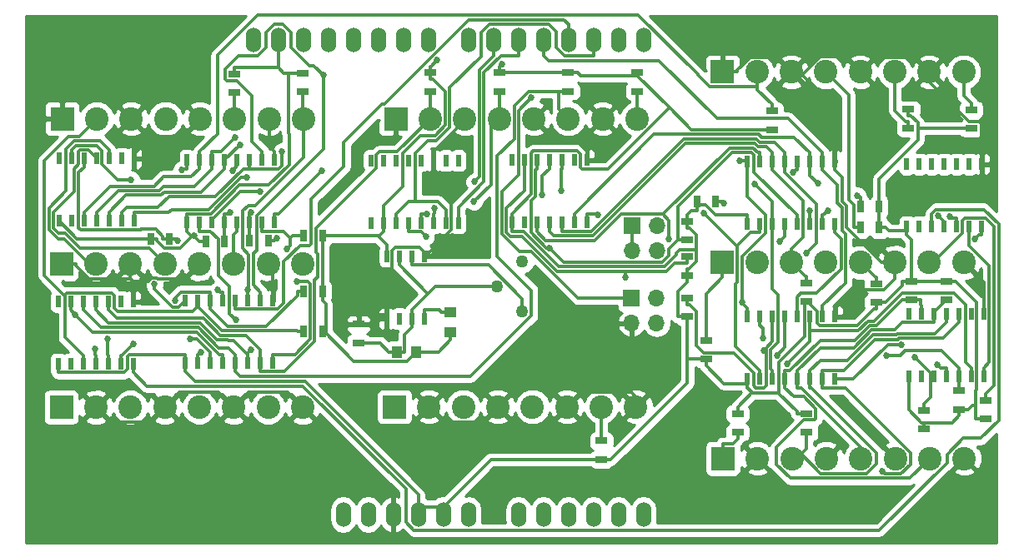
<source format=gbr>
G04 #@! TF.FileFunction,Copper,L2,Bot,Signal*
%FSLAX46Y46*%
G04 Gerber Fmt 4.6, Leading zero omitted, Abs format (unit mm)*
G04 Created by KiCad (PCBNEW 4.0.6) date Tue Oct  9 15:10:24 2018*
%MOMM*%
%LPD*%
G01*
G04 APERTURE LIST*
%ADD10C,0.100000*%
%ADD11O,1.524000X2.540000*%
%ADD12C,2.400000*%
%ADD13R,2.400000X2.400000*%
%ADD14R,1.250000X1.000000*%
%ADD15R,1.000000X1.250000*%
%ADD16R,1.700000X1.700000*%
%ADD17O,1.700000X1.700000*%
%ADD18R,1.300000X0.700000*%
%ADD19R,0.700000X1.300000*%
%ADD20C,1.260000*%
%ADD21R,0.508000X1.143000*%
%ADD22C,0.685800*%
%ADD23C,0.300000*%
%ADD24C,0.254000*%
G04 APERTURE END LIST*
D10*
D11*
X163830000Y-125560000D03*
X161290000Y-125560000D03*
X158750000Y-125560000D03*
X151130000Y-125560000D03*
X153670000Y-125560000D03*
X156210000Y-125560000D03*
X146050000Y-125560000D03*
X143510000Y-125560000D03*
X140970000Y-125560000D03*
X135890000Y-125560000D03*
X133350000Y-125560000D03*
X163830000Y-77300000D03*
X161290000Y-77300000D03*
X158750000Y-77300000D03*
X156210000Y-77300000D03*
X153670000Y-77300000D03*
X151130000Y-77300000D03*
X148590000Y-77300000D03*
X146050000Y-77300000D03*
X141986000Y-77300000D03*
X139446000Y-77300000D03*
X136906000Y-77300000D03*
X134366000Y-77300000D03*
X131826000Y-77300000D03*
X129286000Y-77300000D03*
X126746000Y-77300000D03*
X124206000Y-77300000D03*
X138430000Y-125560000D03*
D12*
X145540000Y-114600000D03*
X142040000Y-114600000D03*
X149040000Y-114600000D03*
X152540000Y-114600000D03*
X156040000Y-114600000D03*
X159540000Y-114600000D03*
D13*
X138540000Y-114600000D03*
D12*
X163040000Y-114600000D03*
X178890000Y-119860000D03*
X175390000Y-119860000D03*
X182390000Y-119860000D03*
X185890000Y-119860000D03*
X189390000Y-119860000D03*
X192890000Y-119860000D03*
D13*
X171890000Y-119860000D03*
D12*
X196390000Y-119860000D03*
X145670000Y-85310000D03*
X142170000Y-85310000D03*
X149170000Y-85310000D03*
X152670000Y-85310000D03*
X156170000Y-85310000D03*
X159670000Y-85310000D03*
D13*
X138670000Y-85310000D03*
D12*
X163170000Y-85310000D03*
X111800000Y-85310000D03*
X108300000Y-85310000D03*
X115300000Y-85310000D03*
X118800000Y-85310000D03*
X122300000Y-85310000D03*
X125800000Y-85310000D03*
D13*
X104800000Y-85310000D03*
D12*
X129300000Y-85310000D03*
X178840000Y-80540000D03*
X175340000Y-80540000D03*
X182340000Y-80540000D03*
X185840000Y-80540000D03*
X189340000Y-80540000D03*
X192840000Y-80540000D03*
D13*
X171840000Y-80540000D03*
D12*
X196340000Y-80540000D03*
X111710000Y-100060000D03*
X108210000Y-100060000D03*
X115210000Y-100060000D03*
X118710000Y-100060000D03*
X122210000Y-100060000D03*
X125710000Y-100060000D03*
D13*
X104710000Y-100060000D03*
D12*
X129210000Y-100060000D03*
X111710000Y-114640000D03*
X108210000Y-114640000D03*
X115210000Y-114640000D03*
X118710000Y-114640000D03*
X122210000Y-114640000D03*
X125710000Y-114640000D03*
D13*
X104710000Y-114640000D03*
D12*
X129210000Y-114640000D03*
X178840000Y-99920000D03*
X175340000Y-99920000D03*
X182340000Y-99920000D03*
X185840000Y-99920000D03*
X189340000Y-99920000D03*
X192840000Y-99920000D03*
D13*
X171840000Y-99920000D03*
D12*
X196340000Y-99920000D03*
D14*
X144240000Y-104990000D03*
X144240000Y-106990000D03*
D15*
X138770000Y-109010000D03*
X140770000Y-109010000D03*
D16*
X162620000Y-103560000D03*
D17*
X165160000Y-103560000D03*
X162620000Y-106100000D03*
X165160000Y-106100000D03*
D16*
X162700000Y-96160000D03*
D17*
X165240000Y-96160000D03*
X162700000Y-98700000D03*
X165240000Y-98700000D03*
D18*
X134900000Y-106210000D03*
X134900000Y-108110000D03*
X173380000Y-115290000D03*
X173380000Y-117190000D03*
X180350000Y-115290000D03*
X180350000Y-117190000D03*
X194550000Y-101820000D03*
X194550000Y-103720000D03*
X191040000Y-101830000D03*
X191040000Y-103730000D03*
X192320000Y-116860000D03*
X192320000Y-114960000D03*
X168250000Y-105440000D03*
X168250000Y-103540000D03*
X195870000Y-114850000D03*
X195870000Y-112950000D03*
X159550000Y-119960000D03*
X159550000Y-118060000D03*
D19*
X187740000Y-94260000D03*
X185840000Y-94260000D03*
X169270000Y-93700000D03*
X171170000Y-93700000D03*
D18*
X168270000Y-95750000D03*
X168270000Y-97650000D03*
X168250000Y-101250000D03*
X168250000Y-99350000D03*
X170160000Y-109760000D03*
X170160000Y-107860000D03*
X180390000Y-103920000D03*
X180390000Y-102020000D03*
X187430000Y-103980000D03*
X187430000Y-102080000D03*
X198530000Y-115860000D03*
X198530000Y-113960000D03*
D19*
X129340000Y-97220000D03*
X131240000Y-97220000D03*
D18*
X176850000Y-84500000D03*
X176850000Y-86400000D03*
X142180000Y-82520000D03*
X142180000Y-80620000D03*
D19*
X129340000Y-106950000D03*
X131240000Y-106950000D03*
X123810000Y-97720000D03*
X125710000Y-97720000D03*
X185840000Y-96350000D03*
X187740000Y-96350000D03*
D18*
X149220000Y-82520000D03*
X149220000Y-80620000D03*
D19*
X129340000Y-102870000D03*
X131240000Y-102870000D03*
X115680000Y-97500000D03*
X113780000Y-97500000D03*
D18*
X190710000Y-86250000D03*
X190710000Y-84350000D03*
X156170000Y-82520000D03*
X156170000Y-80620000D03*
X122290000Y-82670000D03*
X122290000Y-80770000D03*
D19*
X121280000Y-97760000D03*
X119380000Y-97760000D03*
D18*
X197090000Y-84390000D03*
X197090000Y-86290000D03*
X163170000Y-82520000D03*
X163170000Y-80620000D03*
X129260000Y-82560000D03*
X129260000Y-80660000D03*
D20*
X151500000Y-99850000D03*
X148960000Y-102390000D03*
X151500000Y-104930000D03*
D21*
X145025000Y-89555000D03*
X142485000Y-89555000D03*
X141215000Y-89555000D03*
X139945000Y-89555000D03*
X138675000Y-89555000D03*
X137405000Y-89555000D03*
X136135000Y-89555000D03*
X136135000Y-95905000D03*
X137405000Y-95905000D03*
X138675000Y-95905000D03*
X139945000Y-95905000D03*
X141215000Y-95905000D03*
X142485000Y-95905000D03*
X143755000Y-95905000D03*
X145025000Y-95905000D03*
X143755000Y-89555000D03*
X137745000Y-105645000D03*
X139015000Y-105645000D03*
X140285000Y-105645000D03*
X141555000Y-105645000D03*
X141555000Y-99295000D03*
X140285000Y-99295000D03*
X139015000Y-99295000D03*
X137745000Y-99295000D03*
X183275000Y-105445000D03*
X180735000Y-105445000D03*
X179465000Y-105445000D03*
X178195000Y-105445000D03*
X176925000Y-105445000D03*
X175655000Y-105445000D03*
X174385000Y-105445000D03*
X174385000Y-111795000D03*
X175655000Y-111795000D03*
X176925000Y-111795000D03*
X178195000Y-111795000D03*
X179465000Y-111795000D03*
X180735000Y-111795000D03*
X182005000Y-111795000D03*
X183275000Y-111795000D03*
X182005000Y-105445000D03*
X183235000Y-89635000D03*
X180695000Y-89635000D03*
X179425000Y-89635000D03*
X178155000Y-89635000D03*
X176885000Y-89635000D03*
X175615000Y-89635000D03*
X174345000Y-89635000D03*
X174345000Y-95985000D03*
X175615000Y-95985000D03*
X176885000Y-95985000D03*
X178155000Y-95985000D03*
X179425000Y-95985000D03*
X180695000Y-95985000D03*
X181965000Y-95985000D03*
X183235000Y-95985000D03*
X181965000Y-89635000D03*
X126355000Y-89515000D03*
X123815000Y-89515000D03*
X122545000Y-89515000D03*
X121275000Y-89515000D03*
X120005000Y-89515000D03*
X118735000Y-89515000D03*
X117465000Y-89515000D03*
X117465000Y-95865000D03*
X118735000Y-95865000D03*
X120005000Y-95865000D03*
X121275000Y-95865000D03*
X122545000Y-95865000D03*
X123815000Y-95865000D03*
X125085000Y-95865000D03*
X126355000Y-95865000D03*
X125085000Y-89515000D03*
X126195000Y-103805000D03*
X123655000Y-103805000D03*
X122385000Y-103805000D03*
X121115000Y-103805000D03*
X119845000Y-103805000D03*
X118575000Y-103805000D03*
X117305000Y-103805000D03*
X117305000Y-110155000D03*
X118575000Y-110155000D03*
X119845000Y-110155000D03*
X121115000Y-110155000D03*
X122385000Y-110155000D03*
X123655000Y-110155000D03*
X124925000Y-110155000D03*
X126195000Y-110155000D03*
X124925000Y-103805000D03*
X198170000Y-96272000D03*
X196900000Y-96272000D03*
X195630000Y-96272000D03*
X194360000Y-96272000D03*
X193090000Y-96272000D03*
X191820000Y-96272000D03*
X190550000Y-96272000D03*
X190550000Y-89922000D03*
X191820000Y-89922000D03*
X194360000Y-89922000D03*
X195630000Y-89922000D03*
X196900000Y-89922000D03*
X198170000Y-89922000D03*
X193090000Y-89922000D03*
X198370000Y-111502000D03*
X197100000Y-111502000D03*
X195830000Y-111502000D03*
X194560000Y-111502000D03*
X193290000Y-111502000D03*
X192020000Y-111502000D03*
X190750000Y-111502000D03*
X190750000Y-105152000D03*
X192020000Y-105152000D03*
X194560000Y-105152000D03*
X195830000Y-105152000D03*
X197100000Y-105152000D03*
X198370000Y-105152000D03*
X193290000Y-105152000D03*
X158050000Y-95882000D03*
X156780000Y-95882000D03*
X155510000Y-95882000D03*
X154240000Y-95882000D03*
X152970000Y-95882000D03*
X151700000Y-95882000D03*
X150430000Y-95882000D03*
X150430000Y-89532000D03*
X151700000Y-89532000D03*
X154240000Y-89532000D03*
X155510000Y-89532000D03*
X156780000Y-89532000D03*
X158050000Y-89532000D03*
X152970000Y-89532000D03*
X112110000Y-95692000D03*
X110840000Y-95692000D03*
X109570000Y-95692000D03*
X108300000Y-95692000D03*
X107030000Y-95692000D03*
X105760000Y-95692000D03*
X104490000Y-95692000D03*
X104490000Y-89342000D03*
X105760000Y-89342000D03*
X108300000Y-89342000D03*
X109570000Y-89342000D03*
X110840000Y-89342000D03*
X112110000Y-89342000D03*
X107030000Y-89342000D03*
X112000000Y-110242000D03*
X110730000Y-110242000D03*
X109460000Y-110242000D03*
X108190000Y-110242000D03*
X106920000Y-110242000D03*
X105650000Y-110242000D03*
X104380000Y-110242000D03*
X104380000Y-103892000D03*
X105650000Y-103892000D03*
X108190000Y-103892000D03*
X109460000Y-103892000D03*
X110730000Y-103892000D03*
X112000000Y-103892000D03*
X106920000Y-103892000D03*
D22*
X142886300Y-79330300D03*
X149426700Y-79752400D03*
X118170800Y-97194800D03*
X126567800Y-97483600D03*
X152423200Y-83179700D03*
X116906100Y-90524000D03*
X173828200Y-103958400D03*
X114168200Y-102145200D03*
X173580300Y-89533300D03*
X141831600Y-94986700D03*
X141737100Y-97312700D03*
X197475500Y-97549600D03*
X188100700Y-121183600D03*
X193672000Y-110328900D03*
X176011900Y-108877100D03*
X177371100Y-109359200D03*
X188454400Y-109359200D03*
X178428900Y-110266900D03*
X175916700Y-107611400D03*
X191348300Y-109560300D03*
X153509800Y-93088200D03*
X172017000Y-93920900D03*
X180668300Y-94639400D03*
X154254800Y-98451600D03*
X177626700Y-97771400D03*
X162011400Y-101442800D03*
X155490900Y-92635500D03*
X185525600Y-93093600D03*
X182542900Y-94632700D03*
X180342800Y-98985100D03*
X181507000Y-91899800D03*
X166392800Y-97532000D03*
X127620200Y-98582100D03*
X123994400Y-94783300D03*
X116553900Y-97721200D03*
X121820600Y-94828600D03*
X111818200Y-91503500D03*
X122395200Y-87164200D03*
X122829900Y-87960100D03*
X127114300Y-88614300D03*
X123994200Y-108784900D03*
X146597300Y-93750600D03*
X106119900Y-105236000D03*
X108106300Y-108699700D03*
X116252400Y-103826100D03*
X109370700Y-107679100D03*
X120596100Y-102727700D03*
X112035200Y-108195700D03*
X123655000Y-102705800D03*
X142635000Y-94412800D03*
X118912300Y-109080900D03*
X169920000Y-94906500D03*
X122404900Y-105764900D03*
X117797100Y-107677000D03*
X146660600Y-91730000D03*
X124898300Y-92714000D03*
X175135700Y-91933300D03*
X190051900Y-108286000D03*
X131302200Y-80895100D03*
X131163900Y-90631700D03*
X179032300Y-90731000D03*
X128659500Y-101823300D03*
X122066000Y-90584900D03*
X159180700Y-95115100D03*
X194903200Y-95280600D03*
X123542800Y-91281800D03*
X193766600Y-95198800D03*
D23*
X143093100Y-104770800D02*
X143312300Y-104990000D01*
X141555000Y-104770800D02*
X143093100Y-104770800D01*
X141555000Y-105645000D02*
X141555000Y-104770800D01*
X144240000Y-104990000D02*
X143312300Y-104990000D01*
X131240000Y-97220000D02*
X131892700Y-97220000D01*
X126746000Y-77300000D02*
X126746000Y-78872700D01*
X156170000Y-80620000D02*
X155217300Y-80620000D01*
X137745000Y-99295000D02*
X137745000Y-98420800D01*
X198530000Y-115860000D02*
X197577300Y-115860000D01*
X131240000Y-102870000D02*
X131240000Y-101917300D01*
X155217300Y-80620000D02*
X149220000Y-80620000D01*
X192075200Y-116207300D02*
X192320000Y-116207300D01*
X190750000Y-114882100D02*
X192075200Y-116207300D01*
X190750000Y-111502000D02*
X190750000Y-114882100D01*
X192320000Y-116860000D02*
X192320000Y-116207300D01*
X195165400Y-116207300D02*
X192320000Y-116207300D01*
X195870000Y-115502700D02*
X195165400Y-116207300D01*
X195870000Y-114850000D02*
X195870000Y-115502700D01*
X195870000Y-114850000D02*
X196822700Y-114850000D01*
X119380000Y-97760000D02*
X118727300Y-97760000D01*
X122290000Y-80770000D02*
X122290000Y-80117300D01*
X131240000Y-102870000D02*
X131240000Y-103822700D01*
X168270000Y-95750000D02*
X168270000Y-95097300D01*
X168714600Y-94652700D02*
X168270000Y-95097300D01*
X169270000Y-94652700D02*
X168714600Y-94652700D01*
X190710000Y-84350000D02*
X190710000Y-85002700D01*
X197090000Y-86290000D02*
X196137300Y-86290000D01*
X196137300Y-86290000D02*
X191662800Y-86290000D01*
X191662800Y-87495300D02*
X191662800Y-86290000D01*
X187740000Y-91418100D02*
X191662800Y-87495300D01*
X187740000Y-94260000D02*
X187740000Y-91418100D01*
X190954800Y-85002700D02*
X190710000Y-85002700D01*
X191662800Y-85710700D02*
X190954800Y-85002700D01*
X191662800Y-86290000D02*
X191662800Y-85710700D01*
X150430000Y-95882000D02*
X150430000Y-96756200D01*
X163170000Y-80620000D02*
X163170000Y-80904200D01*
X156170000Y-80620000D02*
X157122700Y-80620000D01*
X157406900Y-80904200D02*
X163170000Y-80904200D01*
X157122700Y-80620000D02*
X157406900Y-80904200D01*
X106298000Y-97500000D02*
X104490000Y-95692000D01*
X113780000Y-97500000D02*
X106298000Y-97500000D01*
X113780000Y-97500000D02*
X114432700Y-97500000D01*
X117465000Y-95865000D02*
X117465000Y-96739200D01*
X168250000Y-101137900D02*
X168250000Y-100597300D01*
X180350000Y-115290000D02*
X179397300Y-115290000D01*
X179397300Y-115078400D02*
X179397300Y-115290000D01*
X177481600Y-113162700D02*
X179397300Y-115078400D01*
X190087300Y-102275400D02*
X190087300Y-101830000D01*
X188382700Y-103980000D02*
X190087300Y-102275400D01*
X187430000Y-103980000D02*
X188382700Y-103980000D01*
X190563700Y-101830000D02*
X190087300Y-101830000D01*
X190563700Y-101830000D02*
X191040000Y-101830000D01*
X197577300Y-114474200D02*
X197568600Y-114465500D01*
X197577300Y-115860000D02*
X197577300Y-114474200D01*
X197207200Y-114465500D02*
X196822700Y-114850000D01*
X197568600Y-114465500D02*
X197207200Y-114465500D01*
X197656800Y-103974100D02*
X195502700Y-101820000D01*
X197656800Y-112888500D02*
X197656800Y-103974100D01*
X197568600Y-112976700D02*
X197656800Y-112888500D01*
X197568600Y-114465500D02*
X197568600Y-112976700D01*
X194550000Y-101820000D02*
X195502700Y-101820000D01*
X168250000Y-105440000D02*
X168250000Y-106092700D01*
X168250000Y-105440000D02*
X167297300Y-105440000D01*
X168250000Y-101137900D02*
X168250000Y-101250000D01*
X167297300Y-102855400D02*
X167297300Y-105440000D01*
X168250000Y-101902700D02*
X167297300Y-102855400D01*
X168250000Y-101250000D02*
X168250000Y-101902700D01*
X173380000Y-115290000D02*
X173380000Y-114637300D01*
X170160000Y-109760000D02*
X169207300Y-109760000D01*
X174385000Y-111795000D02*
X174385000Y-112232100D01*
X174385000Y-112232100D02*
X174385000Y-112669200D01*
X171979400Y-112232100D02*
X170160000Y-110412700D01*
X174385000Y-112232100D02*
X171979400Y-112232100D01*
X170160000Y-109760000D02*
X170160000Y-110412700D01*
X187430000Y-103980000D02*
X187430000Y-104632700D01*
X180390000Y-104025900D02*
X180390000Y-103920000D01*
X131566400Y-104149100D02*
X131240000Y-103822700D01*
X131566400Y-106950000D02*
X131566400Y-104149100D01*
X187740000Y-96350000D02*
X187740000Y-94260000D01*
X174866600Y-113150700D02*
X173380000Y-114637300D01*
X174385000Y-112669200D02*
X174866600Y-113150700D01*
X174878500Y-113162700D02*
X177481600Y-113162700D01*
X174866600Y-113150700D02*
X174878500Y-113162700D01*
X177540800Y-113103500D02*
X177481600Y-113162700D01*
X177540800Y-110102600D02*
X177540800Y-113103500D01*
X180178200Y-107465200D02*
X177540800Y-110102600D01*
X180178200Y-104237700D02*
X180178200Y-107465200D01*
X180390000Y-104025900D02*
X180178200Y-104237700D01*
X194550000Y-101820000D02*
X193597300Y-101820000D01*
X117465000Y-96739200D02*
X117989000Y-97263200D01*
X114432700Y-97744800D02*
X114432700Y-97500000D01*
X115140700Y-98452800D02*
X114432700Y-97744800D01*
X116799400Y-98452800D02*
X115140700Y-98452800D01*
X117989000Y-97263200D02*
X116799400Y-98452800D01*
X169270000Y-93700000D02*
X169270000Y-94093600D01*
X169270000Y-94093600D02*
X169270000Y-94652700D01*
X171107900Y-95110800D02*
X174345000Y-95110800D01*
X170090700Y-94093600D02*
X171107900Y-95110800D01*
X169270000Y-94093600D02*
X170090700Y-94093600D01*
X174345000Y-95985000D02*
X174345000Y-95110800D01*
X142249300Y-79967300D02*
X142180000Y-79967300D01*
X142886300Y-79330300D02*
X142249300Y-79967300D01*
X142180000Y-80620000D02*
X142180000Y-79967300D01*
X142424800Y-81272700D02*
X142180000Y-81272700D01*
X143699100Y-82547000D02*
X142424800Y-81272700D01*
X143699100Y-85968100D02*
X143699100Y-82547000D01*
X142649500Y-87017700D02*
X143699100Y-85968100D01*
X141179700Y-87017700D02*
X142649500Y-87017700D01*
X139361900Y-88835500D02*
X141179700Y-87017700D01*
X139361900Y-92161500D02*
X139361900Y-88835500D01*
X137405000Y-94118400D02*
X139361900Y-92161500D01*
X137405000Y-95905000D02*
X137405000Y-94118400D01*
X142180000Y-80620000D02*
X142180000Y-81272700D01*
X176850000Y-86400000D02*
X175897300Y-86400000D01*
X180577100Y-104025900D02*
X180390000Y-104025900D01*
X181420000Y-104868800D02*
X180577100Y-104025900D01*
X181420000Y-106120200D02*
X181420000Y-104868800D01*
X181674500Y-106374700D02*
X181420000Y-106120200D01*
X185485900Y-106374700D02*
X181674500Y-106374700D01*
X187227900Y-104632700D02*
X185485900Y-106374700D01*
X187430000Y-104632700D02*
X187227900Y-104632700D01*
X126746000Y-80117300D02*
X122290000Y-80117300D01*
X126746000Y-78872700D02*
X126746000Y-80117300D01*
X143510000Y-125560000D02*
X143510000Y-124773600D01*
X140970000Y-125560000D02*
X140970000Y-124773600D01*
X168286400Y-112176300D02*
X168286400Y-109760000D01*
X160502700Y-119960000D02*
X168286400Y-112176300D01*
X169207300Y-109760000D02*
X168286400Y-109760000D01*
X168286400Y-106129100D02*
X168250000Y-106092700D01*
X168286400Y-109760000D02*
X168286400Y-106129100D01*
X159550000Y-119960000D02*
X160502700Y-119960000D01*
X191050000Y-97646200D02*
X190550000Y-97146200D01*
X191050000Y-101820000D02*
X191050000Y-97646200D01*
X193597300Y-101820000D02*
X191050000Y-101820000D01*
X191050000Y-101820000D02*
X191040000Y-101830000D01*
X190550000Y-96272000D02*
X190550000Y-96709100D01*
X190550000Y-96709100D02*
X190550000Y-97146200D01*
X188751800Y-96709100D02*
X188392700Y-96350000D01*
X190550000Y-96709100D02*
X188751800Y-96709100D01*
X187740000Y-96350000D02*
X188392700Y-96350000D01*
X137405000Y-95905000D02*
X137405000Y-96779200D01*
X136914000Y-97270200D02*
X137405000Y-96779200D01*
X136863700Y-97220000D02*
X136914000Y-97270200D01*
X131892700Y-97220000D02*
X136863700Y-97220000D01*
X137745000Y-98101300D02*
X137745000Y-98420800D01*
X136914000Y-97270200D02*
X137745000Y-98101300D01*
X149426700Y-79760600D02*
X149220000Y-79967300D01*
X149426700Y-79752400D02*
X149426700Y-79760600D01*
X149220000Y-80620000D02*
X149220000Y-79967300D01*
X111634700Y-109280800D02*
X117305000Y-109280800D01*
X111443300Y-109472200D02*
X111634700Y-109280800D01*
X111443300Y-110782300D02*
X111443300Y-109472200D01*
X111109400Y-111116200D02*
X111443300Y-110782300D01*
X104380000Y-111116200D02*
X111109400Y-111116200D01*
X104380000Y-110242000D02*
X104380000Y-111116200D01*
X117305000Y-109717900D02*
X117305000Y-109280800D01*
X117305000Y-109717900D02*
X117305000Y-110155000D01*
X150430000Y-94953600D02*
X150430000Y-95882000D01*
X152411400Y-92972200D02*
X150430000Y-94953600D01*
X152411400Y-88796600D02*
X152411400Y-92972200D01*
X152611000Y-88597000D02*
X152411400Y-88796600D01*
X157109000Y-88597000D02*
X152611000Y-88597000D01*
X157409600Y-88897600D02*
X157109000Y-88597000D01*
X157409600Y-90227600D02*
X157409600Y-88897600D01*
X157588300Y-90406300D02*
X157409600Y-90227600D01*
X160199900Y-90406300D02*
X157588300Y-90406300D01*
X166436000Y-84170200D02*
X160199900Y-90406300D01*
X166436000Y-84170200D02*
X163170000Y-80904200D01*
X117305000Y-110155000D02*
X117305000Y-111029200D01*
X118300300Y-112024500D02*
X117305000Y-111029200D01*
X129461600Y-112024500D02*
X118300300Y-112024500D01*
X140970000Y-123532900D02*
X129461600Y-112024500D01*
X140970000Y-124773600D02*
X140970000Y-123532900D01*
X131403200Y-106950000D02*
X131403300Y-106950000D01*
X131240000Y-106950000D02*
X131403200Y-106950000D01*
X131403300Y-106950000D02*
X131566400Y-106950000D01*
X140970000Y-124773600D02*
X143510000Y-124773600D01*
X148323600Y-119960000D02*
X159550000Y-119960000D01*
X143510000Y-124773600D02*
X148323600Y-119960000D01*
X168665800Y-86400000D02*
X166436000Y-84170200D01*
X175897300Y-86400000D02*
X168665800Y-86400000D01*
X168270000Y-95750000D02*
X168270000Y-96402700D01*
X151646300Y-96756200D02*
X150430000Y-96756200D01*
X155236900Y-100346800D02*
X151646300Y-96756200D01*
X165961100Y-100346800D02*
X155236900Y-100346800D01*
X167160800Y-99147100D02*
X165961100Y-100346800D01*
X167160800Y-98966200D02*
X167160800Y-99147100D01*
X167463600Y-98663400D02*
X167160800Y-98966200D01*
X169222700Y-98663400D02*
X167463600Y-98663400D01*
X169222700Y-99807400D02*
X169222700Y-98663400D01*
X168432800Y-100597300D02*
X169222700Y-99807400D01*
X168250000Y-100597300D02*
X168432800Y-100597300D01*
X168514800Y-96402700D02*
X168270000Y-96402700D01*
X169222700Y-97110600D02*
X168514800Y-96402700D01*
X169222700Y-98663400D02*
X169222700Y-97110600D01*
X144240000Y-106990000D02*
X144240000Y-107792700D01*
X139842200Y-109937800D02*
X140770000Y-109010000D01*
X134391100Y-109937800D02*
X139842200Y-109937800D01*
X131403300Y-106950000D02*
X134391100Y-109937800D01*
X143022700Y-109010000D02*
X144240000Y-107792700D01*
X140770000Y-109010000D02*
X143022700Y-109010000D01*
X117465000Y-95865000D02*
X117465000Y-94990800D01*
X127288700Y-80660000D02*
X127745900Y-80660000D01*
X126746000Y-80117300D02*
X127288700Y-80660000D01*
X127745900Y-80660000D02*
X129260000Y-80660000D01*
X131240000Y-101917300D02*
X131240000Y-97220000D01*
X125710000Y-97720000D02*
X126362700Y-97720000D01*
X126567800Y-97514900D02*
X126567800Y-97483600D01*
X126362700Y-97720000D02*
X126567800Y-97514900D01*
X118170800Y-97263200D02*
X118170800Y-97194800D01*
X118230500Y-97263200D02*
X118170800Y-97263200D01*
X118727300Y-97760000D02*
X118230500Y-97263200D01*
X118170800Y-97263200D02*
X117989000Y-97263200D01*
X119871100Y-94990800D02*
X117465000Y-94990800D01*
X122793500Y-92068400D02*
X119871100Y-94990800D01*
X125729200Y-92068400D02*
X122793500Y-92068400D01*
X127835700Y-89961900D02*
X125729200Y-92068400D01*
X127835700Y-86888500D02*
X127835700Y-89961900D01*
X127745900Y-86798700D02*
X127835700Y-86888500D01*
X127745900Y-80660000D02*
X127745900Y-86798700D01*
X137067300Y-108110000D02*
X137967300Y-109010000D01*
X134900000Y-108110000D02*
X137067300Y-108110000D01*
X138770000Y-109010000D02*
X137967300Y-109010000D01*
X139015000Y-99295000D02*
X139015000Y-100169200D01*
X141950800Y-103105000D02*
X139015000Y-100169200D01*
X142665800Y-102390000D02*
X141950800Y-103105000D01*
X148960000Y-102390000D02*
X142665800Y-102390000D01*
X140285000Y-104770800D02*
X140285000Y-105645000D01*
X141950800Y-103105000D02*
X140285000Y-104770800D01*
X139572700Y-107231500D02*
X139572700Y-109010000D01*
X140285000Y-106519200D02*
X139572700Y-107231500D01*
X138770000Y-109010000D02*
X139572700Y-109010000D01*
X140285000Y-105645000D02*
X140285000Y-106519200D01*
X151140300Y-84462600D02*
X152423200Y-83179700D01*
X151140300Y-90973400D02*
X151140300Y-84462600D01*
X149417800Y-92695900D02*
X151140300Y-90973400D01*
X149417800Y-97026500D02*
X149417800Y-92695900D01*
X151200900Y-98809600D02*
X149417800Y-97026500D01*
X152419300Y-98809600D02*
X151200900Y-98809600D01*
X157169700Y-103560000D02*
X152419300Y-98809600D01*
X162620000Y-103560000D02*
X157169700Y-103560000D01*
X117465000Y-89515000D02*
X117465000Y-90389200D01*
X117040900Y-90389200D02*
X116906100Y-90524000D01*
X117465000Y-90389200D02*
X117040900Y-90389200D01*
X174385000Y-105445000D02*
X174385000Y-104570800D01*
X173828200Y-104014000D02*
X173828200Y-103958400D01*
X174385000Y-104570800D02*
X173828200Y-104014000D01*
X173828200Y-99303300D02*
X173828200Y-103958400D01*
X176171800Y-96959700D02*
X173828200Y-99303300D01*
X176171800Y-95062800D02*
X176171800Y-96959700D01*
X174345000Y-93236000D02*
X176171800Y-95062800D01*
X174345000Y-90509200D02*
X174345000Y-93236000D01*
X174345000Y-89635000D02*
X174345000Y-90509200D01*
X116638300Y-104471700D02*
X117305000Y-103805000D01*
X115985000Y-104471700D02*
X116638300Y-104471700D01*
X114168200Y-102654900D02*
X115985000Y-104471700D01*
X114168200Y-102145200D02*
X114168200Y-102654900D01*
X174243300Y-89533300D02*
X173580300Y-89533300D01*
X174345000Y-89635000D02*
X174243300Y-89533300D01*
X191337200Y-79037200D02*
X192840000Y-80540000D01*
X187342800Y-79037200D02*
X191337200Y-79037200D01*
X185840000Y-80540000D02*
X187342800Y-79037200D01*
X112110000Y-89342000D02*
X112110000Y-88904900D01*
X126195000Y-100545000D02*
X125710000Y-100060000D01*
X126195000Y-102930800D02*
X126195000Y-100545000D01*
X126195000Y-103805000D02*
X126195000Y-102930800D01*
X192840000Y-81571000D02*
X192840000Y-80540000D01*
X196906200Y-85637200D02*
X192840000Y-81571000D01*
X197944200Y-85637200D02*
X196906200Y-85637200D01*
X198170000Y-85863000D02*
X197944200Y-85637200D01*
X198170000Y-89922000D02*
X198170000Y-85863000D01*
X116991200Y-87118800D02*
X118800000Y-85310000D01*
X113608800Y-87118800D02*
X116991200Y-87118800D01*
X111800000Y-85310000D02*
X113608800Y-87118800D01*
X113608800Y-87406100D02*
X112110000Y-88904900D01*
X113608800Y-87118800D02*
X113608800Y-87406100D01*
X158050000Y-89532000D02*
X158050000Y-88657800D01*
X159670000Y-85310000D02*
X157216900Y-87763100D01*
X157216900Y-87824700D02*
X158050000Y-88657800D01*
X157216900Y-87763100D02*
X157216900Y-87824700D01*
X171840000Y-80540000D02*
X173342700Y-80540000D01*
X173342700Y-80352000D02*
X173342700Y-80540000D01*
X174657400Y-79037300D02*
X173342700Y-80352000D01*
X177337300Y-79037300D02*
X174657400Y-79037300D01*
X178840000Y-80540000D02*
X177337300Y-79037300D01*
X116712800Y-113137200D02*
X115210000Y-114640000D01*
X120707200Y-113137200D02*
X116712800Y-113137200D01*
X122210000Y-114640000D02*
X120707200Y-113137200D01*
X109756300Y-116186300D02*
X108210000Y-114640000D01*
X113663700Y-116186300D02*
X109756300Y-116186300D01*
X115210000Y-114640000D02*
X113663700Y-116186300D01*
X162620000Y-106100000D02*
X162620000Y-107252700D01*
X162620000Y-113086500D02*
X162620000Y-107252700D01*
X163040000Y-113506500D02*
X162620000Y-113086500D01*
X163040000Y-114600000D02*
X163040000Y-113506500D01*
X157553500Y-113086500D02*
X156040000Y-114600000D01*
X162620000Y-113086500D02*
X157553500Y-113086500D01*
X185113000Y-102732800D02*
X183275000Y-104570800D01*
X188210400Y-102732800D02*
X185113000Y-102732800D01*
X189340000Y-101603200D02*
X188210400Y-102732800D01*
X189340000Y-99920000D02*
X189340000Y-101603200D01*
X183275000Y-105445000D02*
X183275000Y-104570800D01*
X183235000Y-89635000D02*
X183235000Y-90509200D01*
X126355000Y-89515000D02*
X126355000Y-88640800D01*
X179146200Y-80846200D02*
X178840000Y-80540000D01*
X179901900Y-80846200D02*
X179146200Y-80846200D01*
X184280900Y-78980900D02*
X185840000Y-80540000D01*
X181767200Y-78980900D02*
X184280900Y-78980900D01*
X179901900Y-80846200D02*
X181767200Y-78980900D01*
X198370000Y-101950000D02*
X198370000Y-105152000D01*
X196340000Y-99920000D02*
X198370000Y-101950000D01*
X125800000Y-88085800D02*
X125800000Y-85310000D01*
X126355000Y-88640800D02*
X125800000Y-88085800D01*
X155123100Y-87763100D02*
X152670000Y-85310000D01*
X157216900Y-87763100D02*
X155123100Y-87763100D01*
X123712900Y-113137100D02*
X122210000Y-114640000D01*
X127707100Y-113137100D02*
X123712900Y-113137100D01*
X129210000Y-114640000D02*
X127707100Y-113137100D01*
X104710000Y-100060000D02*
X106212700Y-100060000D01*
X141555000Y-99295000D02*
X141555000Y-98857900D01*
X142485000Y-89555000D02*
X142485000Y-90429200D01*
X145670000Y-85495800D02*
X142485000Y-88680800D01*
X145670000Y-85310000D02*
X145670000Y-85495800D01*
X142485000Y-89555000D02*
X142485000Y-88680800D01*
X107533200Y-101568300D02*
X111710000Y-101568300D01*
X106212700Y-100247800D02*
X107533200Y-101568300D01*
X106212700Y-100060000D02*
X106212700Y-100247800D01*
X111710000Y-101568300D02*
X111710000Y-100060000D01*
X112000000Y-103892000D02*
X112000000Y-101858300D01*
X112000000Y-101858300D02*
X111710000Y-101568300D01*
X143567100Y-116127100D02*
X142040000Y-114600000D01*
X147512900Y-116127100D02*
X143567100Y-116127100D01*
X149040000Y-114600000D02*
X147512900Y-116127100D01*
X113542100Y-101858300D02*
X112000000Y-101858300D01*
X113900800Y-101499600D02*
X113542100Y-101858300D01*
X114435700Y-101499600D02*
X113900800Y-101499600D01*
X114498800Y-101562700D02*
X114435700Y-101499600D01*
X117207300Y-101562700D02*
X114498800Y-101562700D01*
X118710000Y-100060000D02*
X117207300Y-101562700D01*
X142058500Y-98857900D02*
X141555000Y-98857900D01*
X144311800Y-96604600D02*
X142058500Y-98857900D01*
X144311800Y-92256000D02*
X144311800Y-96604600D01*
X142485000Y-90429200D02*
X144311800Y-92256000D01*
X138301700Y-104214100D02*
X137745000Y-104770800D01*
X138301700Y-98722600D02*
X138301700Y-104214100D01*
X138633400Y-98390900D02*
X138301700Y-98722600D01*
X141088000Y-98390900D02*
X138633400Y-98390900D01*
X141555000Y-98857900D02*
X141088000Y-98390900D01*
X137745000Y-105645000D02*
X137745000Y-105207900D01*
X137745000Y-105207900D02*
X137745000Y-104770800D01*
X135249400Y-105207900D02*
X134900000Y-105557300D01*
X137745000Y-105207900D02*
X135249400Y-105207900D01*
X134900000Y-106210000D02*
X134900000Y-105557300D01*
X183235000Y-84179300D02*
X183235000Y-89635000D01*
X179901900Y-80846200D02*
X183235000Y-84179300D01*
X187974900Y-99920000D02*
X189340000Y-99920000D01*
X184427300Y-96372400D02*
X187974900Y-99920000D01*
X184427300Y-94153200D02*
X184427300Y-96372400D01*
X183974600Y-93700500D02*
X184427300Y-94153200D01*
X183974600Y-91248800D02*
X183974600Y-93700500D01*
X183235000Y-90509200D02*
X183974600Y-91248800D01*
X141215000Y-95905000D02*
X141215000Y-95030800D01*
X141259100Y-94986700D02*
X141831600Y-94986700D01*
X141215000Y-95030800D02*
X141259100Y-94986700D01*
X162700000Y-96160000D02*
X162700000Y-98700000D01*
X139945000Y-95905000D02*
X139945000Y-96779200D01*
X141203600Y-96779200D02*
X141737100Y-97312700D01*
X139945000Y-96779200D02*
X141203600Y-96779200D01*
X198170000Y-96272000D02*
X198170000Y-97146200D01*
X197878900Y-97146200D02*
X197475500Y-97549600D01*
X198170000Y-97146200D02*
X197878900Y-97146200D01*
X151500000Y-103608900D02*
X151500000Y-104930000D01*
X148060300Y-100169200D02*
X151500000Y-103608900D01*
X140285000Y-100169200D02*
X148060300Y-100169200D01*
X140285000Y-99295000D02*
X140285000Y-100169200D01*
X180350000Y-118877200D02*
X179816000Y-119411200D01*
X180350000Y-117190000D02*
X180350000Y-118877200D01*
X179338800Y-119411200D02*
X178890000Y-119860000D01*
X179816000Y-119411200D02*
X179338800Y-119411200D01*
X181817200Y-121412400D02*
X179816000Y-119411200D01*
X186473500Y-121412400D02*
X181817200Y-121412400D01*
X187453500Y-120432400D02*
X186473500Y-121412400D01*
X187453500Y-119266800D02*
X187453500Y-120432400D01*
X180855900Y-112669200D02*
X187453500Y-119266800D01*
X180735000Y-112669200D02*
X180855900Y-112669200D01*
X180735000Y-111795000D02*
X180735000Y-112669200D01*
X194560000Y-105152000D02*
X194560000Y-106026200D01*
X180735000Y-111795000D02*
X180735000Y-110920800D01*
X181778700Y-109877100D02*
X180735000Y-110920800D01*
X184544300Y-109877100D02*
X181778700Y-109877100D01*
X187171200Y-107250200D02*
X184544300Y-109877100D01*
X189534500Y-107250200D02*
X187171200Y-107250200D01*
X189617800Y-107166900D02*
X189534500Y-107250200D01*
X193419300Y-107166900D02*
X189617800Y-107166900D01*
X194560000Y-106026200D02*
X193419300Y-107166900D01*
X185890000Y-118683800D02*
X185890000Y-119860000D01*
X179875400Y-112669200D02*
X185890000Y-118683800D01*
X179465000Y-112669200D02*
X179875400Y-112669200D01*
X179465000Y-111795000D02*
X179465000Y-112669200D01*
X193290000Y-104980000D02*
X193290000Y-105152000D01*
X194550000Y-103720000D02*
X193290000Y-104980000D01*
X193290000Y-105152000D02*
X193290000Y-106026200D01*
X179465000Y-111795000D02*
X179465000Y-110920800D01*
X181802200Y-108583600D02*
X179465000Y-110920800D01*
X185197600Y-108583600D02*
X181802200Y-108583600D01*
X186983800Y-106797400D02*
X185197600Y-108583600D01*
X189347100Y-106797400D02*
X186983800Y-106797400D01*
X190118300Y-106026200D02*
X189347100Y-106797400D01*
X193290000Y-106026200D02*
X190118300Y-106026200D01*
X178195000Y-111795000D02*
X178195000Y-112669200D01*
X190884900Y-121865100D02*
X192890000Y-119860000D01*
X178715500Y-121865100D02*
X190884900Y-121865100D01*
X177341300Y-120490900D02*
X178715500Y-121865100D01*
X177341300Y-118708700D02*
X177341300Y-120490900D01*
X180107200Y-115942800D02*
X177341300Y-118708700D01*
X181189300Y-115942800D02*
X180107200Y-115942800D01*
X181302800Y-115829300D02*
X181189300Y-115942800D01*
X181302800Y-114803700D02*
X181302800Y-115829300D01*
X180073800Y-113574700D02*
X181302800Y-114803700D01*
X179100500Y-113574700D02*
X180073800Y-113574700D01*
X178195000Y-112669200D02*
X179100500Y-113574700D01*
X191040000Y-103730000D02*
X190087300Y-103730000D01*
X178195000Y-111795000D02*
X178195000Y-110920800D01*
X191992700Y-104250500D02*
X191992700Y-103730000D01*
X192020000Y-104277800D02*
X191992700Y-104250500D01*
X192020000Y-105152000D02*
X192020000Y-104277800D01*
X191040000Y-103730000D02*
X191992700Y-103730000D01*
X178688000Y-110920800D02*
X178195000Y-110920800D01*
X181774400Y-107834400D02*
X178688000Y-110920800D01*
X185306600Y-107834400D02*
X181774400Y-107834400D01*
X186796300Y-106344700D02*
X185306600Y-107834400D01*
X187472600Y-106344700D02*
X186796300Y-106344700D01*
X190087300Y-103730000D02*
X187472600Y-106344700D01*
X182005000Y-111795000D02*
X182005000Y-112669200D01*
X172865400Y-118357300D02*
X173380000Y-117842700D01*
X171890000Y-118357300D02*
X172865400Y-118357300D01*
X171890000Y-119860000D02*
X171890000Y-118357300D01*
X173380000Y-117190000D02*
X173380000Y-117842700D01*
X188329300Y-121412200D02*
X188100700Y-121183600D01*
X189963100Y-121412200D02*
X188329300Y-121412200D01*
X190910500Y-120464800D02*
X189963100Y-121412200D01*
X190910500Y-119255200D02*
X190910500Y-120464800D01*
X184324500Y-112669200D02*
X190910500Y-119255200D01*
X182005000Y-112669200D02*
X184324500Y-112669200D01*
X195830000Y-105152000D02*
X195830000Y-106026200D01*
X182005000Y-111795000D02*
X182005000Y-110920800D01*
X184140800Y-110920800D02*
X182005000Y-110920800D01*
X187324100Y-107737500D02*
X184140800Y-110920800D01*
X189687400Y-107737500D02*
X187324100Y-107737500D01*
X189784500Y-107640400D02*
X189687400Y-107737500D01*
X194215800Y-107640400D02*
X189784500Y-107640400D01*
X195830000Y-106026200D02*
X194215800Y-107640400D01*
X176925000Y-105445000D02*
X176925000Y-106319200D01*
X193970900Y-110627800D02*
X193672000Y-110328900D01*
X194560000Y-110627800D02*
X193970900Y-110627800D01*
X194560000Y-111502000D02*
X194560000Y-110627800D01*
X168250000Y-103540000D02*
X168250000Y-104192700D01*
X176255600Y-108877100D02*
X176011900Y-108877100D01*
X176255600Y-108633400D02*
X176255600Y-108877100D01*
X176925000Y-107964000D02*
X176255600Y-108633400D01*
X176925000Y-106319200D02*
X176925000Y-107964000D01*
X168494800Y-104192700D02*
X168250000Y-104192700D01*
X169207200Y-104905100D02*
X168494800Y-104192700D01*
X169207200Y-108394800D02*
X169207200Y-104905100D01*
X169919600Y-109107200D02*
X169207200Y-108394800D01*
X172961200Y-109107200D02*
X169919600Y-109107200D01*
X175014600Y-111160600D02*
X172961200Y-109107200D01*
X175014600Y-112468300D02*
X175014600Y-111160600D01*
X175215600Y-112669300D02*
X175014600Y-112468300D01*
X176037500Y-112669300D02*
X175215600Y-112669300D01*
X176255600Y-112451200D02*
X176037500Y-112669300D01*
X176255600Y-108877100D02*
X176255600Y-112451200D01*
X195870000Y-112416200D02*
X195870000Y-112950000D01*
X195830000Y-112376200D02*
X195870000Y-112416200D01*
X195830000Y-111939100D02*
X195830000Y-112376200D01*
X178195000Y-108535300D02*
X177371100Y-109359200D01*
X178195000Y-105445000D02*
X178195000Y-108535300D01*
X195830000Y-111939100D02*
X195830000Y-111502000D01*
X195830000Y-111502000D02*
X195830000Y-110627800D01*
X194115100Y-108912900D02*
X195830000Y-110627800D01*
X190338100Y-108912900D02*
X194115100Y-108912900D01*
X189891800Y-109359200D02*
X190338100Y-108912900D01*
X188454400Y-109359200D02*
X189891800Y-109359200D01*
X159540000Y-117397300D02*
X159540000Y-114600000D01*
X159550000Y-117407300D02*
X159540000Y-117397300D01*
X159550000Y-118060000D02*
X159550000Y-117407300D01*
X197100000Y-111502000D02*
X197100000Y-110627800D01*
X180735000Y-105445000D02*
X180735000Y-106037200D01*
X180735000Y-106037200D02*
X180735000Y-106857200D01*
X180735000Y-107960800D02*
X178428900Y-110266900D01*
X180735000Y-106857200D02*
X180735000Y-107960800D01*
X185643600Y-106857200D02*
X180735000Y-106857200D01*
X186608800Y-105892000D02*
X185643600Y-106857200D01*
X187194300Y-105892000D02*
X186608800Y-105892000D01*
X190055100Y-103031200D02*
X187194300Y-105892000D01*
X195338100Y-103031200D02*
X190055100Y-103031200D01*
X196543300Y-104236400D02*
X195338100Y-103031200D01*
X196543300Y-110071100D02*
X196543300Y-104236400D01*
X197100000Y-110627800D02*
X196543300Y-110071100D01*
X175655000Y-105445000D02*
X175655000Y-106319200D01*
X175916700Y-106580900D02*
X175916700Y-107611400D01*
X175655000Y-106319200D02*
X175916700Y-106580900D01*
X192320000Y-114960000D02*
X192320000Y-114307300D01*
X192966100Y-111502000D02*
X193290000Y-111502000D01*
X192966100Y-111178100D02*
X192966100Y-111502000D01*
X191348300Y-109560300D02*
X192966100Y-111178100D01*
X192966100Y-113661200D02*
X192320000Y-114307300D01*
X192966100Y-111502000D02*
X192966100Y-113661200D01*
X171822700Y-93726600D02*
X171822700Y-93700000D01*
X172017000Y-93920900D02*
X171822700Y-93726600D01*
X171170000Y-93700000D02*
X171822700Y-93700000D01*
X154240000Y-89532000D02*
X154240000Y-90406200D01*
X180695000Y-94666100D02*
X180668300Y-94639400D01*
X180695000Y-95985000D02*
X180695000Y-94666100D01*
X153509800Y-91136400D02*
X153509800Y-93088200D01*
X154240000Y-90406200D02*
X153509800Y-91136400D01*
X152970000Y-89532000D02*
X152970000Y-90406200D01*
X168270000Y-97650000D02*
X167317300Y-97650000D01*
X153981900Y-98451600D02*
X154254800Y-98451600D01*
X152411200Y-96880900D02*
X153981900Y-98451600D01*
X152411200Y-93659400D02*
X152411200Y-96880900D01*
X152864100Y-93206500D02*
X152411200Y-93659400D01*
X152864100Y-90512100D02*
X152864100Y-93206500D01*
X152970000Y-90406200D02*
X152864100Y-90512100D01*
X179425000Y-95985000D02*
X179425000Y-95110800D01*
X166392800Y-98574500D02*
X167317300Y-97650000D01*
X166392800Y-99187100D02*
X166392800Y-98574500D01*
X165685900Y-99894000D02*
X166392800Y-99187100D01*
X155697200Y-99894000D02*
X165685900Y-99894000D01*
X154254800Y-98451600D02*
X155697200Y-99894000D01*
X175037200Y-90723000D02*
X179425000Y-95110800D01*
X175037200Y-89018400D02*
X175037200Y-90723000D01*
X174765900Y-88747100D02*
X175037200Y-89018400D01*
X172781700Y-88747100D02*
X174765900Y-88747100D01*
X167317300Y-94211500D02*
X172781700Y-88747100D01*
X167317300Y-97650000D02*
X167317300Y-94211500D01*
X178155000Y-97243100D02*
X177626700Y-97771400D01*
X178155000Y-95985000D02*
X178155000Y-97243100D01*
X168250000Y-99350000D02*
X168250000Y-100002700D01*
X162011400Y-100823700D02*
X162011400Y-101442800D01*
X166169200Y-100823700D02*
X162011400Y-100823700D01*
X166990200Y-100002700D02*
X166169200Y-100823700D01*
X168250000Y-100002700D02*
X166990200Y-100002700D01*
X151700000Y-92596400D02*
X151700000Y-89532000D01*
X149873200Y-94423200D02*
X151700000Y-92596400D01*
X149873200Y-96839700D02*
X149873200Y-94423200D01*
X150294400Y-97260900D02*
X149873200Y-96839700D01*
X151510800Y-97260900D02*
X150294400Y-97260900D01*
X155073600Y-100823700D02*
X151510800Y-97260900D01*
X162011400Y-100823700D02*
X155073600Y-100823700D01*
X155510000Y-89532000D02*
X155510000Y-90406200D01*
X185739300Y-93307300D02*
X185840000Y-93307300D01*
X185525600Y-93093600D02*
X185739300Y-93307300D01*
X185840000Y-94260000D02*
X185840000Y-93307300D01*
X181965000Y-95985000D02*
X181965000Y-95110800D01*
X182064800Y-95110800D02*
X181965000Y-95110800D01*
X182542900Y-94632700D02*
X182064800Y-95110800D01*
X155490900Y-90425300D02*
X155490900Y-92635500D01*
X155510000Y-90406200D02*
X155490900Y-90425300D01*
X154240000Y-95882000D02*
X154240000Y-96756200D01*
X176885000Y-89197900D02*
X176885000Y-88760800D01*
X154692700Y-97208900D02*
X154240000Y-96756200D01*
X158705000Y-97208900D02*
X154692700Y-97208900D01*
X168110600Y-87803300D02*
X158705000Y-97208900D01*
X175102500Y-87803300D02*
X168110600Y-87803300D01*
X175466200Y-88167000D02*
X175102500Y-87803300D01*
X176291200Y-88167000D02*
X175466200Y-88167000D01*
X176885000Y-88760800D02*
X176291200Y-88167000D01*
X180287300Y-101367300D02*
X178840000Y-99920000D01*
X180390000Y-101367300D02*
X180287300Y-101367300D01*
X180390000Y-102020000D02*
X180390000Y-101367300D01*
X176885000Y-89197900D02*
X176885000Y-89635000D01*
X178840000Y-98545200D02*
X178840000Y-99920000D01*
X179981800Y-97403400D02*
X178840000Y-98545200D01*
X179981800Y-93606000D02*
X179981800Y-97403400D01*
X176885000Y-90509200D02*
X179981800Y-93606000D01*
X176885000Y-89635000D02*
X176885000Y-90509200D01*
X187430000Y-102080000D02*
X187430000Y-101427300D01*
X187347300Y-101427300D02*
X185840000Y-99920000D01*
X187430000Y-101427300D02*
X187347300Y-101427300D01*
X155510000Y-95882000D02*
X155510000Y-96756200D01*
X158495800Y-96756200D02*
X155510000Y-96756200D01*
X167901900Y-87350100D02*
X158495800Y-96756200D01*
X175289500Y-87350100D02*
X167901900Y-87350100D01*
X175650200Y-87710800D02*
X175289500Y-87350100D01*
X177105000Y-87710800D02*
X175650200Y-87710800D01*
X178155000Y-88760800D02*
X177105000Y-87710800D01*
X178155000Y-89489000D02*
X178155000Y-88760800D01*
X178155000Y-89489000D02*
X178155000Y-89635000D01*
X178155000Y-89635000D02*
X178155000Y-90509200D01*
X181334100Y-97993800D02*
X180342800Y-98985100D01*
X181334100Y-93945700D02*
X181334100Y-97993800D01*
X178155000Y-90766600D02*
X181334100Y-93945700D01*
X178155000Y-90509200D02*
X178155000Y-90766600D01*
X156780000Y-95882000D02*
X156780000Y-95007800D01*
X180695000Y-89635000D02*
X180695000Y-88760800D01*
X180695000Y-91087800D02*
X181507000Y-91899800D01*
X180695000Y-89635000D02*
X180695000Y-91087800D01*
X199427300Y-112410000D02*
X198530000Y-113307300D01*
X199427300Y-96222700D02*
X199427300Y-112410000D01*
X198602300Y-95397700D02*
X199427300Y-96222700D01*
X196481400Y-95397700D02*
X198602300Y-95397700D01*
X196186800Y-95692300D02*
X196481400Y-95397700D01*
X196186800Y-96968800D02*
X196186800Y-95692300D01*
X193235600Y-99920000D02*
X196186800Y-96968800D01*
X192840000Y-99920000D02*
X193235600Y-99920000D01*
X198530000Y-113960000D02*
X198530000Y-113307300D01*
X164891000Y-86896800D02*
X156780000Y-95007800D01*
X175522500Y-86896800D02*
X164891000Y-86896800D01*
X175813700Y-87188000D02*
X175522500Y-86896800D01*
X179122200Y-87188000D02*
X175813700Y-87188000D01*
X180695000Y-88760800D02*
X179122200Y-87188000D01*
X170160000Y-103102700D02*
X170160000Y-107860000D01*
X171840000Y-101422700D02*
X170160000Y-103102700D01*
X171840000Y-99920000D02*
X171840000Y-101422700D01*
X152970000Y-95882000D02*
X152970000Y-96756200D01*
X175615000Y-89635000D02*
X175615000Y-88760800D01*
X172552700Y-88273600D02*
X165794700Y-95031600D01*
X174932600Y-88273600D02*
X172552700Y-88273600D01*
X175419800Y-88760800D02*
X174932600Y-88273600D01*
X175615000Y-88760800D02*
X175419800Y-88760800D01*
X165727800Y-94964700D02*
X165794700Y-95031600D01*
X161589500Y-94964700D02*
X165727800Y-94964700D01*
X158887100Y-97667100D02*
X161589500Y-94964700D01*
X153880900Y-97667100D02*
X158887100Y-97667100D01*
X152970000Y-96756200D02*
X153880900Y-97667100D01*
X166392800Y-95629700D02*
X166392800Y-97532000D01*
X165794700Y-95031600D02*
X166392800Y-95629700D01*
X125085000Y-95865000D02*
X125085000Y-96739200D01*
X129340000Y-97220000D02*
X128687300Y-97220000D01*
X128228300Y-97220000D02*
X127972000Y-97476300D01*
X128687300Y-97220000D02*
X128228300Y-97220000D01*
X127234900Y-96739200D02*
X125085000Y-96739200D01*
X127972000Y-97476300D02*
X127234900Y-96739200D01*
X109570000Y-89342000D02*
X109570000Y-88467800D01*
X107568700Y-100060000D02*
X108210000Y-100060000D01*
X105030400Y-97521700D02*
X107568700Y-100060000D01*
X104390200Y-97521700D02*
X105030400Y-97521700D01*
X103446600Y-96578100D02*
X104390200Y-97521700D01*
X103446600Y-94399600D02*
X103446600Y-96578100D01*
X105203200Y-92643000D02*
X103446600Y-94399600D01*
X105203200Y-88357300D02*
X105203200Y-92643000D01*
X105998100Y-87562400D02*
X105203200Y-88357300D01*
X108664600Y-87562400D02*
X105998100Y-87562400D01*
X109570000Y-88467800D02*
X108664600Y-87562400D01*
X127972000Y-98230300D02*
X127620200Y-98582100D01*
X127972000Y-97476300D02*
X127972000Y-98230300D01*
X123810000Y-96744200D02*
X123810000Y-97720000D01*
X123815000Y-96739200D02*
X123810000Y-96744200D01*
X123815000Y-95865000D02*
X123815000Y-96739200D01*
X123815000Y-94962700D02*
X123994400Y-94783300D01*
X123815000Y-95865000D02*
X123815000Y-94962700D01*
X113602800Y-98452800D02*
X115210000Y-100060000D01*
X106601800Y-98452800D02*
X113602800Y-98452800D01*
X105057900Y-96908900D02*
X106601800Y-98452800D01*
X104417600Y-96908900D02*
X105057900Y-96908900D01*
X103899300Y-96390600D02*
X104417600Y-96908900D01*
X103899300Y-94813300D02*
X103899300Y-96390600D01*
X106020200Y-92692400D02*
X103899300Y-94813300D01*
X106020200Y-90398900D02*
X106020200Y-92692400D01*
X106473300Y-89945800D02*
X106020200Y-90398900D01*
X106473300Y-88645100D02*
X106473300Y-89945800D01*
X106650600Y-88467800D02*
X106473300Y-88645100D01*
X107425800Y-88467800D02*
X106650600Y-88467800D01*
X108300000Y-89342000D02*
X107425800Y-88467800D01*
X122210000Y-97074200D02*
X122545000Y-96739200D01*
X122210000Y-100060000D02*
X122210000Y-97074200D01*
X122545000Y-95865000D02*
X122545000Y-96739200D01*
X115680000Y-97500000D02*
X116332700Y-97500000D01*
X116553900Y-97721200D02*
X116332700Y-97500000D01*
X107030000Y-89342000D02*
X107030000Y-90216200D01*
X115680000Y-97500000D02*
X115027300Y-97500000D01*
X115027300Y-97255200D02*
X115027300Y-97500000D01*
X114319300Y-96547200D02*
X115027300Y-97255200D01*
X112831600Y-96547200D02*
X114319300Y-96547200D01*
X112779200Y-96599600D02*
X112831600Y-96547200D01*
X106670900Y-96599600D02*
X112779200Y-96599600D01*
X106473000Y-96401700D02*
X106670900Y-96599600D01*
X106473000Y-90773200D02*
X106473000Y-96401700D01*
X107030000Y-90216200D02*
X106473000Y-90773200D01*
X121280000Y-96744200D02*
X121280000Y-97760000D01*
X121275000Y-96739200D02*
X121280000Y-96744200D01*
X121275000Y-95865000D02*
X121275000Y-96739200D01*
X121275000Y-95865000D02*
X121275000Y-94990800D01*
X121658400Y-94990800D02*
X121820600Y-94828600D01*
X121275000Y-94990800D02*
X121658400Y-94990800D01*
X105760000Y-89342000D02*
X105760000Y-88467800D01*
X106212700Y-88015100D02*
X105760000Y-88467800D01*
X108277700Y-88015100D02*
X106212700Y-88015100D01*
X108857100Y-88594500D02*
X108277700Y-88015100D01*
X108857100Y-89912500D02*
X108857100Y-88594500D01*
X110448100Y-91503500D02*
X108857100Y-89912500D01*
X111818200Y-91503500D02*
X110448100Y-91503500D01*
X176850000Y-84500000D02*
X176850000Y-83847300D01*
X175340000Y-82337300D02*
X175340000Y-82042800D01*
X176850000Y-83847300D02*
X175340000Y-82337300D01*
X175340000Y-82042800D02*
X175340000Y-80540000D01*
X170509100Y-82042800D02*
X175340000Y-82042800D01*
X169341800Y-80875500D02*
X170509100Y-82042800D01*
X169341800Y-80797500D02*
X169341800Y-80875500D01*
X163290600Y-74746300D02*
X169341800Y-80797500D01*
X124667600Y-74746300D02*
X163290600Y-74746300D01*
X120550000Y-78863900D02*
X124667600Y-74746300D01*
X120550000Y-86825800D02*
X120550000Y-78863900D01*
X118735000Y-88640800D02*
X120550000Y-86825800D01*
X118735000Y-89515000D02*
X118735000Y-88640800D01*
X117906600Y-91217600D02*
X118735000Y-90389200D01*
X115078700Y-91217600D02*
X117906600Y-91217600D01*
X114124900Y-92171400D02*
X115078700Y-91217600D01*
X109676400Y-92171400D02*
X114124900Y-92171400D01*
X107030000Y-94817800D02*
X109676400Y-92171400D01*
X107030000Y-95692000D02*
X107030000Y-94817800D01*
X118735000Y-89515000D02*
X118735000Y-90389200D01*
X120005000Y-89515000D02*
X120005000Y-88640800D01*
X120918600Y-88640800D02*
X122395200Y-87164200D01*
X120005000Y-88640800D02*
X120918600Y-88640800D01*
X108300000Y-95692000D02*
X108300000Y-94817800D01*
X120005000Y-89515000D02*
X120005000Y-90389200D01*
X118215500Y-92178700D02*
X120005000Y-90389200D01*
X115077700Y-92178700D02*
X118215500Y-92178700D01*
X114632200Y-92624200D02*
X115077700Y-92178700D01*
X110493600Y-92624200D02*
X114632200Y-92624200D01*
X108300000Y-94817800D02*
X110493600Y-92624200D01*
X185187300Y-94046500D02*
X185187300Y-96350000D01*
X184653600Y-93512800D02*
X185187300Y-94046500D01*
X184653600Y-82853600D02*
X184653600Y-93512800D01*
X182340000Y-80540000D02*
X184653600Y-82853600D01*
X185840000Y-96350000D02*
X185187300Y-96350000D01*
X190465200Y-85597300D02*
X190710000Y-85597300D01*
X189340000Y-84472100D02*
X190465200Y-85597300D01*
X189340000Y-80540000D02*
X189340000Y-84472100D01*
X190710000Y-86250000D02*
X190710000Y-85597300D01*
X121275000Y-89515000D02*
X122829900Y-87960100D01*
X109570000Y-95692000D02*
X109570000Y-94817800D01*
X121275000Y-89515000D02*
X121275000Y-90389200D01*
X111310800Y-93077000D02*
X109570000Y-94817800D01*
X114819700Y-93077000D02*
X111310800Y-93077000D01*
X115139800Y-92756900D02*
X114819700Y-93077000D01*
X118907300Y-92756900D02*
X115139800Y-92756900D01*
X121275000Y-90389200D02*
X118907300Y-92756900D01*
X196340000Y-82987300D02*
X196340000Y-80540000D01*
X197090000Y-83737300D02*
X196340000Y-82987300D01*
X197090000Y-84390000D02*
X197090000Y-83737300D01*
X110840000Y-95692000D02*
X110840000Y-94817800D01*
X126765900Y-90389200D02*
X124284900Y-90389200D01*
X127114300Y-90040800D02*
X126765900Y-90389200D01*
X127114300Y-88614300D02*
X127114300Y-90040800D01*
X124284900Y-90389200D02*
X123815000Y-90389200D01*
X123815000Y-89515000D02*
X123815000Y-90389200D01*
X111316300Y-94341500D02*
X110840000Y-94817800D01*
X114515300Y-94341500D02*
X111316300Y-94341500D01*
X115647100Y-93209700D02*
X114515300Y-94341500D01*
X120354300Y-93209700D02*
X115647100Y-93209700D01*
X123174800Y-90389200D02*
X120354300Y-93209700D01*
X123815000Y-90389200D02*
X123174800Y-90389200D01*
X142180000Y-82520000D02*
X142180000Y-83172700D01*
X142170000Y-83182700D02*
X142170000Y-85310000D01*
X142180000Y-83172700D02*
X142170000Y-83182700D01*
X109460000Y-103892000D02*
X109460000Y-104766200D01*
X124925000Y-108802600D02*
X124925000Y-109280800D01*
X123461500Y-107339100D02*
X124925000Y-108802600D01*
X120855800Y-107339100D02*
X123461500Y-107339100D01*
X119128900Y-105612200D02*
X120855800Y-107339100D01*
X110306000Y-105612200D02*
X119128900Y-105612200D01*
X109460000Y-104766200D02*
X110306000Y-105612200D01*
X124925000Y-109717900D02*
X124925000Y-109280800D01*
X124925000Y-109717900D02*
X124925000Y-110155000D01*
X138799300Y-88680700D02*
X142170000Y-85310000D01*
X136994900Y-88680700D02*
X138799300Y-88680700D01*
X136691800Y-88983800D02*
X136994900Y-88680700D01*
X136691800Y-90297600D02*
X136691800Y-88983800D01*
X130587200Y-96402200D02*
X136691800Y-90297600D01*
X130587200Y-98902500D02*
X130587200Y-96402200D01*
X130731800Y-99047100D02*
X130587200Y-98902500D01*
X130731800Y-101388200D02*
X130731800Y-99047100D01*
X130445600Y-101674400D02*
X130731800Y-101388200D01*
X130445600Y-107963400D02*
X130445600Y-101674400D01*
X127379800Y-111029200D02*
X130445600Y-107963400D01*
X124925000Y-111029200D02*
X127379800Y-111029200D01*
X124925000Y-110155000D02*
X124925000Y-111029200D01*
X149220000Y-82520000D02*
X149220000Y-83172700D01*
X149170000Y-83222700D02*
X149170000Y-85310000D01*
X149220000Y-83172700D02*
X149170000Y-83222700D01*
X108190000Y-103892000D02*
X108190000Y-104766200D01*
X123655000Y-109717900D02*
X123655000Y-109280800D01*
X123655000Y-109717900D02*
X123655000Y-110155000D01*
X123994200Y-108784900D02*
X123576700Y-109202400D01*
X123576700Y-109202400D02*
X123655000Y-109280800D01*
X122203000Y-107828800D02*
X123576700Y-109202400D01*
X121652800Y-107828800D02*
X122203000Y-107828800D01*
X121615900Y-107791900D02*
X121652800Y-107828800D01*
X120531800Y-107791900D02*
X121615900Y-107791900D01*
X118804900Y-106065000D02*
X120531800Y-107791900D01*
X109488800Y-106065000D02*
X118804900Y-106065000D01*
X108190000Y-104766200D02*
X109488800Y-106065000D01*
X148356000Y-91991900D02*
X146597300Y-93750600D01*
X148356000Y-86124000D02*
X148356000Y-91991900D01*
X149170000Y-85310000D02*
X148356000Y-86124000D01*
X155217300Y-84357300D02*
X156170000Y-85310000D01*
X155217300Y-82520000D02*
X155217300Y-84357300D01*
X156170000Y-82520000D02*
X155217300Y-82520000D01*
X121710800Y-108606600D02*
X122385000Y-109280800D01*
X120706200Y-108606600D02*
X121710800Y-108606600D01*
X118638800Y-106539200D02*
X120706200Y-108606600D01*
X108693000Y-106539200D02*
X118638800Y-106539200D01*
X106920000Y-104766200D02*
X108693000Y-106539200D01*
X106920000Y-103892000D02*
X106920000Y-104766200D01*
X122385000Y-110117100D02*
X122385000Y-109280800D01*
X122385000Y-110117100D02*
X122385000Y-110155000D01*
X122385000Y-110155000D02*
X122385000Y-111029200D01*
X122845500Y-111489700D02*
X122385000Y-111029200D01*
X146275200Y-111489700D02*
X122845500Y-111489700D01*
X152434200Y-105330700D02*
X146275200Y-111489700D01*
X152434200Y-102784700D02*
X152434200Y-105330700D01*
X148965000Y-99315500D02*
X152434200Y-102784700D01*
X148965000Y-89069200D02*
X148965000Y-99315500D01*
X150687500Y-87346700D02*
X148965000Y-89069200D01*
X150687500Y-84002400D02*
X150687500Y-87346700D01*
X152169900Y-82520000D02*
X150687500Y-84002400D01*
X155217300Y-82520000D02*
X152169900Y-82520000D01*
X163170000Y-82520000D02*
X163170000Y-85310000D01*
X105650000Y-103892000D02*
X105650000Y-104766200D01*
X121115000Y-109831000D02*
X121115000Y-109280800D01*
X121115000Y-109831000D02*
X121115000Y-110155000D01*
X105650100Y-104766200D02*
X105650000Y-104766200D01*
X106119900Y-105236000D02*
X105650100Y-104766200D01*
X120740000Y-109280800D02*
X121115000Y-109280800D01*
X118451100Y-106991900D02*
X120740000Y-109280800D01*
X107875800Y-106991900D02*
X118451100Y-106991900D01*
X106119900Y-105236000D02*
X107875800Y-106991900D01*
X118575000Y-103805000D02*
X118575000Y-104429000D01*
X129340000Y-106950000D02*
X128687300Y-106950000D01*
X128623700Y-106886400D02*
X128687300Y-106950000D01*
X121043300Y-106886400D02*
X128623700Y-106886400D01*
X118585900Y-104429000D02*
X121043300Y-106886400D01*
X118575000Y-104429000D02*
X118585900Y-104429000D01*
X106920000Y-110242000D02*
X106920000Y-109367800D01*
X105093200Y-107541000D02*
X105093200Y-103164500D01*
X106920000Y-109367800D02*
X105093200Y-107541000D01*
X118063900Y-104940100D02*
X118575000Y-104429000D01*
X110460500Y-104940100D02*
X118063900Y-104940100D01*
X110095000Y-104574600D02*
X110460500Y-104940100D01*
X110095000Y-103270700D02*
X110095000Y-104574600D01*
X109842000Y-103017700D02*
X110095000Y-103270700D01*
X105240000Y-103017700D02*
X109842000Y-103017700D01*
X105093200Y-103164500D02*
X105240000Y-103017700D01*
X104910300Y-103164500D02*
X105093200Y-103164500D01*
X102993900Y-101248100D02*
X104910300Y-103164500D01*
X102993900Y-89549600D02*
X102993900Y-101248100D01*
X105433900Y-87109600D02*
X102993900Y-89549600D01*
X106500400Y-87109600D02*
X105433900Y-87109600D01*
X108300000Y-85310000D02*
X106500400Y-87109600D01*
X119845000Y-103805000D02*
X119845000Y-104679200D01*
X108190000Y-110242000D02*
X108190000Y-109367800D01*
X119845000Y-103805000D02*
X119845000Y-102930800D01*
X108106300Y-109284100D02*
X108106300Y-108699700D01*
X108190000Y-109367800D02*
X108106300Y-109284100D01*
X129340000Y-102870000D02*
X128687300Y-102870000D01*
X128687300Y-103270100D02*
X128687300Y-102870000D01*
X125523700Y-106433700D02*
X128687300Y-103270100D01*
X121599500Y-106433700D02*
X125523700Y-106433700D01*
X119845000Y-104679200D02*
X121599500Y-106433700D01*
X116252400Y-103539800D02*
X116252400Y-103826100D01*
X116861400Y-102930800D02*
X116252400Y-103539800D01*
X119845000Y-102930800D02*
X116861400Y-102930800D01*
X122300000Y-83332700D02*
X122300000Y-85310000D01*
X122290000Y-83322700D02*
X122300000Y-83332700D01*
X122290000Y-82670000D02*
X122290000Y-83083300D01*
X122290000Y-83083300D02*
X122290000Y-83322700D01*
X109460000Y-110242000D02*
X109460000Y-109367800D01*
X109370700Y-109278500D02*
X109370700Y-107679100D01*
X109460000Y-109367800D02*
X109370700Y-109278500D01*
X120799200Y-102930800D02*
X121115000Y-102930800D01*
X120596100Y-102727700D02*
X120799200Y-102930800D01*
X121115000Y-103805000D02*
X121115000Y-102930800D01*
X123655000Y-103805000D02*
X123655000Y-102930800D01*
X129260000Y-85270000D02*
X129260000Y-82560000D01*
X129300000Y-85310000D02*
X129260000Y-85270000D01*
X123754400Y-102606400D02*
X123655000Y-102705800D01*
X123754400Y-99103800D02*
X123754400Y-102606400D01*
X123157100Y-98506500D02*
X123754400Y-99103800D01*
X123157100Y-94680400D02*
X123157100Y-98506500D01*
X123699900Y-94137600D02*
X123157100Y-94680400D01*
X124427500Y-94137600D02*
X123699900Y-94137600D01*
X129300000Y-89265100D02*
X124427500Y-94137600D01*
X129300000Y-85310000D02*
X129300000Y-89265100D01*
X123655000Y-102705800D02*
X123655000Y-102930800D01*
X110863100Y-109367800D02*
X112035200Y-108195700D01*
X110730000Y-109367800D02*
X110863100Y-109367800D01*
X110730000Y-110242000D02*
X110730000Y-109367800D01*
X138675000Y-95905000D02*
X138675000Y-95030800D01*
X158750000Y-77300000D02*
X158750000Y-78872700D01*
X140658200Y-88831800D02*
X140658200Y-93750800D01*
X141943200Y-87546800D02*
X140658200Y-88831800D01*
X142760600Y-87546800D02*
X141943200Y-87546800D01*
X144151800Y-86155600D02*
X142760600Y-87546800D01*
X144151800Y-82137300D02*
X144151800Y-86155600D01*
X147320000Y-78969100D02*
X144151800Y-82137300D01*
X147320000Y-76555600D02*
X147320000Y-78969100D01*
X148155300Y-75720300D02*
X147320000Y-76555600D01*
X154168200Y-75720300D02*
X148155300Y-75720300D01*
X154940000Y-76492100D02*
X154168200Y-75720300D01*
X154940000Y-78045100D02*
X154940000Y-76492100D01*
X155767600Y-78872700D02*
X154940000Y-78045100D01*
X158750000Y-78872700D02*
X155767600Y-78872700D01*
X142950700Y-93750800D02*
X140658200Y-93750800D01*
X143755000Y-94555100D02*
X142950700Y-93750800D01*
X143755000Y-95905000D02*
X143755000Y-94555100D01*
X139955000Y-93750800D02*
X138675000Y-95030800D01*
X140658200Y-93750800D02*
X139955000Y-93750800D01*
X142485000Y-95905000D02*
X142485000Y-95030800D01*
X118575000Y-110155000D02*
X118575000Y-109280800D01*
X142635000Y-94880800D02*
X142635000Y-94412800D01*
X142485000Y-95030800D02*
X142635000Y-94880800D01*
X175655000Y-111795000D02*
X175655000Y-110920800D01*
X118774900Y-109080900D02*
X118912300Y-109080900D01*
X118575000Y-109280800D02*
X118774900Y-109080900D01*
X118735000Y-95865000D02*
X118735000Y-96739200D01*
X173174000Y-108439800D02*
X175655000Y-110920800D01*
X173174000Y-102145700D02*
X173174000Y-108439800D01*
X173359100Y-101960600D02*
X173174000Y-102145700D01*
X173359100Y-98224200D02*
X173359100Y-101960600D01*
X173237700Y-98224200D02*
X173359100Y-98224200D01*
X169920000Y-94906500D02*
X173237700Y-98224200D01*
X174724100Y-96859200D02*
X173359100Y-98224200D01*
X175615000Y-96859200D02*
X174724100Y-96859200D01*
X175615000Y-95985000D02*
X175615000Y-96859200D01*
X121779700Y-105139700D02*
X122404900Y-105764900D01*
X121779700Y-102372000D02*
X121779700Y-105139700D01*
X120627200Y-101219500D02*
X121779700Y-102372000D01*
X120627200Y-97521500D02*
X120627200Y-101219500D01*
X119844900Y-96739200D02*
X120627200Y-97521500D01*
X118735000Y-96739200D02*
X119844900Y-96739200D01*
X151130000Y-77300000D02*
X151130000Y-78872700D01*
X145025000Y-95905000D02*
X145025000Y-95030800D01*
X149393400Y-78872700D02*
X151130000Y-78872700D01*
X147625500Y-80640600D02*
X149393400Y-78872700D01*
X147625500Y-91678200D02*
X147625500Y-80640600D01*
X145025000Y-94278700D02*
X147625500Y-91678200D01*
X145025000Y-95030800D02*
X145025000Y-94278700D01*
X183235000Y-95985000D02*
X183235000Y-96859200D01*
X179465000Y-105445000D02*
X179465000Y-104570800D01*
X179411600Y-104517400D02*
X179465000Y-104570800D01*
X179411600Y-103420100D02*
X179411600Y-104517400D01*
X179759900Y-103071800D02*
X179411600Y-103420100D01*
X181380200Y-103071800D02*
X179759900Y-103071800D01*
X183876200Y-100575800D02*
X181380200Y-103071800D01*
X183876200Y-97500400D02*
X183876200Y-100575800D01*
X183235000Y-96859200D02*
X183876200Y-97500400D01*
X176925000Y-111795000D02*
X176925000Y-110920800D01*
X176885000Y-102638100D02*
X176885000Y-95985000D01*
X177492100Y-103245200D02*
X176885000Y-102638100D01*
X177492100Y-108037200D02*
X177492100Y-103245200D01*
X176725500Y-108803800D02*
X177492100Y-108037200D01*
X176725500Y-110721300D02*
X176725500Y-108803800D01*
X176925000Y-110920800D02*
X176725500Y-110721300D01*
X119845000Y-110155000D02*
X119845000Y-109280800D01*
X117797100Y-107677100D02*
X117797100Y-107677000D01*
X118484400Y-107677100D02*
X117797100Y-107677100D01*
X119845000Y-109037700D02*
X118484400Y-107677100D01*
X119845000Y-109280800D02*
X119845000Y-109037700D01*
X148590000Y-78914100D02*
X148590000Y-77300000D01*
X147172700Y-80331400D02*
X148590000Y-78914100D01*
X147172700Y-91217900D02*
X147172700Y-80331400D01*
X146660600Y-91730000D02*
X147172700Y-91217900D01*
X120005000Y-95582100D02*
X120005000Y-95865000D01*
X122873100Y-92714000D02*
X120005000Y-95582100D01*
X124898300Y-92714000D02*
X122873100Y-92714000D01*
X176885000Y-93682600D02*
X176885000Y-95985000D01*
X175135700Y-91933300D02*
X176885000Y-93682600D01*
X185105600Y-111795000D02*
X183275000Y-111795000D01*
X188614600Y-108286000D02*
X185105600Y-111795000D01*
X190051900Y-108286000D02*
X188614600Y-108286000D01*
X155732900Y-75250200D02*
X156210000Y-75727300D01*
X146049400Y-75250200D02*
X155732900Y-75250200D01*
X137492400Y-83807200D02*
X146049400Y-75250200D01*
X137302000Y-83807200D02*
X137492400Y-83807200D01*
X133394900Y-87714300D02*
X137302000Y-83807200D01*
X133394900Y-90163400D02*
X133394900Y-87714300D01*
X130063600Y-93494700D02*
X133394900Y-90163400D01*
X130063600Y-98002400D02*
X130063600Y-93494700D01*
X129861200Y-98204800D02*
X130063600Y-98002400D01*
X128940000Y-98204800D02*
X129861200Y-98204800D01*
X127299900Y-99844900D02*
X128940000Y-98204800D01*
X127299900Y-104017200D02*
X127299900Y-99844900D01*
X126637900Y-104679200D02*
X127299900Y-104017200D01*
X122385000Y-104679200D02*
X126637900Y-104679200D01*
X122385000Y-103805000D02*
X122385000Y-104679200D01*
X156210000Y-77300000D02*
X156210000Y-75727300D01*
X124925000Y-103805000D02*
X124925000Y-102930800D01*
X125085000Y-89515000D02*
X125085000Y-88640800D01*
X124050000Y-87605800D02*
X125085000Y-88640800D01*
X124050000Y-82957100D02*
X124050000Y-87605800D01*
X122515700Y-81422800D02*
X124050000Y-82957100D01*
X121483500Y-81422800D02*
X122515700Y-81422800D01*
X121337200Y-81276500D02*
X121483500Y-81422800D01*
X121337200Y-80252300D02*
X121337200Y-81276500D01*
X122716700Y-78872800D02*
X121337200Y-80252300D01*
X124672500Y-78872800D02*
X122716700Y-78872800D01*
X125476000Y-78069300D02*
X124672500Y-78872800D01*
X125476000Y-76535200D02*
X125476000Y-78069300D01*
X126310500Y-75700700D02*
X125476000Y-76535200D01*
X127162700Y-75700700D02*
X126310500Y-75700700D01*
X128016000Y-76554000D02*
X127162700Y-75700700D01*
X128016000Y-78056800D02*
X128016000Y-76554000D01*
X129880400Y-79921200D02*
X128016000Y-78056800D01*
X130328300Y-79921200D02*
X129880400Y-79921200D01*
X131302200Y-80895100D02*
X130328300Y-79921200D01*
X181965000Y-89635000D02*
X181965000Y-90509200D01*
X178494000Y-85289800D02*
X181965000Y-88760800D01*
X171280600Y-85289800D02*
X178494000Y-85289800D01*
X165410800Y-79420000D02*
X171280600Y-85289800D01*
X154217300Y-79420000D02*
X165410800Y-79420000D01*
X153670000Y-78872700D02*
X154217300Y-79420000D01*
X153670000Y-77300000D02*
X153670000Y-78872700D01*
X181965000Y-89635000D02*
X181965000Y-88760800D01*
X124207200Y-102213000D02*
X124925000Y-102930800D01*
X124207200Y-99010200D02*
X124207200Y-102213000D01*
X124528300Y-98689100D02*
X124207200Y-99010200D01*
X124528300Y-95162600D02*
X124528300Y-98689100D01*
X131302200Y-88388700D02*
X124528300Y-95162600D01*
X131302200Y-80895100D02*
X131302200Y-88388700D01*
X182005000Y-104338900D02*
X182005000Y-105445000D01*
X184337200Y-102006700D02*
X182005000Y-104338900D01*
X184337200Y-97042400D02*
X184337200Y-102006700D01*
X183974600Y-96679800D02*
X184337200Y-97042400D01*
X183974600Y-94340700D02*
X183974600Y-96679800D01*
X183521900Y-93888000D02*
X183974600Y-94340700D01*
X183521900Y-92066100D02*
X183521900Y-93888000D01*
X181965000Y-90509200D02*
X183521900Y-92066100D01*
X126804800Y-94990800D02*
X131163900Y-90631700D01*
X126355000Y-94990800D02*
X126804800Y-94990800D01*
X126355000Y-95865000D02*
X126355000Y-94990800D01*
X179425000Y-89635000D02*
X179425000Y-90509200D01*
X179254100Y-90509200D02*
X179032300Y-90731000D01*
X179425000Y-90509200D02*
X179254100Y-90509200D01*
X129736400Y-101823300D02*
X128659500Y-101823300D01*
X129992800Y-102079700D02*
X129736400Y-101823300D01*
X129992800Y-107730700D02*
X129992800Y-102079700D01*
X128442700Y-109280800D02*
X129992800Y-107730700D01*
X126195000Y-109280800D02*
X128442700Y-109280800D01*
X126195000Y-110155000D02*
X126195000Y-109280800D01*
X122545000Y-90105900D02*
X122066000Y-90584900D01*
X122545000Y-89515000D02*
X122545000Y-90105900D01*
X198370000Y-111502000D02*
X198370000Y-110627800D01*
X196900000Y-96272000D02*
X196900000Y-97146200D01*
X198926800Y-110071000D02*
X198370000Y-110627800D01*
X198926800Y-100268600D02*
X198926800Y-110071000D01*
X196829100Y-98170900D02*
X198926800Y-100268600D01*
X196829100Y-97217100D02*
X196829100Y-98170900D01*
X196900000Y-97146200D02*
X196829100Y-97217100D01*
X159073400Y-95007800D02*
X159180700Y-95115100D01*
X158050000Y-95007800D02*
X159073400Y-95007800D01*
X195630000Y-96272000D02*
X195630000Y-95397800D01*
X158050000Y-95882000D02*
X158050000Y-95007800D01*
X195020400Y-95397800D02*
X194903200Y-95280600D01*
X195630000Y-95397800D02*
X195020400Y-95397800D01*
X194360000Y-95792200D02*
X194360000Y-96272000D01*
X193766600Y-95198800D02*
X194360000Y-95792200D01*
X112110000Y-95692000D02*
X112110000Y-94817800D01*
X122922400Y-91281800D02*
X123542800Y-91281800D01*
X119666200Y-94538000D02*
X122922400Y-91281800D01*
X115891800Y-94538000D02*
X119666200Y-94538000D01*
X115612000Y-94817800D02*
X115891800Y-94538000D01*
X112110000Y-94817800D02*
X115612000Y-94817800D01*
X112000000Y-110242000D02*
X112000000Y-111116200D01*
X193090000Y-96272000D02*
X193090000Y-95397800D01*
X193090000Y-94962400D02*
X193090000Y-95397800D01*
X193520500Y-94531900D02*
X193090000Y-94962400D01*
X198376800Y-94531900D02*
X193520500Y-94531900D01*
X199880100Y-96035200D02*
X198376800Y-94531900D01*
X199880100Y-115983400D02*
X199880100Y-96035200D01*
X198071900Y-117791600D02*
X199880100Y-115983400D01*
X196297700Y-117791600D02*
X198071900Y-117791600D01*
X194640100Y-119449200D02*
X196297700Y-117791600D01*
X194640100Y-120272700D02*
X194640100Y-119449200D01*
X187758100Y-127154700D02*
X194640100Y-120272700D01*
X140500900Y-127154700D02*
X187758100Y-127154700D01*
X139700000Y-126353800D02*
X140500900Y-127154700D01*
X139700000Y-122938100D02*
X139700000Y-126353800D01*
X129239200Y-112477300D02*
X139700000Y-122938100D01*
X113361100Y-112477300D02*
X129239200Y-112477300D01*
X112000000Y-111116200D02*
X113361100Y-112477300D01*
D24*
G36*
X119994921Y-78308821D02*
X119824755Y-78563493D01*
X119782556Y-78775641D01*
X119765000Y-78863900D01*
X119765000Y-83713997D01*
X119112266Y-83465293D01*
X118382557Y-83486214D01*
X117805565Y-83725212D01*
X117682430Y-84012825D01*
X118800000Y-85130395D01*
X118814143Y-85116253D01*
X118993748Y-85295858D01*
X118979605Y-85310000D01*
X118993748Y-85324143D01*
X118814143Y-85503748D01*
X118800000Y-85489605D01*
X117682430Y-86607175D01*
X117805565Y-86894788D01*
X118487734Y-87154707D01*
X119129330Y-87136312D01*
X118179921Y-88085721D01*
X118009755Y-88340393D01*
X118003936Y-88369648D01*
X117970890Y-88347069D01*
X117719000Y-88296060D01*
X117211000Y-88296060D01*
X116975683Y-88340338D01*
X116759559Y-88479410D01*
X116614569Y-88691610D01*
X116563560Y-88943500D01*
X116563560Y-89607445D01*
X116352888Y-89694493D01*
X116077560Y-89969341D01*
X115928370Y-90328630D01*
X115928279Y-90432600D01*
X115078700Y-90432600D01*
X114778294Y-90492355D01*
X114523621Y-90662521D01*
X113799742Y-91386400D01*
X112796202Y-91386400D01*
X112796269Y-91309837D01*
X112647707Y-90950288D01*
X112372859Y-90674960D01*
X112013570Y-90525770D01*
X111847125Y-90525625D01*
X111983000Y-90389750D01*
X111983000Y-89469000D01*
X112237000Y-89469000D01*
X112237000Y-90389750D01*
X112395750Y-90548500D01*
X112490309Y-90548500D01*
X112723698Y-90451827D01*
X112902327Y-90273199D01*
X112999000Y-90039810D01*
X112999000Y-89627750D01*
X112840250Y-89469000D01*
X112237000Y-89469000D01*
X111983000Y-89469000D01*
X111963000Y-89469000D01*
X111963000Y-89215000D01*
X111983000Y-89215000D01*
X111983000Y-88294250D01*
X112237000Y-88294250D01*
X112237000Y-89215000D01*
X112840250Y-89215000D01*
X112999000Y-89056250D01*
X112999000Y-88644190D01*
X112902327Y-88410801D01*
X112723698Y-88232173D01*
X112490309Y-88135500D01*
X112395750Y-88135500D01*
X112237000Y-88294250D01*
X111983000Y-88294250D01*
X111824250Y-88135500D01*
X111729691Y-88135500D01*
X111496302Y-88232173D01*
X111469765Y-88258709D01*
X111345890Y-88174069D01*
X111094000Y-88123060D01*
X110586000Y-88123060D01*
X110350683Y-88167338D01*
X110301526Y-88198970D01*
X110295245Y-88167393D01*
X110125079Y-87912721D01*
X109219679Y-87007321D01*
X109134739Y-86950566D01*
X109338086Y-86866545D01*
X109597908Y-86607175D01*
X110682430Y-86607175D01*
X110805565Y-86894788D01*
X111487734Y-87154707D01*
X112217443Y-87133786D01*
X112794435Y-86894788D01*
X112917570Y-86607175D01*
X111800000Y-85489605D01*
X110682430Y-86607175D01*
X109597908Y-86607175D01*
X109854730Y-86350801D01*
X110044808Y-85893043D01*
X110215212Y-86304435D01*
X110502825Y-86427570D01*
X111620395Y-85310000D01*
X111979605Y-85310000D01*
X113097175Y-86427570D01*
X113384788Y-86304435D01*
X113548204Y-85875542D01*
X113743455Y-86348086D01*
X114259199Y-86864730D01*
X114933395Y-87144681D01*
X115663403Y-87145318D01*
X116338086Y-86866545D01*
X116854730Y-86350801D01*
X117044808Y-85893043D01*
X117215212Y-86304435D01*
X117502825Y-86427570D01*
X118620395Y-85310000D01*
X117502825Y-84192430D01*
X117215212Y-84315565D01*
X117051796Y-84744458D01*
X116856545Y-84271914D01*
X116340801Y-83755270D01*
X115666605Y-83475319D01*
X114936597Y-83474682D01*
X114261914Y-83753455D01*
X113745270Y-84269199D01*
X113555192Y-84726957D01*
X113384788Y-84315565D01*
X113097175Y-84192430D01*
X111979605Y-85310000D01*
X111620395Y-85310000D01*
X110502825Y-84192430D01*
X110215212Y-84315565D01*
X110051796Y-84744458D01*
X109856545Y-84271914D01*
X109597908Y-84012825D01*
X110682430Y-84012825D01*
X111800000Y-85130395D01*
X112917570Y-84012825D01*
X112794435Y-83725212D01*
X112112266Y-83465293D01*
X111382557Y-83486214D01*
X110805565Y-83725212D01*
X110682430Y-84012825D01*
X109597908Y-84012825D01*
X109340801Y-83755270D01*
X108666605Y-83475319D01*
X107936597Y-83474682D01*
X107261914Y-83753455D01*
X106745270Y-84269199D01*
X106635000Y-84534758D01*
X106635000Y-83983690D01*
X106538327Y-83750301D01*
X106359698Y-83571673D01*
X106126309Y-83475000D01*
X105085750Y-83475000D01*
X104927000Y-83633750D01*
X104927000Y-85183000D01*
X104947000Y-85183000D01*
X104947000Y-85437000D01*
X104927000Y-85437000D01*
X104927000Y-85457000D01*
X104673000Y-85457000D01*
X104673000Y-85437000D01*
X103123750Y-85437000D01*
X102965000Y-85595750D01*
X102965000Y-86636310D01*
X103061673Y-86869699D01*
X103240302Y-87048327D01*
X103473691Y-87145000D01*
X104288342Y-87145000D01*
X102438821Y-88994521D01*
X102268655Y-89249193D01*
X102233088Y-89428000D01*
X102208900Y-89549600D01*
X102208900Y-101248100D01*
X102268655Y-101548507D01*
X102438821Y-101803179D01*
X103600476Y-102964834D01*
X103529569Y-103068610D01*
X103478560Y-103320500D01*
X103478560Y-104463500D01*
X103522838Y-104698817D01*
X103661910Y-104914941D01*
X103874110Y-105059931D01*
X104126000Y-105110940D01*
X104308200Y-105110940D01*
X104308200Y-107541000D01*
X104367955Y-107841407D01*
X104538121Y-108096079D01*
X105465102Y-109023060D01*
X105396000Y-109023060D01*
X105160683Y-109067338D01*
X105014093Y-109161666D01*
X104885890Y-109074069D01*
X104634000Y-109023060D01*
X104126000Y-109023060D01*
X103890683Y-109067338D01*
X103674559Y-109206410D01*
X103529569Y-109418610D01*
X103478560Y-109670500D01*
X103478560Y-110813500D01*
X103522838Y-111048817D01*
X103607887Y-111180987D01*
X103654755Y-111416606D01*
X103824921Y-111671279D01*
X104079594Y-111841445D01*
X104380000Y-111901200D01*
X111109400Y-111901200D01*
X111409807Y-111841445D01*
X111532863Y-111759221D01*
X112806021Y-113032379D01*
X113060693Y-113202545D01*
X113361100Y-113262300D01*
X114126905Y-113262300D01*
X114092430Y-113342825D01*
X115210000Y-114460395D01*
X116327570Y-113342825D01*
X116293095Y-113262300D01*
X117492757Y-113262300D01*
X117155270Y-113599199D01*
X116965192Y-114056957D01*
X116794788Y-113645565D01*
X116507175Y-113522430D01*
X115389605Y-114640000D01*
X116507175Y-115757570D01*
X116794788Y-115634435D01*
X116958204Y-115205542D01*
X117153455Y-115678086D01*
X117669199Y-116194730D01*
X118343395Y-116474681D01*
X119073403Y-116475318D01*
X119748086Y-116196545D01*
X120007908Y-115937175D01*
X121092430Y-115937175D01*
X121215565Y-116224788D01*
X121897734Y-116484707D01*
X122627443Y-116463786D01*
X123204435Y-116224788D01*
X123327570Y-115937175D01*
X122210000Y-114819605D01*
X121092430Y-115937175D01*
X120007908Y-115937175D01*
X120264730Y-115680801D01*
X120454808Y-115223043D01*
X120625212Y-115634435D01*
X120912825Y-115757570D01*
X122030395Y-114640000D01*
X120912825Y-113522430D01*
X120625212Y-113645565D01*
X120461796Y-114074458D01*
X120266545Y-113601914D01*
X119927523Y-113262300D01*
X121126905Y-113262300D01*
X121092430Y-113342825D01*
X122210000Y-114460395D01*
X123327570Y-113342825D01*
X123293095Y-113262300D01*
X124492757Y-113262300D01*
X124155270Y-113599199D01*
X123965192Y-114056957D01*
X123794788Y-113645565D01*
X123507175Y-113522430D01*
X122389605Y-114640000D01*
X123507175Y-115757570D01*
X123794788Y-115634435D01*
X123958204Y-115205542D01*
X124153455Y-115678086D01*
X124669199Y-116194730D01*
X125343395Y-116474681D01*
X126073403Y-116475318D01*
X126748086Y-116196545D01*
X127007908Y-115937175D01*
X128092430Y-115937175D01*
X128215565Y-116224788D01*
X128897734Y-116484707D01*
X129627443Y-116463786D01*
X130204435Y-116224788D01*
X130327570Y-115937175D01*
X129210000Y-114819605D01*
X128092430Y-115937175D01*
X127007908Y-115937175D01*
X127264730Y-115680801D01*
X127454808Y-115223043D01*
X127625212Y-115634435D01*
X127912825Y-115757570D01*
X129030395Y-114640000D01*
X127912825Y-113522430D01*
X127625212Y-113645565D01*
X127461796Y-114074458D01*
X127266545Y-113601914D01*
X126927523Y-113262300D01*
X128126905Y-113262300D01*
X128092430Y-113342825D01*
X129210000Y-114460395D01*
X129224143Y-114446253D01*
X129403748Y-114625858D01*
X129389605Y-114640000D01*
X130507175Y-115757570D01*
X130794788Y-115634435D01*
X130930361Y-115278619D01*
X138915000Y-123263258D01*
X138915000Y-123749596D01*
X138847277Y-123712740D01*
X138773070Y-123697780D01*
X138557000Y-123820280D01*
X138557000Y-125433000D01*
X138577000Y-125433000D01*
X138577000Y-125687000D01*
X138557000Y-125687000D01*
X138557000Y-127299720D01*
X138773070Y-127422220D01*
X138847277Y-127407260D01*
X139328026Y-127145630D01*
X139352003Y-127115961D01*
X139945821Y-127709779D01*
X140200494Y-127879945D01*
X140500900Y-127939701D01*
X140500905Y-127939700D01*
X187758100Y-127939700D01*
X188058507Y-127879945D01*
X188313179Y-127709779D01*
X194865783Y-121157175D01*
X195272430Y-121157175D01*
X195395565Y-121444788D01*
X196077734Y-121704707D01*
X196807443Y-121683786D01*
X197384435Y-121444788D01*
X197507570Y-121157175D01*
X196390000Y-120039605D01*
X195272430Y-121157175D01*
X194865783Y-121157175D01*
X195059609Y-120963349D01*
X195092825Y-120977570D01*
X196210395Y-119860000D01*
X196196253Y-119845858D01*
X196375858Y-119666253D01*
X196390000Y-119680395D01*
X196404143Y-119666253D01*
X196583748Y-119845858D01*
X196569605Y-119860000D01*
X197687175Y-120977570D01*
X197974788Y-120854435D01*
X198234707Y-120172266D01*
X198213786Y-119442557D01*
X197974788Y-118865565D01*
X197687177Y-118742431D01*
X197801006Y-118628602D01*
X197749004Y-118576600D01*
X198071900Y-118576600D01*
X198372307Y-118516845D01*
X198626979Y-118346679D01*
X199670000Y-117303658D01*
X199670000Y-128400000D01*
X101090000Y-128400000D01*
X101090000Y-125014679D01*
X131953000Y-125014679D01*
X131953000Y-126105321D01*
X132059340Y-126639930D01*
X132362172Y-127093149D01*
X132815391Y-127395981D01*
X133350000Y-127502321D01*
X133884609Y-127395981D01*
X134337828Y-127093149D01*
X134620000Y-126670850D01*
X134902172Y-127093149D01*
X135355391Y-127395981D01*
X135890000Y-127502321D01*
X136424609Y-127395981D01*
X136877828Y-127093149D01*
X137169330Y-126656887D01*
X137187941Y-126719941D01*
X137531974Y-127145630D01*
X138012723Y-127407260D01*
X138086930Y-127422220D01*
X138303000Y-127299720D01*
X138303000Y-125687000D01*
X138283000Y-125687000D01*
X138283000Y-125433000D01*
X138303000Y-125433000D01*
X138303000Y-123820280D01*
X138086930Y-123697780D01*
X138012723Y-123712740D01*
X137531974Y-123974370D01*
X137187941Y-124400059D01*
X137169330Y-124463113D01*
X136877828Y-124026851D01*
X136424609Y-123724019D01*
X135890000Y-123617679D01*
X135355391Y-123724019D01*
X134902172Y-124026851D01*
X134620000Y-124449150D01*
X134337828Y-124026851D01*
X133884609Y-123724019D01*
X133350000Y-123617679D01*
X132815391Y-123724019D01*
X132362172Y-124026851D01*
X132059340Y-124480070D01*
X131953000Y-125014679D01*
X101090000Y-125014679D01*
X101090000Y-113440000D01*
X102862560Y-113440000D01*
X102862560Y-115840000D01*
X102906838Y-116075317D01*
X103045910Y-116291441D01*
X103258110Y-116436431D01*
X103510000Y-116487440D01*
X105910000Y-116487440D01*
X106145317Y-116443162D01*
X106361441Y-116304090D01*
X106506431Y-116091890D01*
X106537761Y-115937175D01*
X107092430Y-115937175D01*
X107215565Y-116224788D01*
X107897734Y-116484707D01*
X108627443Y-116463786D01*
X109204435Y-116224788D01*
X109327570Y-115937175D01*
X108210000Y-114819605D01*
X107092430Y-115937175D01*
X106537761Y-115937175D01*
X106557440Y-115840000D01*
X106557440Y-115470819D01*
X106625212Y-115634435D01*
X106912825Y-115757570D01*
X108030395Y-114640000D01*
X108389605Y-114640000D01*
X109507175Y-115757570D01*
X109794788Y-115634435D01*
X109958204Y-115205542D01*
X110153455Y-115678086D01*
X110669199Y-116194730D01*
X111343395Y-116474681D01*
X112073403Y-116475318D01*
X112748086Y-116196545D01*
X113007908Y-115937175D01*
X114092430Y-115937175D01*
X114215565Y-116224788D01*
X114897734Y-116484707D01*
X115627443Y-116463786D01*
X116204435Y-116224788D01*
X116327570Y-115937175D01*
X115210000Y-114819605D01*
X114092430Y-115937175D01*
X113007908Y-115937175D01*
X113264730Y-115680801D01*
X113454808Y-115223043D01*
X113625212Y-115634435D01*
X113912825Y-115757570D01*
X115030395Y-114640000D01*
X113912825Y-113522430D01*
X113625212Y-113645565D01*
X113461796Y-114074458D01*
X113266545Y-113601914D01*
X112750801Y-113085270D01*
X112076605Y-112805319D01*
X111346597Y-112804682D01*
X110671914Y-113083455D01*
X110155270Y-113599199D01*
X109965192Y-114056957D01*
X109794788Y-113645565D01*
X109507175Y-113522430D01*
X108389605Y-114640000D01*
X108030395Y-114640000D01*
X106912825Y-113522430D01*
X106625212Y-113645565D01*
X106557440Y-113823436D01*
X106557440Y-113440000D01*
X106539156Y-113342825D01*
X107092430Y-113342825D01*
X108210000Y-114460395D01*
X109327570Y-113342825D01*
X109204435Y-113055212D01*
X108522266Y-112795293D01*
X107792557Y-112816214D01*
X107215565Y-113055212D01*
X107092430Y-113342825D01*
X106539156Y-113342825D01*
X106513162Y-113204683D01*
X106374090Y-112988559D01*
X106161890Y-112843569D01*
X105910000Y-112792560D01*
X103510000Y-112792560D01*
X103274683Y-112836838D01*
X103058559Y-112975910D01*
X102913569Y-113188110D01*
X102862560Y-113440000D01*
X101090000Y-113440000D01*
X101090000Y-83983690D01*
X102965000Y-83983690D01*
X102965000Y-85024250D01*
X103123750Y-85183000D01*
X104673000Y-85183000D01*
X104673000Y-83633750D01*
X104514250Y-83475000D01*
X103473691Y-83475000D01*
X103240302Y-83571673D01*
X103061673Y-83750301D01*
X102965000Y-83983690D01*
X101090000Y-83983690D01*
X101090000Y-74820000D01*
X123483742Y-74820000D01*
X119994921Y-78308821D01*
X119994921Y-78308821D01*
G37*
X119994921Y-78308821D02*
X119824755Y-78563493D01*
X119782556Y-78775641D01*
X119765000Y-78863900D01*
X119765000Y-83713997D01*
X119112266Y-83465293D01*
X118382557Y-83486214D01*
X117805565Y-83725212D01*
X117682430Y-84012825D01*
X118800000Y-85130395D01*
X118814143Y-85116253D01*
X118993748Y-85295858D01*
X118979605Y-85310000D01*
X118993748Y-85324143D01*
X118814143Y-85503748D01*
X118800000Y-85489605D01*
X117682430Y-86607175D01*
X117805565Y-86894788D01*
X118487734Y-87154707D01*
X119129330Y-87136312D01*
X118179921Y-88085721D01*
X118009755Y-88340393D01*
X118003936Y-88369648D01*
X117970890Y-88347069D01*
X117719000Y-88296060D01*
X117211000Y-88296060D01*
X116975683Y-88340338D01*
X116759559Y-88479410D01*
X116614569Y-88691610D01*
X116563560Y-88943500D01*
X116563560Y-89607445D01*
X116352888Y-89694493D01*
X116077560Y-89969341D01*
X115928370Y-90328630D01*
X115928279Y-90432600D01*
X115078700Y-90432600D01*
X114778294Y-90492355D01*
X114523621Y-90662521D01*
X113799742Y-91386400D01*
X112796202Y-91386400D01*
X112796269Y-91309837D01*
X112647707Y-90950288D01*
X112372859Y-90674960D01*
X112013570Y-90525770D01*
X111847125Y-90525625D01*
X111983000Y-90389750D01*
X111983000Y-89469000D01*
X112237000Y-89469000D01*
X112237000Y-90389750D01*
X112395750Y-90548500D01*
X112490309Y-90548500D01*
X112723698Y-90451827D01*
X112902327Y-90273199D01*
X112999000Y-90039810D01*
X112999000Y-89627750D01*
X112840250Y-89469000D01*
X112237000Y-89469000D01*
X111983000Y-89469000D01*
X111963000Y-89469000D01*
X111963000Y-89215000D01*
X111983000Y-89215000D01*
X111983000Y-88294250D01*
X112237000Y-88294250D01*
X112237000Y-89215000D01*
X112840250Y-89215000D01*
X112999000Y-89056250D01*
X112999000Y-88644190D01*
X112902327Y-88410801D01*
X112723698Y-88232173D01*
X112490309Y-88135500D01*
X112395750Y-88135500D01*
X112237000Y-88294250D01*
X111983000Y-88294250D01*
X111824250Y-88135500D01*
X111729691Y-88135500D01*
X111496302Y-88232173D01*
X111469765Y-88258709D01*
X111345890Y-88174069D01*
X111094000Y-88123060D01*
X110586000Y-88123060D01*
X110350683Y-88167338D01*
X110301526Y-88198970D01*
X110295245Y-88167393D01*
X110125079Y-87912721D01*
X109219679Y-87007321D01*
X109134739Y-86950566D01*
X109338086Y-86866545D01*
X109597908Y-86607175D01*
X110682430Y-86607175D01*
X110805565Y-86894788D01*
X111487734Y-87154707D01*
X112217443Y-87133786D01*
X112794435Y-86894788D01*
X112917570Y-86607175D01*
X111800000Y-85489605D01*
X110682430Y-86607175D01*
X109597908Y-86607175D01*
X109854730Y-86350801D01*
X110044808Y-85893043D01*
X110215212Y-86304435D01*
X110502825Y-86427570D01*
X111620395Y-85310000D01*
X111979605Y-85310000D01*
X113097175Y-86427570D01*
X113384788Y-86304435D01*
X113548204Y-85875542D01*
X113743455Y-86348086D01*
X114259199Y-86864730D01*
X114933395Y-87144681D01*
X115663403Y-87145318D01*
X116338086Y-86866545D01*
X116854730Y-86350801D01*
X117044808Y-85893043D01*
X117215212Y-86304435D01*
X117502825Y-86427570D01*
X118620395Y-85310000D01*
X117502825Y-84192430D01*
X117215212Y-84315565D01*
X117051796Y-84744458D01*
X116856545Y-84271914D01*
X116340801Y-83755270D01*
X115666605Y-83475319D01*
X114936597Y-83474682D01*
X114261914Y-83753455D01*
X113745270Y-84269199D01*
X113555192Y-84726957D01*
X113384788Y-84315565D01*
X113097175Y-84192430D01*
X111979605Y-85310000D01*
X111620395Y-85310000D01*
X110502825Y-84192430D01*
X110215212Y-84315565D01*
X110051796Y-84744458D01*
X109856545Y-84271914D01*
X109597908Y-84012825D01*
X110682430Y-84012825D01*
X111800000Y-85130395D01*
X112917570Y-84012825D01*
X112794435Y-83725212D01*
X112112266Y-83465293D01*
X111382557Y-83486214D01*
X110805565Y-83725212D01*
X110682430Y-84012825D01*
X109597908Y-84012825D01*
X109340801Y-83755270D01*
X108666605Y-83475319D01*
X107936597Y-83474682D01*
X107261914Y-83753455D01*
X106745270Y-84269199D01*
X106635000Y-84534758D01*
X106635000Y-83983690D01*
X106538327Y-83750301D01*
X106359698Y-83571673D01*
X106126309Y-83475000D01*
X105085750Y-83475000D01*
X104927000Y-83633750D01*
X104927000Y-85183000D01*
X104947000Y-85183000D01*
X104947000Y-85437000D01*
X104927000Y-85437000D01*
X104927000Y-85457000D01*
X104673000Y-85457000D01*
X104673000Y-85437000D01*
X103123750Y-85437000D01*
X102965000Y-85595750D01*
X102965000Y-86636310D01*
X103061673Y-86869699D01*
X103240302Y-87048327D01*
X103473691Y-87145000D01*
X104288342Y-87145000D01*
X102438821Y-88994521D01*
X102268655Y-89249193D01*
X102233088Y-89428000D01*
X102208900Y-89549600D01*
X102208900Y-101248100D01*
X102268655Y-101548507D01*
X102438821Y-101803179D01*
X103600476Y-102964834D01*
X103529569Y-103068610D01*
X103478560Y-103320500D01*
X103478560Y-104463500D01*
X103522838Y-104698817D01*
X103661910Y-104914941D01*
X103874110Y-105059931D01*
X104126000Y-105110940D01*
X104308200Y-105110940D01*
X104308200Y-107541000D01*
X104367955Y-107841407D01*
X104538121Y-108096079D01*
X105465102Y-109023060D01*
X105396000Y-109023060D01*
X105160683Y-109067338D01*
X105014093Y-109161666D01*
X104885890Y-109074069D01*
X104634000Y-109023060D01*
X104126000Y-109023060D01*
X103890683Y-109067338D01*
X103674559Y-109206410D01*
X103529569Y-109418610D01*
X103478560Y-109670500D01*
X103478560Y-110813500D01*
X103522838Y-111048817D01*
X103607887Y-111180987D01*
X103654755Y-111416606D01*
X103824921Y-111671279D01*
X104079594Y-111841445D01*
X104380000Y-111901200D01*
X111109400Y-111901200D01*
X111409807Y-111841445D01*
X111532863Y-111759221D01*
X112806021Y-113032379D01*
X113060693Y-113202545D01*
X113361100Y-113262300D01*
X114126905Y-113262300D01*
X114092430Y-113342825D01*
X115210000Y-114460395D01*
X116327570Y-113342825D01*
X116293095Y-113262300D01*
X117492757Y-113262300D01*
X117155270Y-113599199D01*
X116965192Y-114056957D01*
X116794788Y-113645565D01*
X116507175Y-113522430D01*
X115389605Y-114640000D01*
X116507175Y-115757570D01*
X116794788Y-115634435D01*
X116958204Y-115205542D01*
X117153455Y-115678086D01*
X117669199Y-116194730D01*
X118343395Y-116474681D01*
X119073403Y-116475318D01*
X119748086Y-116196545D01*
X120007908Y-115937175D01*
X121092430Y-115937175D01*
X121215565Y-116224788D01*
X121897734Y-116484707D01*
X122627443Y-116463786D01*
X123204435Y-116224788D01*
X123327570Y-115937175D01*
X122210000Y-114819605D01*
X121092430Y-115937175D01*
X120007908Y-115937175D01*
X120264730Y-115680801D01*
X120454808Y-115223043D01*
X120625212Y-115634435D01*
X120912825Y-115757570D01*
X122030395Y-114640000D01*
X120912825Y-113522430D01*
X120625212Y-113645565D01*
X120461796Y-114074458D01*
X120266545Y-113601914D01*
X119927523Y-113262300D01*
X121126905Y-113262300D01*
X121092430Y-113342825D01*
X122210000Y-114460395D01*
X123327570Y-113342825D01*
X123293095Y-113262300D01*
X124492757Y-113262300D01*
X124155270Y-113599199D01*
X123965192Y-114056957D01*
X123794788Y-113645565D01*
X123507175Y-113522430D01*
X122389605Y-114640000D01*
X123507175Y-115757570D01*
X123794788Y-115634435D01*
X123958204Y-115205542D01*
X124153455Y-115678086D01*
X124669199Y-116194730D01*
X125343395Y-116474681D01*
X126073403Y-116475318D01*
X126748086Y-116196545D01*
X127007908Y-115937175D01*
X128092430Y-115937175D01*
X128215565Y-116224788D01*
X128897734Y-116484707D01*
X129627443Y-116463786D01*
X130204435Y-116224788D01*
X130327570Y-115937175D01*
X129210000Y-114819605D01*
X128092430Y-115937175D01*
X127007908Y-115937175D01*
X127264730Y-115680801D01*
X127454808Y-115223043D01*
X127625212Y-115634435D01*
X127912825Y-115757570D01*
X129030395Y-114640000D01*
X127912825Y-113522430D01*
X127625212Y-113645565D01*
X127461796Y-114074458D01*
X127266545Y-113601914D01*
X126927523Y-113262300D01*
X128126905Y-113262300D01*
X128092430Y-113342825D01*
X129210000Y-114460395D01*
X129224143Y-114446253D01*
X129403748Y-114625858D01*
X129389605Y-114640000D01*
X130507175Y-115757570D01*
X130794788Y-115634435D01*
X130930361Y-115278619D01*
X138915000Y-123263258D01*
X138915000Y-123749596D01*
X138847277Y-123712740D01*
X138773070Y-123697780D01*
X138557000Y-123820280D01*
X138557000Y-125433000D01*
X138577000Y-125433000D01*
X138577000Y-125687000D01*
X138557000Y-125687000D01*
X138557000Y-127299720D01*
X138773070Y-127422220D01*
X138847277Y-127407260D01*
X139328026Y-127145630D01*
X139352003Y-127115961D01*
X139945821Y-127709779D01*
X140200494Y-127879945D01*
X140500900Y-127939701D01*
X140500905Y-127939700D01*
X187758100Y-127939700D01*
X188058507Y-127879945D01*
X188313179Y-127709779D01*
X194865783Y-121157175D01*
X195272430Y-121157175D01*
X195395565Y-121444788D01*
X196077734Y-121704707D01*
X196807443Y-121683786D01*
X197384435Y-121444788D01*
X197507570Y-121157175D01*
X196390000Y-120039605D01*
X195272430Y-121157175D01*
X194865783Y-121157175D01*
X195059609Y-120963349D01*
X195092825Y-120977570D01*
X196210395Y-119860000D01*
X196196253Y-119845858D01*
X196375858Y-119666253D01*
X196390000Y-119680395D01*
X196404143Y-119666253D01*
X196583748Y-119845858D01*
X196569605Y-119860000D01*
X197687175Y-120977570D01*
X197974788Y-120854435D01*
X198234707Y-120172266D01*
X198213786Y-119442557D01*
X197974788Y-118865565D01*
X197687177Y-118742431D01*
X197801006Y-118628602D01*
X197749004Y-118576600D01*
X198071900Y-118576600D01*
X198372307Y-118516845D01*
X198626979Y-118346679D01*
X199670000Y-117303658D01*
X199670000Y-128400000D01*
X101090000Y-128400000D01*
X101090000Y-125014679D01*
X131953000Y-125014679D01*
X131953000Y-126105321D01*
X132059340Y-126639930D01*
X132362172Y-127093149D01*
X132815391Y-127395981D01*
X133350000Y-127502321D01*
X133884609Y-127395981D01*
X134337828Y-127093149D01*
X134620000Y-126670850D01*
X134902172Y-127093149D01*
X135355391Y-127395981D01*
X135890000Y-127502321D01*
X136424609Y-127395981D01*
X136877828Y-127093149D01*
X137169330Y-126656887D01*
X137187941Y-126719941D01*
X137531974Y-127145630D01*
X138012723Y-127407260D01*
X138086930Y-127422220D01*
X138303000Y-127299720D01*
X138303000Y-125687000D01*
X138283000Y-125687000D01*
X138283000Y-125433000D01*
X138303000Y-125433000D01*
X138303000Y-123820280D01*
X138086930Y-123697780D01*
X138012723Y-123712740D01*
X137531974Y-123974370D01*
X137187941Y-124400059D01*
X137169330Y-124463113D01*
X136877828Y-124026851D01*
X136424609Y-123724019D01*
X135890000Y-123617679D01*
X135355391Y-123724019D01*
X134902172Y-124026851D01*
X134620000Y-124449150D01*
X134337828Y-124026851D01*
X133884609Y-123724019D01*
X133350000Y-123617679D01*
X132815391Y-123724019D01*
X132362172Y-124026851D01*
X132059340Y-124480070D01*
X131953000Y-125014679D01*
X101090000Y-125014679D01*
X101090000Y-113440000D01*
X102862560Y-113440000D01*
X102862560Y-115840000D01*
X102906838Y-116075317D01*
X103045910Y-116291441D01*
X103258110Y-116436431D01*
X103510000Y-116487440D01*
X105910000Y-116487440D01*
X106145317Y-116443162D01*
X106361441Y-116304090D01*
X106506431Y-116091890D01*
X106537761Y-115937175D01*
X107092430Y-115937175D01*
X107215565Y-116224788D01*
X107897734Y-116484707D01*
X108627443Y-116463786D01*
X109204435Y-116224788D01*
X109327570Y-115937175D01*
X108210000Y-114819605D01*
X107092430Y-115937175D01*
X106537761Y-115937175D01*
X106557440Y-115840000D01*
X106557440Y-115470819D01*
X106625212Y-115634435D01*
X106912825Y-115757570D01*
X108030395Y-114640000D01*
X108389605Y-114640000D01*
X109507175Y-115757570D01*
X109794788Y-115634435D01*
X109958204Y-115205542D01*
X110153455Y-115678086D01*
X110669199Y-116194730D01*
X111343395Y-116474681D01*
X112073403Y-116475318D01*
X112748086Y-116196545D01*
X113007908Y-115937175D01*
X114092430Y-115937175D01*
X114215565Y-116224788D01*
X114897734Y-116484707D01*
X115627443Y-116463786D01*
X116204435Y-116224788D01*
X116327570Y-115937175D01*
X115210000Y-114819605D01*
X114092430Y-115937175D01*
X113007908Y-115937175D01*
X113264730Y-115680801D01*
X113454808Y-115223043D01*
X113625212Y-115634435D01*
X113912825Y-115757570D01*
X115030395Y-114640000D01*
X113912825Y-113522430D01*
X113625212Y-113645565D01*
X113461796Y-114074458D01*
X113266545Y-113601914D01*
X112750801Y-113085270D01*
X112076605Y-112805319D01*
X111346597Y-112804682D01*
X110671914Y-113083455D01*
X110155270Y-113599199D01*
X109965192Y-114056957D01*
X109794788Y-113645565D01*
X109507175Y-113522430D01*
X108389605Y-114640000D01*
X108030395Y-114640000D01*
X106912825Y-113522430D01*
X106625212Y-113645565D01*
X106557440Y-113823436D01*
X106557440Y-113440000D01*
X106539156Y-113342825D01*
X107092430Y-113342825D01*
X108210000Y-114460395D01*
X109327570Y-113342825D01*
X109204435Y-113055212D01*
X108522266Y-112795293D01*
X107792557Y-112816214D01*
X107215565Y-113055212D01*
X107092430Y-113342825D01*
X106539156Y-113342825D01*
X106513162Y-113204683D01*
X106374090Y-112988559D01*
X106161890Y-112843569D01*
X105910000Y-112792560D01*
X103510000Y-112792560D01*
X103274683Y-112836838D01*
X103058559Y-112975910D01*
X102913569Y-113188110D01*
X102862560Y-113440000D01*
X101090000Y-113440000D01*
X101090000Y-83983690D01*
X102965000Y-83983690D01*
X102965000Y-85024250D01*
X103123750Y-85183000D01*
X104673000Y-85183000D01*
X104673000Y-83633750D01*
X104514250Y-83475000D01*
X103473691Y-83475000D01*
X103240302Y-83571673D01*
X103061673Y-83750301D01*
X102965000Y-83983690D01*
X101090000Y-83983690D01*
X101090000Y-74820000D01*
X123483742Y-74820000D01*
X119994921Y-78308821D01*
G36*
X169258110Y-110706431D02*
X169457238Y-110746755D01*
X169604921Y-110967779D01*
X171424321Y-112787179D01*
X171678993Y-112957345D01*
X171979400Y-113017100D01*
X173691477Y-113017100D01*
X173744598Y-113096583D01*
X173771018Y-113136124D01*
X172824921Y-114082221D01*
X172677816Y-114302379D01*
X172494683Y-114336838D01*
X172278559Y-114475910D01*
X172133569Y-114688110D01*
X172082560Y-114940000D01*
X172082560Y-115640000D01*
X172126838Y-115875317D01*
X172265910Y-116091441D01*
X172478110Y-116236431D01*
X172491197Y-116239081D01*
X172278559Y-116375910D01*
X172133569Y-116588110D01*
X172082560Y-116840000D01*
X172082560Y-117540000D01*
X172088638Y-117572300D01*
X171890000Y-117572300D01*
X171589594Y-117632055D01*
X171334921Y-117802221D01*
X171194378Y-118012560D01*
X170690000Y-118012560D01*
X170454683Y-118056838D01*
X170238559Y-118195910D01*
X170093569Y-118408110D01*
X170042560Y-118660000D01*
X170042560Y-121060000D01*
X170086838Y-121295317D01*
X170225910Y-121511441D01*
X170438110Y-121656431D01*
X170690000Y-121707440D01*
X173090000Y-121707440D01*
X173325317Y-121663162D01*
X173541441Y-121524090D01*
X173686431Y-121311890D01*
X173717761Y-121157175D01*
X174272430Y-121157175D01*
X174395565Y-121444788D01*
X175077734Y-121704707D01*
X175807443Y-121683786D01*
X176384435Y-121444788D01*
X176507570Y-121157175D01*
X175390000Y-120039605D01*
X174272430Y-121157175D01*
X173717761Y-121157175D01*
X173737440Y-121060000D01*
X173737440Y-120690819D01*
X173805212Y-120854435D01*
X174092825Y-120977570D01*
X175210395Y-119860000D01*
X174092825Y-118742430D01*
X173805212Y-118865565D01*
X173737440Y-119043436D01*
X173737440Y-118660000D01*
X173727212Y-118605646D01*
X173935079Y-118397779D01*
X174082184Y-118177621D01*
X174265317Y-118143162D01*
X174481441Y-118004090D01*
X174626431Y-117791890D01*
X174677440Y-117540000D01*
X174677440Y-116840000D01*
X174633162Y-116604683D01*
X174494090Y-116388559D01*
X174281890Y-116243569D01*
X174268803Y-116240919D01*
X174481441Y-116104090D01*
X174626431Y-115891890D01*
X174677440Y-115640000D01*
X174677440Y-114940000D01*
X174633162Y-114704683D01*
X174550788Y-114576670D01*
X175179758Y-113947700D01*
X177156442Y-113947700D01*
X178640497Y-115431755D01*
X178672055Y-115590406D01*
X178842221Y-115845079D01*
X178993609Y-115946233D01*
X176786221Y-118153621D01*
X176616055Y-118408293D01*
X176604622Y-118465770D01*
X176507569Y-118562823D01*
X176384435Y-118275212D01*
X175702266Y-118015293D01*
X174972557Y-118036214D01*
X174395565Y-118275212D01*
X174272430Y-118562825D01*
X175390000Y-119680395D01*
X175404143Y-119666253D01*
X175583748Y-119845858D01*
X175569605Y-119860000D01*
X176687175Y-120977570D01*
X176728648Y-120959814D01*
X176786221Y-121045979D01*
X178160421Y-122420179D01*
X178415093Y-122590345D01*
X178715500Y-122650100D01*
X190884900Y-122650100D01*
X191185307Y-122590345D01*
X191266646Y-122535996D01*
X187432942Y-126369700D01*
X165174412Y-126369700D01*
X165227000Y-126105321D01*
X165227000Y-125014679D01*
X165120660Y-124480070D01*
X164817828Y-124026851D01*
X164364609Y-123724019D01*
X163830000Y-123617679D01*
X163295391Y-123724019D01*
X162842172Y-124026851D01*
X162560000Y-124449150D01*
X162277828Y-124026851D01*
X161824609Y-123724019D01*
X161290000Y-123617679D01*
X160755391Y-123724019D01*
X160302172Y-124026851D01*
X160020000Y-124449150D01*
X159737828Y-124026851D01*
X159284609Y-123724019D01*
X158750000Y-123617679D01*
X158215391Y-123724019D01*
X157762172Y-124026851D01*
X157480000Y-124449150D01*
X157197828Y-124026851D01*
X156744609Y-123724019D01*
X156210000Y-123617679D01*
X155675391Y-123724019D01*
X155222172Y-124026851D01*
X154940000Y-124449150D01*
X154657828Y-124026851D01*
X154204609Y-123724019D01*
X153670000Y-123617679D01*
X153135391Y-123724019D01*
X152682172Y-124026851D01*
X152400000Y-124449150D01*
X152117828Y-124026851D01*
X151664609Y-123724019D01*
X151130000Y-123617679D01*
X150595391Y-123724019D01*
X150142172Y-124026851D01*
X149839340Y-124480070D01*
X149733000Y-125014679D01*
X149733000Y-126105321D01*
X149785588Y-126369700D01*
X147394412Y-126369700D01*
X147447000Y-126105321D01*
X147447000Y-125014679D01*
X147340660Y-124480070D01*
X147037828Y-124026851D01*
X146584609Y-123724019D01*
X146050000Y-123617679D01*
X145708064Y-123685694D01*
X148648758Y-120745000D01*
X158425331Y-120745000D01*
X158435910Y-120761441D01*
X158648110Y-120906431D01*
X158900000Y-120957440D01*
X160200000Y-120957440D01*
X160435317Y-120913162D01*
X160651441Y-120774090D01*
X160697839Y-120706184D01*
X160803107Y-120685245D01*
X161057779Y-120515079D01*
X168841479Y-112731379D01*
X169011645Y-112476707D01*
X169071400Y-112176300D01*
X169071400Y-110578858D01*
X169258110Y-110706431D01*
X169258110Y-110706431D01*
G37*
X169258110Y-110706431D02*
X169457238Y-110746755D01*
X169604921Y-110967779D01*
X171424321Y-112787179D01*
X171678993Y-112957345D01*
X171979400Y-113017100D01*
X173691477Y-113017100D01*
X173744598Y-113096583D01*
X173771018Y-113136124D01*
X172824921Y-114082221D01*
X172677816Y-114302379D01*
X172494683Y-114336838D01*
X172278559Y-114475910D01*
X172133569Y-114688110D01*
X172082560Y-114940000D01*
X172082560Y-115640000D01*
X172126838Y-115875317D01*
X172265910Y-116091441D01*
X172478110Y-116236431D01*
X172491197Y-116239081D01*
X172278559Y-116375910D01*
X172133569Y-116588110D01*
X172082560Y-116840000D01*
X172082560Y-117540000D01*
X172088638Y-117572300D01*
X171890000Y-117572300D01*
X171589594Y-117632055D01*
X171334921Y-117802221D01*
X171194378Y-118012560D01*
X170690000Y-118012560D01*
X170454683Y-118056838D01*
X170238559Y-118195910D01*
X170093569Y-118408110D01*
X170042560Y-118660000D01*
X170042560Y-121060000D01*
X170086838Y-121295317D01*
X170225910Y-121511441D01*
X170438110Y-121656431D01*
X170690000Y-121707440D01*
X173090000Y-121707440D01*
X173325317Y-121663162D01*
X173541441Y-121524090D01*
X173686431Y-121311890D01*
X173717761Y-121157175D01*
X174272430Y-121157175D01*
X174395565Y-121444788D01*
X175077734Y-121704707D01*
X175807443Y-121683786D01*
X176384435Y-121444788D01*
X176507570Y-121157175D01*
X175390000Y-120039605D01*
X174272430Y-121157175D01*
X173717761Y-121157175D01*
X173737440Y-121060000D01*
X173737440Y-120690819D01*
X173805212Y-120854435D01*
X174092825Y-120977570D01*
X175210395Y-119860000D01*
X174092825Y-118742430D01*
X173805212Y-118865565D01*
X173737440Y-119043436D01*
X173737440Y-118660000D01*
X173727212Y-118605646D01*
X173935079Y-118397779D01*
X174082184Y-118177621D01*
X174265317Y-118143162D01*
X174481441Y-118004090D01*
X174626431Y-117791890D01*
X174677440Y-117540000D01*
X174677440Y-116840000D01*
X174633162Y-116604683D01*
X174494090Y-116388559D01*
X174281890Y-116243569D01*
X174268803Y-116240919D01*
X174481441Y-116104090D01*
X174626431Y-115891890D01*
X174677440Y-115640000D01*
X174677440Y-114940000D01*
X174633162Y-114704683D01*
X174550788Y-114576670D01*
X175179758Y-113947700D01*
X177156442Y-113947700D01*
X178640497Y-115431755D01*
X178672055Y-115590406D01*
X178842221Y-115845079D01*
X178993609Y-115946233D01*
X176786221Y-118153621D01*
X176616055Y-118408293D01*
X176604622Y-118465770D01*
X176507569Y-118562823D01*
X176384435Y-118275212D01*
X175702266Y-118015293D01*
X174972557Y-118036214D01*
X174395565Y-118275212D01*
X174272430Y-118562825D01*
X175390000Y-119680395D01*
X175404143Y-119666253D01*
X175583748Y-119845858D01*
X175569605Y-119860000D01*
X176687175Y-120977570D01*
X176728648Y-120959814D01*
X176786221Y-121045979D01*
X178160421Y-122420179D01*
X178415093Y-122590345D01*
X178715500Y-122650100D01*
X190884900Y-122650100D01*
X191185307Y-122590345D01*
X191266646Y-122535996D01*
X187432942Y-126369700D01*
X165174412Y-126369700D01*
X165227000Y-126105321D01*
X165227000Y-125014679D01*
X165120660Y-124480070D01*
X164817828Y-124026851D01*
X164364609Y-123724019D01*
X163830000Y-123617679D01*
X163295391Y-123724019D01*
X162842172Y-124026851D01*
X162560000Y-124449150D01*
X162277828Y-124026851D01*
X161824609Y-123724019D01*
X161290000Y-123617679D01*
X160755391Y-123724019D01*
X160302172Y-124026851D01*
X160020000Y-124449150D01*
X159737828Y-124026851D01*
X159284609Y-123724019D01*
X158750000Y-123617679D01*
X158215391Y-123724019D01*
X157762172Y-124026851D01*
X157480000Y-124449150D01*
X157197828Y-124026851D01*
X156744609Y-123724019D01*
X156210000Y-123617679D01*
X155675391Y-123724019D01*
X155222172Y-124026851D01*
X154940000Y-124449150D01*
X154657828Y-124026851D01*
X154204609Y-123724019D01*
X153670000Y-123617679D01*
X153135391Y-123724019D01*
X152682172Y-124026851D01*
X152400000Y-124449150D01*
X152117828Y-124026851D01*
X151664609Y-123724019D01*
X151130000Y-123617679D01*
X150595391Y-123724019D01*
X150142172Y-124026851D01*
X149839340Y-124480070D01*
X149733000Y-125014679D01*
X149733000Y-126105321D01*
X149785588Y-126369700D01*
X147394412Y-126369700D01*
X147447000Y-126105321D01*
X147447000Y-125014679D01*
X147340660Y-124480070D01*
X147037828Y-124026851D01*
X146584609Y-123724019D01*
X146050000Y-123617679D01*
X145708064Y-123685694D01*
X148648758Y-120745000D01*
X158425331Y-120745000D01*
X158435910Y-120761441D01*
X158648110Y-120906431D01*
X158900000Y-120957440D01*
X160200000Y-120957440D01*
X160435317Y-120913162D01*
X160651441Y-120774090D01*
X160697839Y-120706184D01*
X160803107Y-120685245D01*
X161057779Y-120515079D01*
X168841479Y-112731379D01*
X169011645Y-112476707D01*
X169071400Y-112176300D01*
X169071400Y-110578858D01*
X169258110Y-110706431D01*
G36*
X156614621Y-104115079D02*
X156869293Y-104285245D01*
X157169700Y-104345000D01*
X161122560Y-104345000D01*
X161122560Y-104410000D01*
X161166838Y-104645317D01*
X161305910Y-104861441D01*
X161518110Y-105006431D01*
X161626107Y-105028301D01*
X161348355Y-105333076D01*
X161178524Y-105743110D01*
X161299845Y-105973000D01*
X162493000Y-105973000D01*
X162493000Y-105953000D01*
X162747000Y-105953000D01*
X162747000Y-105973000D01*
X162767000Y-105973000D01*
X162767000Y-106227000D01*
X162747000Y-106227000D01*
X162747000Y-107420819D01*
X162976892Y-107541486D01*
X163501358Y-107295183D01*
X163891645Y-106866924D01*
X163891655Y-106866899D01*
X164080853Y-107150054D01*
X164562622Y-107471961D01*
X165130907Y-107585000D01*
X165189093Y-107585000D01*
X165757378Y-107471961D01*
X166239147Y-107150054D01*
X166561054Y-106668285D01*
X166674093Y-106100000D01*
X166615498Y-105805424D01*
X166742221Y-105995079D01*
X166996894Y-106165245D01*
X167100088Y-106185772D01*
X167135910Y-106241441D01*
X167348110Y-106386431D01*
X167501400Y-106417473D01*
X167501400Y-111851142D01*
X164872320Y-114480222D01*
X164863786Y-114182557D01*
X164624788Y-113605565D01*
X164337175Y-113482430D01*
X163219605Y-114600000D01*
X163233748Y-114614143D01*
X163054143Y-114793748D01*
X163040000Y-114779605D01*
X161922430Y-115897175D01*
X162045565Y-116184788D01*
X162727734Y-116444707D01*
X162913151Y-116439391D01*
X160823291Y-118529251D01*
X160847440Y-118410000D01*
X160847440Y-117710000D01*
X160803162Y-117474683D01*
X160664090Y-117258559D01*
X160451890Y-117113569D01*
X160325000Y-117087873D01*
X160325000Y-116261118D01*
X160578086Y-116156545D01*
X161094730Y-115640801D01*
X161284808Y-115183043D01*
X161455212Y-115594435D01*
X161742825Y-115717570D01*
X162860395Y-114600000D01*
X161742825Y-113482430D01*
X161455212Y-113605565D01*
X161291796Y-114034458D01*
X161096545Y-113561914D01*
X160837908Y-113302825D01*
X161922430Y-113302825D01*
X163040000Y-114420395D01*
X164157570Y-113302825D01*
X164034435Y-113015212D01*
X163352266Y-112755293D01*
X162622557Y-112776214D01*
X162045565Y-113015212D01*
X161922430Y-113302825D01*
X160837908Y-113302825D01*
X160580801Y-113045270D01*
X159906605Y-112765319D01*
X159176597Y-112764682D01*
X158501914Y-113043455D01*
X157985270Y-113559199D01*
X157795192Y-114016957D01*
X157624788Y-113605565D01*
X157337175Y-113482430D01*
X156219605Y-114600000D01*
X157337175Y-115717570D01*
X157624788Y-115594435D01*
X157788204Y-115165542D01*
X157983455Y-115638086D01*
X158499199Y-116154730D01*
X158755000Y-116260948D01*
X158755000Y-117089844D01*
X158664683Y-117106838D01*
X158448559Y-117245910D01*
X158303569Y-117458110D01*
X158252560Y-117710000D01*
X158252560Y-118410000D01*
X158296838Y-118645317D01*
X158435910Y-118861441D01*
X158648110Y-119006431D01*
X158661197Y-119009081D01*
X158448559Y-119145910D01*
X158428683Y-119175000D01*
X148323600Y-119175000D01*
X148023194Y-119234755D01*
X147975235Y-119266800D01*
X147768521Y-119404921D01*
X143548170Y-123625272D01*
X143510000Y-123617679D01*
X142975391Y-123724019D01*
X142579419Y-123988600D01*
X141900581Y-123988600D01*
X141755000Y-123891325D01*
X141755000Y-123532900D01*
X141695245Y-123232494D01*
X141695245Y-123232493D01*
X141525079Y-122977821D01*
X131947258Y-113400000D01*
X136692560Y-113400000D01*
X136692560Y-115800000D01*
X136736838Y-116035317D01*
X136875910Y-116251441D01*
X137088110Y-116396431D01*
X137340000Y-116447440D01*
X139740000Y-116447440D01*
X139975317Y-116403162D01*
X140191441Y-116264090D01*
X140336431Y-116051890D01*
X140367761Y-115897175D01*
X140922430Y-115897175D01*
X141045565Y-116184788D01*
X141727734Y-116444707D01*
X142457443Y-116423786D01*
X143034435Y-116184788D01*
X143157570Y-115897175D01*
X142040000Y-114779605D01*
X140922430Y-115897175D01*
X140367761Y-115897175D01*
X140387440Y-115800000D01*
X140387440Y-115430819D01*
X140455212Y-115594435D01*
X140742825Y-115717570D01*
X141860395Y-114600000D01*
X142219605Y-114600000D01*
X143337175Y-115717570D01*
X143624788Y-115594435D01*
X143788204Y-115165542D01*
X143983455Y-115638086D01*
X144499199Y-116154730D01*
X145173395Y-116434681D01*
X145903403Y-116435318D01*
X146578086Y-116156545D01*
X146837908Y-115897175D01*
X147922430Y-115897175D01*
X148045565Y-116184788D01*
X148727734Y-116444707D01*
X149457443Y-116423786D01*
X150034435Y-116184788D01*
X150157570Y-115897175D01*
X149040000Y-114779605D01*
X147922430Y-115897175D01*
X146837908Y-115897175D01*
X147094730Y-115640801D01*
X147284808Y-115183043D01*
X147455212Y-115594435D01*
X147742825Y-115717570D01*
X148860395Y-114600000D01*
X149219605Y-114600000D01*
X150337175Y-115717570D01*
X150624788Y-115594435D01*
X150788204Y-115165542D01*
X150983455Y-115638086D01*
X151499199Y-116154730D01*
X152173395Y-116434681D01*
X152903403Y-116435318D01*
X153578086Y-116156545D01*
X153837908Y-115897175D01*
X154922430Y-115897175D01*
X155045565Y-116184788D01*
X155727734Y-116444707D01*
X156457443Y-116423786D01*
X157034435Y-116184788D01*
X157157570Y-115897175D01*
X156040000Y-114779605D01*
X154922430Y-115897175D01*
X153837908Y-115897175D01*
X154094730Y-115640801D01*
X154284808Y-115183043D01*
X154455212Y-115594435D01*
X154742825Y-115717570D01*
X155860395Y-114600000D01*
X154742825Y-113482430D01*
X154455212Y-113605565D01*
X154291796Y-114034458D01*
X154096545Y-113561914D01*
X153837908Y-113302825D01*
X154922430Y-113302825D01*
X156040000Y-114420395D01*
X157157570Y-113302825D01*
X157034435Y-113015212D01*
X156352266Y-112755293D01*
X155622557Y-112776214D01*
X155045565Y-113015212D01*
X154922430Y-113302825D01*
X153837908Y-113302825D01*
X153580801Y-113045270D01*
X152906605Y-112765319D01*
X152176597Y-112764682D01*
X151501914Y-113043455D01*
X150985270Y-113559199D01*
X150795192Y-114016957D01*
X150624788Y-113605565D01*
X150337175Y-113482430D01*
X149219605Y-114600000D01*
X148860395Y-114600000D01*
X147742825Y-113482430D01*
X147455212Y-113605565D01*
X147291796Y-114034458D01*
X147096545Y-113561914D01*
X146837908Y-113302825D01*
X147922430Y-113302825D01*
X149040000Y-114420395D01*
X150157570Y-113302825D01*
X150034435Y-113015212D01*
X149352266Y-112755293D01*
X148622557Y-112776214D01*
X148045565Y-113015212D01*
X147922430Y-113302825D01*
X146837908Y-113302825D01*
X146580801Y-113045270D01*
X145906605Y-112765319D01*
X145176597Y-112764682D01*
X144501914Y-113043455D01*
X143985270Y-113559199D01*
X143795192Y-114016957D01*
X143624788Y-113605565D01*
X143337175Y-113482430D01*
X142219605Y-114600000D01*
X141860395Y-114600000D01*
X140742825Y-113482430D01*
X140455212Y-113605565D01*
X140387440Y-113783436D01*
X140387440Y-113400000D01*
X140369156Y-113302825D01*
X140922430Y-113302825D01*
X142040000Y-114420395D01*
X143157570Y-113302825D01*
X143034435Y-113015212D01*
X142352266Y-112755293D01*
X141622557Y-112776214D01*
X141045565Y-113015212D01*
X140922430Y-113302825D01*
X140369156Y-113302825D01*
X140343162Y-113164683D01*
X140204090Y-112948559D01*
X139991890Y-112803569D01*
X139740000Y-112752560D01*
X137340000Y-112752560D01*
X137104683Y-112796838D01*
X136888559Y-112935910D01*
X136743569Y-113148110D01*
X136692560Y-113400000D01*
X131947258Y-113400000D01*
X130821958Y-112274700D01*
X146275200Y-112274700D01*
X146575607Y-112214945D01*
X146830279Y-112044779D01*
X152418168Y-106456890D01*
X161178524Y-106456890D01*
X161348355Y-106866924D01*
X161738642Y-107295183D01*
X162263108Y-107541486D01*
X162493000Y-107420819D01*
X162493000Y-106227000D01*
X161299845Y-106227000D01*
X161178524Y-106456890D01*
X152418168Y-106456890D01*
X152989279Y-105885779D01*
X153159445Y-105631107D01*
X153219200Y-105330700D01*
X153219200Y-102784700D01*
X153159445Y-102484294D01*
X152989279Y-102229621D01*
X151838517Y-101078859D01*
X152215629Y-100923040D01*
X152571790Y-100567501D01*
X152717099Y-100217557D01*
X156614621Y-104115079D01*
X156614621Y-104115079D01*
G37*
X156614621Y-104115079D02*
X156869293Y-104285245D01*
X157169700Y-104345000D01*
X161122560Y-104345000D01*
X161122560Y-104410000D01*
X161166838Y-104645317D01*
X161305910Y-104861441D01*
X161518110Y-105006431D01*
X161626107Y-105028301D01*
X161348355Y-105333076D01*
X161178524Y-105743110D01*
X161299845Y-105973000D01*
X162493000Y-105973000D01*
X162493000Y-105953000D01*
X162747000Y-105953000D01*
X162747000Y-105973000D01*
X162767000Y-105973000D01*
X162767000Y-106227000D01*
X162747000Y-106227000D01*
X162747000Y-107420819D01*
X162976892Y-107541486D01*
X163501358Y-107295183D01*
X163891645Y-106866924D01*
X163891655Y-106866899D01*
X164080853Y-107150054D01*
X164562622Y-107471961D01*
X165130907Y-107585000D01*
X165189093Y-107585000D01*
X165757378Y-107471961D01*
X166239147Y-107150054D01*
X166561054Y-106668285D01*
X166674093Y-106100000D01*
X166615498Y-105805424D01*
X166742221Y-105995079D01*
X166996894Y-106165245D01*
X167100088Y-106185772D01*
X167135910Y-106241441D01*
X167348110Y-106386431D01*
X167501400Y-106417473D01*
X167501400Y-111851142D01*
X164872320Y-114480222D01*
X164863786Y-114182557D01*
X164624788Y-113605565D01*
X164337175Y-113482430D01*
X163219605Y-114600000D01*
X163233748Y-114614143D01*
X163054143Y-114793748D01*
X163040000Y-114779605D01*
X161922430Y-115897175D01*
X162045565Y-116184788D01*
X162727734Y-116444707D01*
X162913151Y-116439391D01*
X160823291Y-118529251D01*
X160847440Y-118410000D01*
X160847440Y-117710000D01*
X160803162Y-117474683D01*
X160664090Y-117258559D01*
X160451890Y-117113569D01*
X160325000Y-117087873D01*
X160325000Y-116261118D01*
X160578086Y-116156545D01*
X161094730Y-115640801D01*
X161284808Y-115183043D01*
X161455212Y-115594435D01*
X161742825Y-115717570D01*
X162860395Y-114600000D01*
X161742825Y-113482430D01*
X161455212Y-113605565D01*
X161291796Y-114034458D01*
X161096545Y-113561914D01*
X160837908Y-113302825D01*
X161922430Y-113302825D01*
X163040000Y-114420395D01*
X164157570Y-113302825D01*
X164034435Y-113015212D01*
X163352266Y-112755293D01*
X162622557Y-112776214D01*
X162045565Y-113015212D01*
X161922430Y-113302825D01*
X160837908Y-113302825D01*
X160580801Y-113045270D01*
X159906605Y-112765319D01*
X159176597Y-112764682D01*
X158501914Y-113043455D01*
X157985270Y-113559199D01*
X157795192Y-114016957D01*
X157624788Y-113605565D01*
X157337175Y-113482430D01*
X156219605Y-114600000D01*
X157337175Y-115717570D01*
X157624788Y-115594435D01*
X157788204Y-115165542D01*
X157983455Y-115638086D01*
X158499199Y-116154730D01*
X158755000Y-116260948D01*
X158755000Y-117089844D01*
X158664683Y-117106838D01*
X158448559Y-117245910D01*
X158303569Y-117458110D01*
X158252560Y-117710000D01*
X158252560Y-118410000D01*
X158296838Y-118645317D01*
X158435910Y-118861441D01*
X158648110Y-119006431D01*
X158661197Y-119009081D01*
X158448559Y-119145910D01*
X158428683Y-119175000D01*
X148323600Y-119175000D01*
X148023194Y-119234755D01*
X147975235Y-119266800D01*
X147768521Y-119404921D01*
X143548170Y-123625272D01*
X143510000Y-123617679D01*
X142975391Y-123724019D01*
X142579419Y-123988600D01*
X141900581Y-123988600D01*
X141755000Y-123891325D01*
X141755000Y-123532900D01*
X141695245Y-123232494D01*
X141695245Y-123232493D01*
X141525079Y-122977821D01*
X131947258Y-113400000D01*
X136692560Y-113400000D01*
X136692560Y-115800000D01*
X136736838Y-116035317D01*
X136875910Y-116251441D01*
X137088110Y-116396431D01*
X137340000Y-116447440D01*
X139740000Y-116447440D01*
X139975317Y-116403162D01*
X140191441Y-116264090D01*
X140336431Y-116051890D01*
X140367761Y-115897175D01*
X140922430Y-115897175D01*
X141045565Y-116184788D01*
X141727734Y-116444707D01*
X142457443Y-116423786D01*
X143034435Y-116184788D01*
X143157570Y-115897175D01*
X142040000Y-114779605D01*
X140922430Y-115897175D01*
X140367761Y-115897175D01*
X140387440Y-115800000D01*
X140387440Y-115430819D01*
X140455212Y-115594435D01*
X140742825Y-115717570D01*
X141860395Y-114600000D01*
X142219605Y-114600000D01*
X143337175Y-115717570D01*
X143624788Y-115594435D01*
X143788204Y-115165542D01*
X143983455Y-115638086D01*
X144499199Y-116154730D01*
X145173395Y-116434681D01*
X145903403Y-116435318D01*
X146578086Y-116156545D01*
X146837908Y-115897175D01*
X147922430Y-115897175D01*
X148045565Y-116184788D01*
X148727734Y-116444707D01*
X149457443Y-116423786D01*
X150034435Y-116184788D01*
X150157570Y-115897175D01*
X149040000Y-114779605D01*
X147922430Y-115897175D01*
X146837908Y-115897175D01*
X147094730Y-115640801D01*
X147284808Y-115183043D01*
X147455212Y-115594435D01*
X147742825Y-115717570D01*
X148860395Y-114600000D01*
X149219605Y-114600000D01*
X150337175Y-115717570D01*
X150624788Y-115594435D01*
X150788204Y-115165542D01*
X150983455Y-115638086D01*
X151499199Y-116154730D01*
X152173395Y-116434681D01*
X152903403Y-116435318D01*
X153578086Y-116156545D01*
X153837908Y-115897175D01*
X154922430Y-115897175D01*
X155045565Y-116184788D01*
X155727734Y-116444707D01*
X156457443Y-116423786D01*
X157034435Y-116184788D01*
X157157570Y-115897175D01*
X156040000Y-114779605D01*
X154922430Y-115897175D01*
X153837908Y-115897175D01*
X154094730Y-115640801D01*
X154284808Y-115183043D01*
X154455212Y-115594435D01*
X154742825Y-115717570D01*
X155860395Y-114600000D01*
X154742825Y-113482430D01*
X154455212Y-113605565D01*
X154291796Y-114034458D01*
X154096545Y-113561914D01*
X153837908Y-113302825D01*
X154922430Y-113302825D01*
X156040000Y-114420395D01*
X157157570Y-113302825D01*
X157034435Y-113015212D01*
X156352266Y-112755293D01*
X155622557Y-112776214D01*
X155045565Y-113015212D01*
X154922430Y-113302825D01*
X153837908Y-113302825D01*
X153580801Y-113045270D01*
X152906605Y-112765319D01*
X152176597Y-112764682D01*
X151501914Y-113043455D01*
X150985270Y-113559199D01*
X150795192Y-114016957D01*
X150624788Y-113605565D01*
X150337175Y-113482430D01*
X149219605Y-114600000D01*
X148860395Y-114600000D01*
X147742825Y-113482430D01*
X147455212Y-113605565D01*
X147291796Y-114034458D01*
X147096545Y-113561914D01*
X146837908Y-113302825D01*
X147922430Y-113302825D01*
X149040000Y-114420395D01*
X150157570Y-113302825D01*
X150034435Y-113015212D01*
X149352266Y-112755293D01*
X148622557Y-112776214D01*
X148045565Y-113015212D01*
X147922430Y-113302825D01*
X146837908Y-113302825D01*
X146580801Y-113045270D01*
X145906605Y-112765319D01*
X145176597Y-112764682D01*
X144501914Y-113043455D01*
X143985270Y-113559199D01*
X143795192Y-114016957D01*
X143624788Y-113605565D01*
X143337175Y-113482430D01*
X142219605Y-114600000D01*
X141860395Y-114600000D01*
X140742825Y-113482430D01*
X140455212Y-113605565D01*
X140387440Y-113783436D01*
X140387440Y-113400000D01*
X140369156Y-113302825D01*
X140922430Y-113302825D01*
X142040000Y-114420395D01*
X143157570Y-113302825D01*
X143034435Y-113015212D01*
X142352266Y-112755293D01*
X141622557Y-112776214D01*
X141045565Y-113015212D01*
X140922430Y-113302825D01*
X140369156Y-113302825D01*
X140343162Y-113164683D01*
X140204090Y-112948559D01*
X139991890Y-112803569D01*
X139740000Y-112752560D01*
X137340000Y-112752560D01*
X137104683Y-112796838D01*
X136888559Y-112935910D01*
X136743569Y-113148110D01*
X136692560Y-113400000D01*
X131947258Y-113400000D01*
X130821958Y-112274700D01*
X146275200Y-112274700D01*
X146575607Y-112214945D01*
X146830279Y-112044779D01*
X152418168Y-106456890D01*
X161178524Y-106456890D01*
X161348355Y-106866924D01*
X161738642Y-107295183D01*
X162263108Y-107541486D01*
X162493000Y-107420819D01*
X162493000Y-106227000D01*
X161299845Y-106227000D01*
X161178524Y-106456890D01*
X152418168Y-106456890D01*
X152989279Y-105885779D01*
X153159445Y-105631107D01*
X153219200Y-105330700D01*
X153219200Y-102784700D01*
X153159445Y-102484294D01*
X152989279Y-102229621D01*
X151838517Y-101078859D01*
X152215629Y-100923040D01*
X152571790Y-100567501D01*
X152717099Y-100217557D01*
X156614621Y-104115079D01*
G36*
X188695937Y-118150794D02*
X188395565Y-118275212D01*
X188272430Y-118562825D01*
X189390000Y-119680395D01*
X189404143Y-119666253D01*
X189583748Y-119845858D01*
X189569605Y-119860000D01*
X189583748Y-119874143D01*
X189404143Y-120053748D01*
X189390000Y-120039605D01*
X189375858Y-120053748D01*
X189196253Y-119874143D01*
X189210395Y-119860000D01*
X188092825Y-118742430D01*
X188043273Y-118763645D01*
X188008579Y-118711721D01*
X182751058Y-113454200D01*
X183999342Y-113454200D01*
X188695937Y-118150794D01*
X188695937Y-118150794D01*
G37*
X188695937Y-118150794D02*
X188395565Y-118275212D01*
X188272430Y-118562825D01*
X189390000Y-119680395D01*
X189404143Y-119666253D01*
X189583748Y-119845858D01*
X189569605Y-119860000D01*
X189583748Y-119874143D01*
X189404143Y-120053748D01*
X189390000Y-120039605D01*
X189375858Y-120053748D01*
X189196253Y-119874143D01*
X189210395Y-119860000D01*
X188092825Y-118742430D01*
X188043273Y-118763645D01*
X188008579Y-118711721D01*
X182751058Y-113454200D01*
X183999342Y-113454200D01*
X188695937Y-118150794D01*
G36*
X184625508Y-118529466D02*
X184335270Y-118819199D01*
X184145192Y-119276957D01*
X183974788Y-118865565D01*
X183687175Y-118742430D01*
X182569605Y-119860000D01*
X182583748Y-119874143D01*
X182404143Y-120053748D01*
X182390000Y-120039605D01*
X182375858Y-120053748D01*
X182196253Y-119874143D01*
X182210395Y-119860000D01*
X182196253Y-119845858D01*
X182375858Y-119666253D01*
X182390000Y-119680395D01*
X183507570Y-118562825D01*
X183384435Y-118275212D01*
X182702266Y-118015293D01*
X181972557Y-118036214D01*
X181395565Y-118275212D01*
X181272431Y-118562823D01*
X181158602Y-118448994D01*
X181135000Y-118472596D01*
X181135000Y-118162038D01*
X181235317Y-118143162D01*
X181451441Y-118004090D01*
X181596431Y-117791890D01*
X181647440Y-117540000D01*
X181647440Y-116840000D01*
X181603162Y-116604683D01*
X181597561Y-116595979D01*
X181744379Y-116497879D01*
X181857879Y-116384379D01*
X182028045Y-116129707D01*
X182060846Y-115964804D01*
X184625508Y-118529466D01*
X184625508Y-118529466D01*
G37*
X184625508Y-118529466D02*
X184335270Y-118819199D01*
X184145192Y-119276957D01*
X183974788Y-118865565D01*
X183687175Y-118742430D01*
X182569605Y-119860000D01*
X182583748Y-119874143D01*
X182404143Y-120053748D01*
X182390000Y-120039605D01*
X182375858Y-120053748D01*
X182196253Y-119874143D01*
X182210395Y-119860000D01*
X182196253Y-119845858D01*
X182375858Y-119666253D01*
X182390000Y-119680395D01*
X183507570Y-118562825D01*
X183384435Y-118275212D01*
X182702266Y-118015293D01*
X181972557Y-118036214D01*
X181395565Y-118275212D01*
X181272431Y-118562823D01*
X181158602Y-118448994D01*
X181135000Y-118472596D01*
X181135000Y-118162038D01*
X181235317Y-118143162D01*
X181451441Y-118004090D01*
X181596431Y-117791890D01*
X181647440Y-117540000D01*
X181647440Y-116840000D01*
X181603162Y-116604683D01*
X181597561Y-116595979D01*
X181744379Y-116497879D01*
X181857879Y-116384379D01*
X182028045Y-116129707D01*
X182060846Y-115964804D01*
X184625508Y-118529466D01*
G36*
X136939469Y-98405896D02*
X136894569Y-98471610D01*
X136843560Y-98723500D01*
X136843560Y-99866500D01*
X136887838Y-100101817D01*
X137026910Y-100317941D01*
X137239110Y-100462931D01*
X137491000Y-100513940D01*
X137999000Y-100513940D01*
X138234317Y-100469662D01*
X138283474Y-100438030D01*
X138289755Y-100469607D01*
X138459921Y-100724279D01*
X140840642Y-103105000D01*
X139729921Y-104215721D01*
X139559755Y-104470393D01*
X139553936Y-104499648D01*
X139520890Y-104477069D01*
X139269000Y-104426060D01*
X138761000Y-104426060D01*
X138525683Y-104470338D01*
X138384629Y-104561104D01*
X138358698Y-104535173D01*
X138125309Y-104438500D01*
X138030750Y-104438500D01*
X137872000Y-104597250D01*
X137872000Y-105518000D01*
X137892000Y-105518000D01*
X137892000Y-105772000D01*
X137872000Y-105772000D01*
X137872000Y-106692750D01*
X138030750Y-106851500D01*
X138125309Y-106851500D01*
X138358698Y-106754827D01*
X138385235Y-106728291D01*
X138509110Y-106812931D01*
X138761000Y-106863940D01*
X138892325Y-106863940D01*
X138847455Y-106931093D01*
X138796590Y-107186806D01*
X138787700Y-107231500D01*
X138787700Y-107737560D01*
X138270000Y-107737560D01*
X138034683Y-107781838D01*
X137921882Y-107854424D01*
X137622379Y-107554921D01*
X137367707Y-107384755D01*
X137067300Y-107325000D01*
X136024669Y-107325000D01*
X136014090Y-107308559D01*
X135801890Y-107163569D01*
X135768510Y-107156809D01*
X135909699Y-107098327D01*
X136088327Y-106919698D01*
X136185000Y-106686309D01*
X136185000Y-106495750D01*
X136026250Y-106337000D01*
X135027000Y-106337000D01*
X135027000Y-106357000D01*
X134773000Y-106357000D01*
X134773000Y-106337000D01*
X133773750Y-106337000D01*
X133615000Y-106495750D01*
X133615000Y-106686309D01*
X133711673Y-106919698D01*
X133890301Y-107098327D01*
X134026287Y-107154654D01*
X134014683Y-107156838D01*
X133798559Y-107295910D01*
X133653569Y-107508110D01*
X133602560Y-107760000D01*
X133602560Y-108039102D01*
X132351400Y-106787942D01*
X132351400Y-105733691D01*
X133615000Y-105733691D01*
X133615000Y-105924250D01*
X133773750Y-106083000D01*
X134773000Y-106083000D01*
X134773000Y-105383750D01*
X135027000Y-105383750D01*
X135027000Y-106083000D01*
X136026250Y-106083000D01*
X136178500Y-105930750D01*
X136856000Y-105930750D01*
X136856000Y-106342810D01*
X136952673Y-106576199D01*
X137131302Y-106754827D01*
X137364691Y-106851500D01*
X137459250Y-106851500D01*
X137618000Y-106692750D01*
X137618000Y-105772000D01*
X137014750Y-105772000D01*
X136856000Y-105930750D01*
X136178500Y-105930750D01*
X136185000Y-105924250D01*
X136185000Y-105733691D01*
X136088327Y-105500302D01*
X135909699Y-105321673D01*
X135676310Y-105225000D01*
X135185750Y-105225000D01*
X135027000Y-105383750D01*
X134773000Y-105383750D01*
X134614250Y-105225000D01*
X134123690Y-105225000D01*
X133890301Y-105321673D01*
X133711673Y-105500302D01*
X133615000Y-105733691D01*
X132351400Y-105733691D01*
X132351400Y-104947190D01*
X136856000Y-104947190D01*
X136856000Y-105359250D01*
X137014750Y-105518000D01*
X137618000Y-105518000D01*
X137618000Y-104597250D01*
X137459250Y-104438500D01*
X137364691Y-104438500D01*
X137131302Y-104535173D01*
X136952673Y-104713801D01*
X136856000Y-104947190D01*
X132351400Y-104947190D01*
X132351400Y-104149100D01*
X132346229Y-104123106D01*
X132291645Y-103848693D01*
X132198966Y-103709989D01*
X132237440Y-103520000D01*
X132237440Y-102220000D01*
X132193162Y-101984683D01*
X132054090Y-101768559D01*
X132025000Y-101748683D01*
X132025000Y-98344669D01*
X132041441Y-98334090D01*
X132186431Y-98121890D01*
X132210102Y-98005000D01*
X136538621Y-98005000D01*
X136939469Y-98405896D01*
X136939469Y-98405896D01*
G37*
X136939469Y-98405896D02*
X136894569Y-98471610D01*
X136843560Y-98723500D01*
X136843560Y-99866500D01*
X136887838Y-100101817D01*
X137026910Y-100317941D01*
X137239110Y-100462931D01*
X137491000Y-100513940D01*
X137999000Y-100513940D01*
X138234317Y-100469662D01*
X138283474Y-100438030D01*
X138289755Y-100469607D01*
X138459921Y-100724279D01*
X140840642Y-103105000D01*
X139729921Y-104215721D01*
X139559755Y-104470393D01*
X139553936Y-104499648D01*
X139520890Y-104477069D01*
X139269000Y-104426060D01*
X138761000Y-104426060D01*
X138525683Y-104470338D01*
X138384629Y-104561104D01*
X138358698Y-104535173D01*
X138125309Y-104438500D01*
X138030750Y-104438500D01*
X137872000Y-104597250D01*
X137872000Y-105518000D01*
X137892000Y-105518000D01*
X137892000Y-105772000D01*
X137872000Y-105772000D01*
X137872000Y-106692750D01*
X138030750Y-106851500D01*
X138125309Y-106851500D01*
X138358698Y-106754827D01*
X138385235Y-106728291D01*
X138509110Y-106812931D01*
X138761000Y-106863940D01*
X138892325Y-106863940D01*
X138847455Y-106931093D01*
X138796590Y-107186806D01*
X138787700Y-107231500D01*
X138787700Y-107737560D01*
X138270000Y-107737560D01*
X138034683Y-107781838D01*
X137921882Y-107854424D01*
X137622379Y-107554921D01*
X137367707Y-107384755D01*
X137067300Y-107325000D01*
X136024669Y-107325000D01*
X136014090Y-107308559D01*
X135801890Y-107163569D01*
X135768510Y-107156809D01*
X135909699Y-107098327D01*
X136088327Y-106919698D01*
X136185000Y-106686309D01*
X136185000Y-106495750D01*
X136026250Y-106337000D01*
X135027000Y-106337000D01*
X135027000Y-106357000D01*
X134773000Y-106357000D01*
X134773000Y-106337000D01*
X133773750Y-106337000D01*
X133615000Y-106495750D01*
X133615000Y-106686309D01*
X133711673Y-106919698D01*
X133890301Y-107098327D01*
X134026287Y-107154654D01*
X134014683Y-107156838D01*
X133798559Y-107295910D01*
X133653569Y-107508110D01*
X133602560Y-107760000D01*
X133602560Y-108039102D01*
X132351400Y-106787942D01*
X132351400Y-105733691D01*
X133615000Y-105733691D01*
X133615000Y-105924250D01*
X133773750Y-106083000D01*
X134773000Y-106083000D01*
X134773000Y-105383750D01*
X135027000Y-105383750D01*
X135027000Y-106083000D01*
X136026250Y-106083000D01*
X136178500Y-105930750D01*
X136856000Y-105930750D01*
X136856000Y-106342810D01*
X136952673Y-106576199D01*
X137131302Y-106754827D01*
X137364691Y-106851500D01*
X137459250Y-106851500D01*
X137618000Y-106692750D01*
X137618000Y-105772000D01*
X137014750Y-105772000D01*
X136856000Y-105930750D01*
X136178500Y-105930750D01*
X136185000Y-105924250D01*
X136185000Y-105733691D01*
X136088327Y-105500302D01*
X135909699Y-105321673D01*
X135676310Y-105225000D01*
X135185750Y-105225000D01*
X135027000Y-105383750D01*
X134773000Y-105383750D01*
X134614250Y-105225000D01*
X134123690Y-105225000D01*
X133890301Y-105321673D01*
X133711673Y-105500302D01*
X133615000Y-105733691D01*
X132351400Y-105733691D01*
X132351400Y-104947190D01*
X136856000Y-104947190D01*
X136856000Y-105359250D01*
X137014750Y-105518000D01*
X137618000Y-105518000D01*
X137618000Y-104597250D01*
X137459250Y-104438500D01*
X137364691Y-104438500D01*
X137131302Y-104535173D01*
X136952673Y-104713801D01*
X136856000Y-104947190D01*
X132351400Y-104947190D01*
X132351400Y-104149100D01*
X132346229Y-104123106D01*
X132291645Y-103848693D01*
X132198966Y-103709989D01*
X132237440Y-103520000D01*
X132237440Y-102220000D01*
X132193162Y-101984683D01*
X132054090Y-101768559D01*
X132025000Y-101748683D01*
X132025000Y-98344669D01*
X132041441Y-98334090D01*
X132186431Y-98121890D01*
X132210102Y-98005000D01*
X136538621Y-98005000D01*
X136939469Y-98405896D01*
G36*
X185473395Y-101754681D02*
X186132560Y-101755256D01*
X186132560Y-102430000D01*
X186176838Y-102665317D01*
X186315910Y-102881441D01*
X186528110Y-103026431D01*
X186541197Y-103029081D01*
X186328559Y-103165910D01*
X186183569Y-103378110D01*
X186132560Y-103630000D01*
X186132560Y-104330000D01*
X186176838Y-104565317D01*
X186180083Y-104570359D01*
X185160742Y-105589700D01*
X184022950Y-105589700D01*
X184005250Y-105572000D01*
X183402000Y-105572000D01*
X183402000Y-105589700D01*
X183148000Y-105589700D01*
X183148000Y-105572000D01*
X183128000Y-105572000D01*
X183128000Y-105318000D01*
X183148000Y-105318000D01*
X183148000Y-104397250D01*
X183402000Y-104397250D01*
X183402000Y-105318000D01*
X184005250Y-105318000D01*
X184164000Y-105159250D01*
X184164000Y-104747190D01*
X184067327Y-104513801D01*
X183888698Y-104335173D01*
X183655309Y-104238500D01*
X183560750Y-104238500D01*
X183402000Y-104397250D01*
X183148000Y-104397250D01*
X183102404Y-104351654D01*
X184892279Y-102561779D01*
X185062445Y-102307106D01*
X185122200Y-102006700D01*
X185122200Y-101608852D01*
X185473395Y-101754681D01*
X185473395Y-101754681D01*
G37*
X185473395Y-101754681D02*
X186132560Y-101755256D01*
X186132560Y-102430000D01*
X186176838Y-102665317D01*
X186315910Y-102881441D01*
X186528110Y-103026431D01*
X186541197Y-103029081D01*
X186328559Y-103165910D01*
X186183569Y-103378110D01*
X186132560Y-103630000D01*
X186132560Y-104330000D01*
X186176838Y-104565317D01*
X186180083Y-104570359D01*
X185160742Y-105589700D01*
X184022950Y-105589700D01*
X184005250Y-105572000D01*
X183402000Y-105572000D01*
X183402000Y-105589700D01*
X183148000Y-105589700D01*
X183148000Y-105572000D01*
X183128000Y-105572000D01*
X183128000Y-105318000D01*
X183148000Y-105318000D01*
X183148000Y-104397250D01*
X183402000Y-104397250D01*
X183402000Y-105318000D01*
X184005250Y-105318000D01*
X184164000Y-105159250D01*
X184164000Y-104747190D01*
X184067327Y-104513801D01*
X183888698Y-104335173D01*
X183655309Y-104238500D01*
X183560750Y-104238500D01*
X183402000Y-104397250D01*
X183148000Y-104397250D01*
X183102404Y-104351654D01*
X184892279Y-102561779D01*
X185062445Y-102307106D01*
X185122200Y-102006700D01*
X185122200Y-101608852D01*
X185473395Y-101754681D01*
G36*
X111903748Y-100045858D02*
X111889605Y-100060000D01*
X113007175Y-101177570D01*
X113294788Y-101054435D01*
X113458204Y-100625542D01*
X113653455Y-101098086D01*
X113796015Y-101240895D01*
X113614988Y-101315693D01*
X113339660Y-101590541D01*
X113190470Y-101949830D01*
X113190131Y-102338863D01*
X113338693Y-102698412D01*
X113405084Y-102764919D01*
X113442955Y-102955307D01*
X113613121Y-103209979D01*
X114558242Y-104155100D01*
X112866350Y-104155100D01*
X112730250Y-104019000D01*
X112127000Y-104019000D01*
X112127000Y-104039000D01*
X111873000Y-104039000D01*
X111873000Y-104019000D01*
X111853000Y-104019000D01*
X111853000Y-103765000D01*
X111873000Y-103765000D01*
X111873000Y-102844250D01*
X112127000Y-102844250D01*
X112127000Y-103765000D01*
X112730250Y-103765000D01*
X112889000Y-103606250D01*
X112889000Y-103194190D01*
X112792327Y-102960801D01*
X112613698Y-102782173D01*
X112380309Y-102685500D01*
X112285750Y-102685500D01*
X112127000Y-102844250D01*
X111873000Y-102844250D01*
X111714250Y-102685500D01*
X111619691Y-102685500D01*
X111386302Y-102782173D01*
X111359765Y-102808709D01*
X111235890Y-102724069D01*
X110984000Y-102673060D01*
X110607518Y-102673060D01*
X110397079Y-102462621D01*
X110142407Y-102292455D01*
X109842000Y-102232700D01*
X105240005Y-102232700D01*
X105240000Y-102232699D01*
X105113767Y-102257809D01*
X104750958Y-101895000D01*
X104837002Y-101895000D01*
X104837002Y-101736252D01*
X104995750Y-101895000D01*
X106036309Y-101895000D01*
X106269698Y-101798327D01*
X106448327Y-101619699D01*
X106545000Y-101386310D01*
X106545000Y-100835605D01*
X106653455Y-101098086D01*
X107169199Y-101614730D01*
X107843395Y-101894681D01*
X108573403Y-101895318D01*
X109248086Y-101616545D01*
X109507908Y-101357175D01*
X110592430Y-101357175D01*
X110715565Y-101644788D01*
X111397734Y-101904707D01*
X112127443Y-101883786D01*
X112704435Y-101644788D01*
X112827570Y-101357175D01*
X111710000Y-100239605D01*
X110592430Y-101357175D01*
X109507908Y-101357175D01*
X109764730Y-101100801D01*
X109954808Y-100643043D01*
X110125212Y-101054435D01*
X110412825Y-101177570D01*
X111530395Y-100060000D01*
X111516253Y-100045858D01*
X111695858Y-99866253D01*
X111710000Y-99880395D01*
X111724143Y-99866253D01*
X111903748Y-100045858D01*
X111903748Y-100045858D01*
G37*
X111903748Y-100045858D02*
X111889605Y-100060000D01*
X113007175Y-101177570D01*
X113294788Y-101054435D01*
X113458204Y-100625542D01*
X113653455Y-101098086D01*
X113796015Y-101240895D01*
X113614988Y-101315693D01*
X113339660Y-101590541D01*
X113190470Y-101949830D01*
X113190131Y-102338863D01*
X113338693Y-102698412D01*
X113405084Y-102764919D01*
X113442955Y-102955307D01*
X113613121Y-103209979D01*
X114558242Y-104155100D01*
X112866350Y-104155100D01*
X112730250Y-104019000D01*
X112127000Y-104019000D01*
X112127000Y-104039000D01*
X111873000Y-104039000D01*
X111873000Y-104019000D01*
X111853000Y-104019000D01*
X111853000Y-103765000D01*
X111873000Y-103765000D01*
X111873000Y-102844250D01*
X112127000Y-102844250D01*
X112127000Y-103765000D01*
X112730250Y-103765000D01*
X112889000Y-103606250D01*
X112889000Y-103194190D01*
X112792327Y-102960801D01*
X112613698Y-102782173D01*
X112380309Y-102685500D01*
X112285750Y-102685500D01*
X112127000Y-102844250D01*
X111873000Y-102844250D01*
X111714250Y-102685500D01*
X111619691Y-102685500D01*
X111386302Y-102782173D01*
X111359765Y-102808709D01*
X111235890Y-102724069D01*
X110984000Y-102673060D01*
X110607518Y-102673060D01*
X110397079Y-102462621D01*
X110142407Y-102292455D01*
X109842000Y-102232700D01*
X105240005Y-102232700D01*
X105240000Y-102232699D01*
X105113767Y-102257809D01*
X104750958Y-101895000D01*
X104837002Y-101895000D01*
X104837002Y-101736252D01*
X104995750Y-101895000D01*
X106036309Y-101895000D01*
X106269698Y-101798327D01*
X106448327Y-101619699D01*
X106545000Y-101386310D01*
X106545000Y-100835605D01*
X106653455Y-101098086D01*
X107169199Y-101614730D01*
X107843395Y-101894681D01*
X108573403Y-101895318D01*
X109248086Y-101616545D01*
X109507908Y-101357175D01*
X110592430Y-101357175D01*
X110715565Y-101644788D01*
X111397734Y-101904707D01*
X112127443Y-101883786D01*
X112704435Y-101644788D01*
X112827570Y-101357175D01*
X111710000Y-100239605D01*
X110592430Y-101357175D01*
X109507908Y-101357175D01*
X109764730Y-101100801D01*
X109954808Y-100643043D01*
X110125212Y-101054435D01*
X110412825Y-101177570D01*
X111530395Y-100060000D01*
X111516253Y-100045858D01*
X111695858Y-99866253D01*
X111710000Y-99880395D01*
X111724143Y-99866253D01*
X111903748Y-100045858D01*
G36*
X126514900Y-102598500D02*
X126480750Y-102598500D01*
X126322000Y-102757250D01*
X126322000Y-103678000D01*
X126342000Y-103678000D01*
X126342000Y-103864942D01*
X126312742Y-103894200D01*
X126048000Y-103894200D01*
X126048000Y-103678000D01*
X126068000Y-103678000D01*
X126068000Y-102757250D01*
X125909250Y-102598500D01*
X125814691Y-102598500D01*
X125656902Y-102663859D01*
X125650245Y-102630394D01*
X125480079Y-102375721D01*
X125480076Y-102375719D01*
X124992200Y-101887842D01*
X124992200Y-101750191D01*
X125397734Y-101904707D01*
X126127443Y-101883786D01*
X126514900Y-101723296D01*
X126514900Y-102598500D01*
X126514900Y-102598500D01*
G37*
X126514900Y-102598500D02*
X126480750Y-102598500D01*
X126322000Y-102757250D01*
X126322000Y-103678000D01*
X126342000Y-103678000D01*
X126342000Y-103864942D01*
X126312742Y-103894200D01*
X126048000Y-103894200D01*
X126048000Y-103678000D01*
X126068000Y-103678000D01*
X126068000Y-102757250D01*
X125909250Y-102598500D01*
X125814691Y-102598500D01*
X125656902Y-102663859D01*
X125650245Y-102630394D01*
X125480079Y-102375721D01*
X125480076Y-102375719D01*
X124992200Y-101887842D01*
X124992200Y-101750191D01*
X125397734Y-101904707D01*
X126127443Y-101883786D01*
X126514900Y-101723296D01*
X126514900Y-102598500D01*
G36*
X196533748Y-99905858D02*
X196519605Y-99920000D01*
X197637175Y-101037570D01*
X197924788Y-100914435D01*
X198073135Y-100525093D01*
X198141800Y-100593758D01*
X198141800Y-103348942D01*
X196542798Y-101749940D01*
X196757443Y-101743786D01*
X197334435Y-101504788D01*
X197457570Y-101217175D01*
X196340000Y-100099605D01*
X196325858Y-100113748D01*
X196146253Y-99934143D01*
X196160395Y-99920000D01*
X196146253Y-99905858D01*
X196325858Y-99726253D01*
X196340000Y-99740395D01*
X196354143Y-99726253D01*
X196533748Y-99905858D01*
X196533748Y-99905858D01*
G37*
X196533748Y-99905858D02*
X196519605Y-99920000D01*
X197637175Y-101037570D01*
X197924788Y-100914435D01*
X198073135Y-100525093D01*
X198141800Y-100593758D01*
X198141800Y-103348942D01*
X196542798Y-101749940D01*
X196757443Y-101743786D01*
X197334435Y-101504788D01*
X197457570Y-101217175D01*
X196340000Y-100099605D01*
X196325858Y-100113748D01*
X196146253Y-99934143D01*
X196160395Y-99920000D01*
X196146253Y-99905858D01*
X196325858Y-99726253D01*
X196340000Y-99740395D01*
X196354143Y-99726253D01*
X196533748Y-99905858D01*
G36*
X118903748Y-100045858D02*
X118889605Y-100060000D01*
X118903748Y-100074143D01*
X118724143Y-100253748D01*
X118710000Y-100239605D01*
X117592430Y-101357175D01*
X117715565Y-101644788D01*
X118397734Y-101904707D01*
X119127443Y-101883786D01*
X119704435Y-101644788D01*
X119827569Y-101357177D01*
X119880019Y-101409627D01*
X119901955Y-101519907D01*
X120072121Y-101774579D01*
X120151045Y-101853503D01*
X120042888Y-101898193D01*
X119794849Y-102145800D01*
X116861400Y-102145800D01*
X116560993Y-102205555D01*
X116306321Y-102375721D01*
X115697321Y-102984721D01*
X115669759Y-103025971D01*
X115659585Y-103036127D01*
X115092559Y-102469101D01*
X115145930Y-102340570D01*
X115146269Y-101951537D01*
X115122877Y-101894925D01*
X115573403Y-101895318D01*
X116248086Y-101616545D01*
X116764730Y-101100801D01*
X116954808Y-100643043D01*
X117125212Y-101054435D01*
X117412825Y-101177570D01*
X118530395Y-100060000D01*
X118516253Y-100045858D01*
X118695858Y-99866253D01*
X118710000Y-99880395D01*
X118724143Y-99866253D01*
X118903748Y-100045858D01*
X118903748Y-100045858D01*
G37*
X118903748Y-100045858D02*
X118889605Y-100060000D01*
X118903748Y-100074143D01*
X118724143Y-100253748D01*
X118710000Y-100239605D01*
X117592430Y-101357175D01*
X117715565Y-101644788D01*
X118397734Y-101904707D01*
X119127443Y-101883786D01*
X119704435Y-101644788D01*
X119827569Y-101357177D01*
X119880019Y-101409627D01*
X119901955Y-101519907D01*
X120072121Y-101774579D01*
X120151045Y-101853503D01*
X120042888Y-101898193D01*
X119794849Y-102145800D01*
X116861400Y-102145800D01*
X116560993Y-102205555D01*
X116306321Y-102375721D01*
X115697321Y-102984721D01*
X115669759Y-103025971D01*
X115659585Y-103036127D01*
X115092559Y-102469101D01*
X115145930Y-102340570D01*
X115146269Y-101951537D01*
X115122877Y-101894925D01*
X115573403Y-101895318D01*
X116248086Y-101616545D01*
X116764730Y-101100801D01*
X116954808Y-100643043D01*
X117125212Y-101054435D01*
X117412825Y-101177570D01*
X118530395Y-100060000D01*
X118516253Y-100045858D01*
X118695858Y-99866253D01*
X118710000Y-99880395D01*
X118724143Y-99866253D01*
X118903748Y-100045858D01*
G36*
X125903748Y-100045858D02*
X125889605Y-100060000D01*
X125903748Y-100074143D01*
X125724143Y-100253748D01*
X125710000Y-100239605D01*
X125695858Y-100253748D01*
X125516253Y-100074143D01*
X125530395Y-100060000D01*
X125516253Y-100045858D01*
X125695858Y-99866253D01*
X125710000Y-99880395D01*
X125724143Y-99866253D01*
X125903748Y-100045858D01*
X125903748Y-100045858D01*
G37*
X125903748Y-100045858D02*
X125889605Y-100060000D01*
X125903748Y-100074143D01*
X125724143Y-100253748D01*
X125710000Y-100239605D01*
X125695858Y-100253748D01*
X125516253Y-100074143D01*
X125530395Y-100060000D01*
X125516253Y-100045858D01*
X125695858Y-99866253D01*
X125710000Y-99880395D01*
X125724143Y-99866253D01*
X125903748Y-100045858D01*
G36*
X104837000Y-99933000D02*
X104857000Y-99933000D01*
X104857000Y-100187000D01*
X104837000Y-100187000D01*
X104837000Y-100207000D01*
X104583000Y-100207000D01*
X104583000Y-100187000D01*
X104563000Y-100187000D01*
X104563000Y-99933000D01*
X104583000Y-99933000D01*
X104583000Y-99913000D01*
X104837000Y-99913000D01*
X104837000Y-99933000D01*
X104837000Y-99933000D01*
G37*
X104837000Y-99933000D02*
X104857000Y-99933000D01*
X104857000Y-100187000D01*
X104837000Y-100187000D01*
X104837000Y-100207000D01*
X104583000Y-100207000D01*
X104583000Y-100187000D01*
X104563000Y-100187000D01*
X104563000Y-99933000D01*
X104583000Y-99933000D01*
X104583000Y-99913000D01*
X104837000Y-99913000D01*
X104837000Y-99933000D01*
G36*
X182533748Y-99905858D02*
X182519605Y-99920000D01*
X182533748Y-99934143D01*
X182354143Y-100113748D01*
X182340000Y-100099605D01*
X182325858Y-100113748D01*
X182146253Y-99934143D01*
X182160395Y-99920000D01*
X182146253Y-99905858D01*
X182325858Y-99726253D01*
X182340000Y-99740395D01*
X182354143Y-99726253D01*
X182533748Y-99905858D01*
X182533748Y-99905858D01*
G37*
X182533748Y-99905858D02*
X182519605Y-99920000D01*
X182533748Y-99934143D01*
X182354143Y-100113748D01*
X182340000Y-100099605D01*
X182325858Y-100113748D01*
X182146253Y-99934143D01*
X182160395Y-99920000D01*
X182146253Y-99905858D01*
X182325858Y-99726253D01*
X182340000Y-99740395D01*
X182354143Y-99726253D01*
X182533748Y-99905858D01*
G36*
X186925910Y-97451441D02*
X187138110Y-97596431D01*
X187390000Y-97647440D01*
X188090000Y-97647440D01*
X188325317Y-97603162D01*
X188541441Y-97464090D01*
X188548559Y-97453673D01*
X188751800Y-97494100D01*
X189856489Y-97494100D01*
X189994921Y-97701279D01*
X190265000Y-97971358D01*
X190265000Y-98308756D01*
X189652266Y-98075293D01*
X188922557Y-98096214D01*
X188345565Y-98335212D01*
X188222430Y-98622825D01*
X189340000Y-99740395D01*
X189354143Y-99726253D01*
X189533748Y-99905858D01*
X189519605Y-99920000D01*
X189533748Y-99934143D01*
X189354143Y-100113748D01*
X189340000Y-100099605D01*
X189325858Y-100113748D01*
X189146253Y-99934143D01*
X189160395Y-99920000D01*
X188042825Y-98802430D01*
X187755212Y-98925565D01*
X187591796Y-99354458D01*
X187396545Y-98881914D01*
X186880801Y-98365270D01*
X186206605Y-98085319D01*
X185476597Y-98084682D01*
X185122200Y-98231116D01*
X185122200Y-97517233D01*
X185238110Y-97596431D01*
X185490000Y-97647440D01*
X186190000Y-97647440D01*
X186425317Y-97603162D01*
X186641441Y-97464090D01*
X186786431Y-97251890D01*
X186789081Y-97238803D01*
X186925910Y-97451441D01*
X186925910Y-97451441D01*
G37*
X186925910Y-97451441D02*
X187138110Y-97596431D01*
X187390000Y-97647440D01*
X188090000Y-97647440D01*
X188325317Y-97603162D01*
X188541441Y-97464090D01*
X188548559Y-97453673D01*
X188751800Y-97494100D01*
X189856489Y-97494100D01*
X189994921Y-97701279D01*
X190265000Y-97971358D01*
X190265000Y-98308756D01*
X189652266Y-98075293D01*
X188922557Y-98096214D01*
X188345565Y-98335212D01*
X188222430Y-98622825D01*
X189340000Y-99740395D01*
X189354143Y-99726253D01*
X189533748Y-99905858D01*
X189519605Y-99920000D01*
X189533748Y-99934143D01*
X189354143Y-100113748D01*
X189340000Y-100099605D01*
X189325858Y-100113748D01*
X189146253Y-99934143D01*
X189160395Y-99920000D01*
X188042825Y-98802430D01*
X187755212Y-98925565D01*
X187591796Y-99354458D01*
X187396545Y-98881914D01*
X186880801Y-98365270D01*
X186206605Y-98085319D01*
X185476597Y-98084682D01*
X185122200Y-98231116D01*
X185122200Y-97517233D01*
X185238110Y-97596431D01*
X185490000Y-97647440D01*
X186190000Y-97647440D01*
X186425317Y-97603162D01*
X186641441Y-97464090D01*
X186786431Y-97251890D01*
X186789081Y-97238803D01*
X186925910Y-97451441D01*
G36*
X175533748Y-99905858D02*
X175519605Y-99920000D01*
X175533748Y-99934143D01*
X175354143Y-100113748D01*
X175340000Y-100099605D01*
X175325858Y-100113748D01*
X175146253Y-99934143D01*
X175160395Y-99920000D01*
X175146253Y-99905858D01*
X175325858Y-99726253D01*
X175340000Y-99740395D01*
X175354143Y-99726253D01*
X175533748Y-99905858D01*
X175533748Y-99905858D01*
G37*
X175533748Y-99905858D02*
X175519605Y-99920000D01*
X175533748Y-99934143D01*
X175354143Y-100113748D01*
X175340000Y-100099605D01*
X175325858Y-100113748D01*
X175146253Y-99934143D01*
X175160395Y-99920000D01*
X175146253Y-99905858D01*
X175325858Y-99726253D01*
X175340000Y-99740395D01*
X175354143Y-99726253D01*
X175533748Y-99905858D01*
G36*
X148180000Y-99315500D02*
X148199160Y-99411821D01*
X148060300Y-99384200D01*
X141408000Y-99384200D01*
X141408000Y-99168000D01*
X141428000Y-99168000D01*
X141428000Y-99148000D01*
X141682000Y-99148000D01*
X141682000Y-99168000D01*
X142285250Y-99168000D01*
X142444000Y-99009250D01*
X142444000Y-98597190D01*
X142347327Y-98363801D01*
X142173852Y-98190327D01*
X142290312Y-98142207D01*
X142565640Y-97867359D01*
X142714830Y-97508070D01*
X142715165Y-97123940D01*
X142739000Y-97123940D01*
X142974317Y-97079662D01*
X143120907Y-96985334D01*
X143249110Y-97072931D01*
X143501000Y-97123940D01*
X144009000Y-97123940D01*
X144244317Y-97079662D01*
X144390907Y-96985334D01*
X144519110Y-97072931D01*
X144771000Y-97123940D01*
X145279000Y-97123940D01*
X145514317Y-97079662D01*
X145730441Y-96940590D01*
X145875431Y-96728390D01*
X145926440Y-96476500D01*
X145926440Y-95333500D01*
X145882162Y-95098183D01*
X145810000Y-94986040D01*
X145810000Y-94603858D01*
X145938770Y-94475088D01*
X146042641Y-94579140D01*
X146401930Y-94728330D01*
X146790963Y-94728669D01*
X147150512Y-94580107D01*
X147425840Y-94305259D01*
X147575030Y-93945970D01*
X147575085Y-93882973D01*
X148180000Y-93278058D01*
X148180000Y-99315500D01*
X148180000Y-99315500D01*
G37*
X148180000Y-99315500D02*
X148199160Y-99411821D01*
X148060300Y-99384200D01*
X141408000Y-99384200D01*
X141408000Y-99168000D01*
X141428000Y-99168000D01*
X141428000Y-99148000D01*
X141682000Y-99148000D01*
X141682000Y-99168000D01*
X142285250Y-99168000D01*
X142444000Y-99009250D01*
X142444000Y-98597190D01*
X142347327Y-98363801D01*
X142173852Y-98190327D01*
X142290312Y-98142207D01*
X142565640Y-97867359D01*
X142714830Y-97508070D01*
X142715165Y-97123940D01*
X142739000Y-97123940D01*
X142974317Y-97079662D01*
X143120907Y-96985334D01*
X143249110Y-97072931D01*
X143501000Y-97123940D01*
X144009000Y-97123940D01*
X144244317Y-97079662D01*
X144390907Y-96985334D01*
X144519110Y-97072931D01*
X144771000Y-97123940D01*
X145279000Y-97123940D01*
X145514317Y-97079662D01*
X145730441Y-96940590D01*
X145875431Y-96728390D01*
X145926440Y-96476500D01*
X145926440Y-95333500D01*
X145882162Y-95098183D01*
X145810000Y-94986040D01*
X145810000Y-94603858D01*
X145938770Y-94475088D01*
X146042641Y-94579140D01*
X146401930Y-94728330D01*
X146790963Y-94728669D01*
X147150512Y-94580107D01*
X147425840Y-94305259D01*
X147575030Y-93945970D01*
X147575085Y-93882973D01*
X148180000Y-93278058D01*
X148180000Y-99315500D01*
G36*
X199670000Y-94714942D02*
X198931879Y-93976821D01*
X198677207Y-93806655D01*
X198376800Y-93746900D01*
X193520500Y-93746900D01*
X193220094Y-93806655D01*
X192965421Y-93976821D01*
X192534921Y-94407321D01*
X192364755Y-94661993D01*
X192325994Y-94856855D01*
X192305000Y-94962400D01*
X192305000Y-95099839D01*
X192074000Y-95053060D01*
X191566000Y-95053060D01*
X191330683Y-95097338D01*
X191184093Y-95191666D01*
X191055890Y-95104069D01*
X190804000Y-95053060D01*
X190296000Y-95053060D01*
X190060683Y-95097338D01*
X189844559Y-95236410D01*
X189699569Y-95448610D01*
X189648560Y-95700500D01*
X189648560Y-95924100D01*
X189076958Y-95924100D01*
X188947779Y-95794921D01*
X188727621Y-95647816D01*
X188693162Y-95464683D01*
X188589555Y-95303673D01*
X188686431Y-95161890D01*
X188737440Y-94910000D01*
X188737440Y-93610000D01*
X188693162Y-93374683D01*
X188554090Y-93158559D01*
X188525000Y-93138683D01*
X188525000Y-91743258D01*
X189668545Y-90599713D01*
X189692838Y-90728817D01*
X189831910Y-90944941D01*
X190044110Y-91089931D01*
X190296000Y-91140940D01*
X190804000Y-91140940D01*
X191039317Y-91096662D01*
X191185907Y-91002334D01*
X191314110Y-91089931D01*
X191566000Y-91140940D01*
X192074000Y-91140940D01*
X192309317Y-91096662D01*
X192455907Y-91002334D01*
X192584110Y-91089931D01*
X192836000Y-91140940D01*
X193344000Y-91140940D01*
X193579317Y-91096662D01*
X193725907Y-91002334D01*
X193854110Y-91089931D01*
X194106000Y-91140940D01*
X194614000Y-91140940D01*
X194849317Y-91096662D01*
X194995907Y-91002334D01*
X195124110Y-91089931D01*
X195376000Y-91140940D01*
X195884000Y-91140940D01*
X196119317Y-91096662D01*
X196265907Y-91002334D01*
X196394110Y-91089931D01*
X196646000Y-91140940D01*
X197154000Y-91140940D01*
X197389317Y-91096662D01*
X197530371Y-91005896D01*
X197556302Y-91031827D01*
X197789691Y-91128500D01*
X197884250Y-91128500D01*
X198043000Y-90969750D01*
X198043000Y-90049000D01*
X198297000Y-90049000D01*
X198297000Y-90969750D01*
X198455750Y-91128500D01*
X198550309Y-91128500D01*
X198783698Y-91031827D01*
X198962327Y-90853199D01*
X199059000Y-90619810D01*
X199059000Y-90207750D01*
X198900250Y-90049000D01*
X198297000Y-90049000D01*
X198043000Y-90049000D01*
X198023000Y-90049000D01*
X198023000Y-89795000D01*
X198043000Y-89795000D01*
X198043000Y-88874250D01*
X198297000Y-88874250D01*
X198297000Y-89795000D01*
X198900250Y-89795000D01*
X199059000Y-89636250D01*
X199059000Y-89224190D01*
X198962327Y-88990801D01*
X198783698Y-88812173D01*
X198550309Y-88715500D01*
X198455750Y-88715500D01*
X198297000Y-88874250D01*
X198043000Y-88874250D01*
X197884250Y-88715500D01*
X197789691Y-88715500D01*
X197556302Y-88812173D01*
X197529765Y-88838709D01*
X197405890Y-88754069D01*
X197154000Y-88703060D01*
X196646000Y-88703060D01*
X196410683Y-88747338D01*
X196264093Y-88841666D01*
X196135890Y-88754069D01*
X195884000Y-88703060D01*
X195376000Y-88703060D01*
X195140683Y-88747338D01*
X194994093Y-88841666D01*
X194865890Y-88754069D01*
X194614000Y-88703060D01*
X194106000Y-88703060D01*
X193870683Y-88747338D01*
X193724093Y-88841666D01*
X193595890Y-88754069D01*
X193344000Y-88703060D01*
X192836000Y-88703060D01*
X192600683Y-88747338D01*
X192454093Y-88841666D01*
X192325890Y-88754069D01*
X192074000Y-88703060D01*
X191566000Y-88703060D01*
X191565012Y-88703246D01*
X192217879Y-88050379D01*
X192388045Y-87795707D01*
X192447800Y-87495300D01*
X192447800Y-87075000D01*
X195965331Y-87075000D01*
X195975910Y-87091441D01*
X196188110Y-87236431D01*
X196440000Y-87287440D01*
X197740000Y-87287440D01*
X197975317Y-87243162D01*
X198191441Y-87104090D01*
X198336431Y-86891890D01*
X198387440Y-86640000D01*
X198387440Y-85940000D01*
X198343162Y-85704683D01*
X198204090Y-85488559D01*
X197991890Y-85343569D01*
X197978803Y-85340919D01*
X198191441Y-85204090D01*
X198336431Y-84991890D01*
X198387440Y-84740000D01*
X198387440Y-84040000D01*
X198343162Y-83804683D01*
X198204090Y-83588559D01*
X197991890Y-83443569D01*
X197792762Y-83403245D01*
X197645079Y-83182221D01*
X197125000Y-82662142D01*
X197125000Y-82201118D01*
X197378086Y-82096545D01*
X197894730Y-81580801D01*
X198174681Y-80906605D01*
X198175318Y-80176597D01*
X197896545Y-79501914D01*
X197380801Y-78985270D01*
X196706605Y-78705319D01*
X195976597Y-78704682D01*
X195301914Y-78983455D01*
X194785270Y-79499199D01*
X194595192Y-79956957D01*
X194424788Y-79545565D01*
X194137175Y-79422430D01*
X193019605Y-80540000D01*
X194137175Y-81657570D01*
X194424788Y-81534435D01*
X194588204Y-81105542D01*
X194783455Y-81578086D01*
X195299199Y-82094730D01*
X195555000Y-82200948D01*
X195555000Y-82987300D01*
X195614755Y-83287707D01*
X195784921Y-83542379D01*
X195919509Y-83676967D01*
X195843569Y-83788110D01*
X195792560Y-84040000D01*
X195792560Y-84740000D01*
X195836838Y-84975317D01*
X195975910Y-85191441D01*
X196188110Y-85336431D01*
X196201197Y-85339081D01*
X195988559Y-85475910D01*
X195968683Y-85505000D01*
X192406883Y-85505000D01*
X192388045Y-85410293D01*
X192217879Y-85155621D01*
X191966151Y-84903893D01*
X192007440Y-84700000D01*
X192007440Y-84000000D01*
X191963162Y-83764683D01*
X191824090Y-83548559D01*
X191611890Y-83403569D01*
X191360000Y-83352560D01*
X190125000Y-83352560D01*
X190125000Y-82201118D01*
X190378086Y-82096545D01*
X190637908Y-81837175D01*
X191722430Y-81837175D01*
X191845565Y-82124788D01*
X192527734Y-82384707D01*
X193257443Y-82363786D01*
X193834435Y-82124788D01*
X193957570Y-81837175D01*
X192840000Y-80719605D01*
X191722430Y-81837175D01*
X190637908Y-81837175D01*
X190894730Y-81580801D01*
X191084808Y-81123043D01*
X191255212Y-81534435D01*
X191542825Y-81657570D01*
X192660395Y-80540000D01*
X191542825Y-79422430D01*
X191255212Y-79545565D01*
X191091796Y-79974458D01*
X190896545Y-79501914D01*
X190637908Y-79242825D01*
X191722430Y-79242825D01*
X192840000Y-80360395D01*
X193957570Y-79242825D01*
X193834435Y-78955212D01*
X193152266Y-78695293D01*
X192422557Y-78716214D01*
X191845565Y-78955212D01*
X191722430Y-79242825D01*
X190637908Y-79242825D01*
X190380801Y-78985270D01*
X189706605Y-78705319D01*
X188976597Y-78704682D01*
X188301914Y-78983455D01*
X187785270Y-79499199D01*
X187595192Y-79956957D01*
X187424788Y-79545565D01*
X187137175Y-79422430D01*
X186019605Y-80540000D01*
X187137175Y-81657570D01*
X187424788Y-81534435D01*
X187588204Y-81105542D01*
X187783455Y-81578086D01*
X188299199Y-82094730D01*
X188555000Y-82200948D01*
X188555000Y-84472100D01*
X188614755Y-84772507D01*
X188784921Y-85027179D01*
X189453849Y-85696107D01*
X189412560Y-85900000D01*
X189412560Y-86600000D01*
X189456838Y-86835317D01*
X189595910Y-87051441D01*
X189808110Y-87196431D01*
X190060000Y-87247440D01*
X190800502Y-87247440D01*
X187184921Y-90863021D01*
X187014755Y-91117693D01*
X186955927Y-91413440D01*
X186955000Y-91418100D01*
X186955000Y-93135331D01*
X186938559Y-93145910D01*
X186793569Y-93358110D01*
X186790919Y-93371197D01*
X186654090Y-93158559D01*
X186586184Y-93112161D01*
X186565245Y-93006894D01*
X186503656Y-92914719D01*
X186503669Y-92899937D01*
X186355107Y-92540388D01*
X186080259Y-92265060D01*
X185720970Y-92115870D01*
X185438600Y-92115624D01*
X185438600Y-82853600D01*
X185378845Y-82553194D01*
X185208679Y-82298521D01*
X185208676Y-82298519D01*
X185151519Y-82241362D01*
X185527734Y-82384707D01*
X186257443Y-82363786D01*
X186834435Y-82124788D01*
X186957570Y-81837175D01*
X185840000Y-80719605D01*
X185825858Y-80733748D01*
X185646253Y-80554143D01*
X185660395Y-80540000D01*
X184542825Y-79422430D01*
X184255212Y-79545565D01*
X184091796Y-79974458D01*
X183896545Y-79501914D01*
X183637908Y-79242825D01*
X184722430Y-79242825D01*
X185840000Y-80360395D01*
X186957570Y-79242825D01*
X186834435Y-78955212D01*
X186152266Y-78695293D01*
X185422557Y-78716214D01*
X184845565Y-78955212D01*
X184722430Y-79242825D01*
X183637908Y-79242825D01*
X183380801Y-78985270D01*
X182706605Y-78705319D01*
X181976597Y-78704682D01*
X181301914Y-78983455D01*
X180785270Y-79499199D01*
X180595192Y-79956957D01*
X180424788Y-79545565D01*
X180137175Y-79422430D01*
X179019605Y-80540000D01*
X180137175Y-81657570D01*
X180424788Y-81534435D01*
X180588204Y-81105542D01*
X180783455Y-81578086D01*
X181299199Y-82094730D01*
X181973395Y-82374681D01*
X182703403Y-82375318D01*
X182959389Y-82269547D01*
X183868600Y-83178757D01*
X183868600Y-88545075D01*
X183848698Y-88525173D01*
X183615309Y-88428500D01*
X183520750Y-88428500D01*
X183362000Y-88587250D01*
X183362000Y-89508000D01*
X183382000Y-89508000D01*
X183382000Y-89762000D01*
X183362000Y-89762000D01*
X183362000Y-89782000D01*
X183108000Y-89782000D01*
X183108000Y-89762000D01*
X183088000Y-89762000D01*
X183088000Y-89508000D01*
X183108000Y-89508000D01*
X183108000Y-88587250D01*
X182949250Y-88428500D01*
X182854691Y-88428500D01*
X182696902Y-88493859D01*
X182690245Y-88460393D01*
X182520079Y-88205721D01*
X179049079Y-84734721D01*
X178794407Y-84564555D01*
X178494000Y-84504800D01*
X178147440Y-84504800D01*
X178147440Y-84150000D01*
X178103162Y-83914683D01*
X177964090Y-83698559D01*
X177751890Y-83553569D01*
X177552761Y-83513244D01*
X177405079Y-83292221D01*
X177405076Y-83292219D01*
X176258723Y-82145865D01*
X176378086Y-82096545D01*
X176637908Y-81837175D01*
X177722430Y-81837175D01*
X177845565Y-82124788D01*
X178527734Y-82384707D01*
X179257443Y-82363786D01*
X179834435Y-82124788D01*
X179957570Y-81837175D01*
X178840000Y-80719605D01*
X177722430Y-81837175D01*
X176637908Y-81837175D01*
X176894730Y-81580801D01*
X177084808Y-81123043D01*
X177255212Y-81534435D01*
X177542825Y-81657570D01*
X178660395Y-80540000D01*
X177542825Y-79422430D01*
X177255212Y-79545565D01*
X177091796Y-79974458D01*
X176896545Y-79501914D01*
X176637908Y-79242825D01*
X177722430Y-79242825D01*
X178840000Y-80360395D01*
X179957570Y-79242825D01*
X179834435Y-78955212D01*
X179152266Y-78695293D01*
X178422557Y-78716214D01*
X177845565Y-78955212D01*
X177722430Y-79242825D01*
X176637908Y-79242825D01*
X176380801Y-78985270D01*
X175706605Y-78705319D01*
X174976597Y-78704682D01*
X174301914Y-78983455D01*
X173785270Y-79499199D01*
X173675000Y-79764758D01*
X173675000Y-79213690D01*
X173578327Y-78980301D01*
X173399698Y-78801673D01*
X173166309Y-78705000D01*
X172125750Y-78705000D01*
X171967000Y-78863750D01*
X171967000Y-80413000D01*
X171987000Y-80413000D01*
X171987000Y-80667000D01*
X171967000Y-80667000D01*
X171967000Y-80687000D01*
X171713000Y-80687000D01*
X171713000Y-80667000D01*
X171693000Y-80667000D01*
X171693000Y-80413000D01*
X171713000Y-80413000D01*
X171713000Y-78863750D01*
X171554250Y-78705000D01*
X170513691Y-78705000D01*
X170280302Y-78801673D01*
X170101673Y-78980301D01*
X170005000Y-79213690D01*
X170005000Y-80254250D01*
X170163748Y-80412998D01*
X170010854Y-80412998D01*
X169896879Y-80242421D01*
X164474458Y-74820000D01*
X199670000Y-74820000D01*
X199670000Y-94714942D01*
X199670000Y-94714942D01*
G37*
X199670000Y-94714942D02*
X198931879Y-93976821D01*
X198677207Y-93806655D01*
X198376800Y-93746900D01*
X193520500Y-93746900D01*
X193220094Y-93806655D01*
X192965421Y-93976821D01*
X192534921Y-94407321D01*
X192364755Y-94661993D01*
X192325994Y-94856855D01*
X192305000Y-94962400D01*
X192305000Y-95099839D01*
X192074000Y-95053060D01*
X191566000Y-95053060D01*
X191330683Y-95097338D01*
X191184093Y-95191666D01*
X191055890Y-95104069D01*
X190804000Y-95053060D01*
X190296000Y-95053060D01*
X190060683Y-95097338D01*
X189844559Y-95236410D01*
X189699569Y-95448610D01*
X189648560Y-95700500D01*
X189648560Y-95924100D01*
X189076958Y-95924100D01*
X188947779Y-95794921D01*
X188727621Y-95647816D01*
X188693162Y-95464683D01*
X188589555Y-95303673D01*
X188686431Y-95161890D01*
X188737440Y-94910000D01*
X188737440Y-93610000D01*
X188693162Y-93374683D01*
X188554090Y-93158559D01*
X188525000Y-93138683D01*
X188525000Y-91743258D01*
X189668545Y-90599713D01*
X189692838Y-90728817D01*
X189831910Y-90944941D01*
X190044110Y-91089931D01*
X190296000Y-91140940D01*
X190804000Y-91140940D01*
X191039317Y-91096662D01*
X191185907Y-91002334D01*
X191314110Y-91089931D01*
X191566000Y-91140940D01*
X192074000Y-91140940D01*
X192309317Y-91096662D01*
X192455907Y-91002334D01*
X192584110Y-91089931D01*
X192836000Y-91140940D01*
X193344000Y-91140940D01*
X193579317Y-91096662D01*
X193725907Y-91002334D01*
X193854110Y-91089931D01*
X194106000Y-91140940D01*
X194614000Y-91140940D01*
X194849317Y-91096662D01*
X194995907Y-91002334D01*
X195124110Y-91089931D01*
X195376000Y-91140940D01*
X195884000Y-91140940D01*
X196119317Y-91096662D01*
X196265907Y-91002334D01*
X196394110Y-91089931D01*
X196646000Y-91140940D01*
X197154000Y-91140940D01*
X197389317Y-91096662D01*
X197530371Y-91005896D01*
X197556302Y-91031827D01*
X197789691Y-91128500D01*
X197884250Y-91128500D01*
X198043000Y-90969750D01*
X198043000Y-90049000D01*
X198297000Y-90049000D01*
X198297000Y-90969750D01*
X198455750Y-91128500D01*
X198550309Y-91128500D01*
X198783698Y-91031827D01*
X198962327Y-90853199D01*
X199059000Y-90619810D01*
X199059000Y-90207750D01*
X198900250Y-90049000D01*
X198297000Y-90049000D01*
X198043000Y-90049000D01*
X198023000Y-90049000D01*
X198023000Y-89795000D01*
X198043000Y-89795000D01*
X198043000Y-88874250D01*
X198297000Y-88874250D01*
X198297000Y-89795000D01*
X198900250Y-89795000D01*
X199059000Y-89636250D01*
X199059000Y-89224190D01*
X198962327Y-88990801D01*
X198783698Y-88812173D01*
X198550309Y-88715500D01*
X198455750Y-88715500D01*
X198297000Y-88874250D01*
X198043000Y-88874250D01*
X197884250Y-88715500D01*
X197789691Y-88715500D01*
X197556302Y-88812173D01*
X197529765Y-88838709D01*
X197405890Y-88754069D01*
X197154000Y-88703060D01*
X196646000Y-88703060D01*
X196410683Y-88747338D01*
X196264093Y-88841666D01*
X196135890Y-88754069D01*
X195884000Y-88703060D01*
X195376000Y-88703060D01*
X195140683Y-88747338D01*
X194994093Y-88841666D01*
X194865890Y-88754069D01*
X194614000Y-88703060D01*
X194106000Y-88703060D01*
X193870683Y-88747338D01*
X193724093Y-88841666D01*
X193595890Y-88754069D01*
X193344000Y-88703060D01*
X192836000Y-88703060D01*
X192600683Y-88747338D01*
X192454093Y-88841666D01*
X192325890Y-88754069D01*
X192074000Y-88703060D01*
X191566000Y-88703060D01*
X191565012Y-88703246D01*
X192217879Y-88050379D01*
X192388045Y-87795707D01*
X192447800Y-87495300D01*
X192447800Y-87075000D01*
X195965331Y-87075000D01*
X195975910Y-87091441D01*
X196188110Y-87236431D01*
X196440000Y-87287440D01*
X197740000Y-87287440D01*
X197975317Y-87243162D01*
X198191441Y-87104090D01*
X198336431Y-86891890D01*
X198387440Y-86640000D01*
X198387440Y-85940000D01*
X198343162Y-85704683D01*
X198204090Y-85488559D01*
X197991890Y-85343569D01*
X197978803Y-85340919D01*
X198191441Y-85204090D01*
X198336431Y-84991890D01*
X198387440Y-84740000D01*
X198387440Y-84040000D01*
X198343162Y-83804683D01*
X198204090Y-83588559D01*
X197991890Y-83443569D01*
X197792762Y-83403245D01*
X197645079Y-83182221D01*
X197125000Y-82662142D01*
X197125000Y-82201118D01*
X197378086Y-82096545D01*
X197894730Y-81580801D01*
X198174681Y-80906605D01*
X198175318Y-80176597D01*
X197896545Y-79501914D01*
X197380801Y-78985270D01*
X196706605Y-78705319D01*
X195976597Y-78704682D01*
X195301914Y-78983455D01*
X194785270Y-79499199D01*
X194595192Y-79956957D01*
X194424788Y-79545565D01*
X194137175Y-79422430D01*
X193019605Y-80540000D01*
X194137175Y-81657570D01*
X194424788Y-81534435D01*
X194588204Y-81105542D01*
X194783455Y-81578086D01*
X195299199Y-82094730D01*
X195555000Y-82200948D01*
X195555000Y-82987300D01*
X195614755Y-83287707D01*
X195784921Y-83542379D01*
X195919509Y-83676967D01*
X195843569Y-83788110D01*
X195792560Y-84040000D01*
X195792560Y-84740000D01*
X195836838Y-84975317D01*
X195975910Y-85191441D01*
X196188110Y-85336431D01*
X196201197Y-85339081D01*
X195988559Y-85475910D01*
X195968683Y-85505000D01*
X192406883Y-85505000D01*
X192388045Y-85410293D01*
X192217879Y-85155621D01*
X191966151Y-84903893D01*
X192007440Y-84700000D01*
X192007440Y-84000000D01*
X191963162Y-83764683D01*
X191824090Y-83548559D01*
X191611890Y-83403569D01*
X191360000Y-83352560D01*
X190125000Y-83352560D01*
X190125000Y-82201118D01*
X190378086Y-82096545D01*
X190637908Y-81837175D01*
X191722430Y-81837175D01*
X191845565Y-82124788D01*
X192527734Y-82384707D01*
X193257443Y-82363786D01*
X193834435Y-82124788D01*
X193957570Y-81837175D01*
X192840000Y-80719605D01*
X191722430Y-81837175D01*
X190637908Y-81837175D01*
X190894730Y-81580801D01*
X191084808Y-81123043D01*
X191255212Y-81534435D01*
X191542825Y-81657570D01*
X192660395Y-80540000D01*
X191542825Y-79422430D01*
X191255212Y-79545565D01*
X191091796Y-79974458D01*
X190896545Y-79501914D01*
X190637908Y-79242825D01*
X191722430Y-79242825D01*
X192840000Y-80360395D01*
X193957570Y-79242825D01*
X193834435Y-78955212D01*
X193152266Y-78695293D01*
X192422557Y-78716214D01*
X191845565Y-78955212D01*
X191722430Y-79242825D01*
X190637908Y-79242825D01*
X190380801Y-78985270D01*
X189706605Y-78705319D01*
X188976597Y-78704682D01*
X188301914Y-78983455D01*
X187785270Y-79499199D01*
X187595192Y-79956957D01*
X187424788Y-79545565D01*
X187137175Y-79422430D01*
X186019605Y-80540000D01*
X187137175Y-81657570D01*
X187424788Y-81534435D01*
X187588204Y-81105542D01*
X187783455Y-81578086D01*
X188299199Y-82094730D01*
X188555000Y-82200948D01*
X188555000Y-84472100D01*
X188614755Y-84772507D01*
X188784921Y-85027179D01*
X189453849Y-85696107D01*
X189412560Y-85900000D01*
X189412560Y-86600000D01*
X189456838Y-86835317D01*
X189595910Y-87051441D01*
X189808110Y-87196431D01*
X190060000Y-87247440D01*
X190800502Y-87247440D01*
X187184921Y-90863021D01*
X187014755Y-91117693D01*
X186955927Y-91413440D01*
X186955000Y-91418100D01*
X186955000Y-93135331D01*
X186938559Y-93145910D01*
X186793569Y-93358110D01*
X186790919Y-93371197D01*
X186654090Y-93158559D01*
X186586184Y-93112161D01*
X186565245Y-93006894D01*
X186503656Y-92914719D01*
X186503669Y-92899937D01*
X186355107Y-92540388D01*
X186080259Y-92265060D01*
X185720970Y-92115870D01*
X185438600Y-92115624D01*
X185438600Y-82853600D01*
X185378845Y-82553194D01*
X185208679Y-82298521D01*
X185208676Y-82298519D01*
X185151519Y-82241362D01*
X185527734Y-82384707D01*
X186257443Y-82363786D01*
X186834435Y-82124788D01*
X186957570Y-81837175D01*
X185840000Y-80719605D01*
X185825858Y-80733748D01*
X185646253Y-80554143D01*
X185660395Y-80540000D01*
X184542825Y-79422430D01*
X184255212Y-79545565D01*
X184091796Y-79974458D01*
X183896545Y-79501914D01*
X183637908Y-79242825D01*
X184722430Y-79242825D01*
X185840000Y-80360395D01*
X186957570Y-79242825D01*
X186834435Y-78955212D01*
X186152266Y-78695293D01*
X185422557Y-78716214D01*
X184845565Y-78955212D01*
X184722430Y-79242825D01*
X183637908Y-79242825D01*
X183380801Y-78985270D01*
X182706605Y-78705319D01*
X181976597Y-78704682D01*
X181301914Y-78983455D01*
X180785270Y-79499199D01*
X180595192Y-79956957D01*
X180424788Y-79545565D01*
X180137175Y-79422430D01*
X179019605Y-80540000D01*
X180137175Y-81657570D01*
X180424788Y-81534435D01*
X180588204Y-81105542D01*
X180783455Y-81578086D01*
X181299199Y-82094730D01*
X181973395Y-82374681D01*
X182703403Y-82375318D01*
X182959389Y-82269547D01*
X183868600Y-83178757D01*
X183868600Y-88545075D01*
X183848698Y-88525173D01*
X183615309Y-88428500D01*
X183520750Y-88428500D01*
X183362000Y-88587250D01*
X183362000Y-89508000D01*
X183382000Y-89508000D01*
X183382000Y-89762000D01*
X183362000Y-89762000D01*
X183362000Y-89782000D01*
X183108000Y-89782000D01*
X183108000Y-89762000D01*
X183088000Y-89762000D01*
X183088000Y-89508000D01*
X183108000Y-89508000D01*
X183108000Y-88587250D01*
X182949250Y-88428500D01*
X182854691Y-88428500D01*
X182696902Y-88493859D01*
X182690245Y-88460393D01*
X182520079Y-88205721D01*
X179049079Y-84734721D01*
X178794407Y-84564555D01*
X178494000Y-84504800D01*
X178147440Y-84504800D01*
X178147440Y-84150000D01*
X178103162Y-83914683D01*
X177964090Y-83698559D01*
X177751890Y-83553569D01*
X177552761Y-83513244D01*
X177405079Y-83292221D01*
X177405076Y-83292219D01*
X176258723Y-82145865D01*
X176378086Y-82096545D01*
X176637908Y-81837175D01*
X177722430Y-81837175D01*
X177845565Y-82124788D01*
X178527734Y-82384707D01*
X179257443Y-82363786D01*
X179834435Y-82124788D01*
X179957570Y-81837175D01*
X178840000Y-80719605D01*
X177722430Y-81837175D01*
X176637908Y-81837175D01*
X176894730Y-81580801D01*
X177084808Y-81123043D01*
X177255212Y-81534435D01*
X177542825Y-81657570D01*
X178660395Y-80540000D01*
X177542825Y-79422430D01*
X177255212Y-79545565D01*
X177091796Y-79974458D01*
X176896545Y-79501914D01*
X176637908Y-79242825D01*
X177722430Y-79242825D01*
X178840000Y-80360395D01*
X179957570Y-79242825D01*
X179834435Y-78955212D01*
X179152266Y-78695293D01*
X178422557Y-78716214D01*
X177845565Y-78955212D01*
X177722430Y-79242825D01*
X176637908Y-79242825D01*
X176380801Y-78985270D01*
X175706605Y-78705319D01*
X174976597Y-78704682D01*
X174301914Y-78983455D01*
X173785270Y-79499199D01*
X173675000Y-79764758D01*
X173675000Y-79213690D01*
X173578327Y-78980301D01*
X173399698Y-78801673D01*
X173166309Y-78705000D01*
X172125750Y-78705000D01*
X171967000Y-78863750D01*
X171967000Y-80413000D01*
X171987000Y-80413000D01*
X171987000Y-80667000D01*
X171967000Y-80667000D01*
X171967000Y-80687000D01*
X171713000Y-80687000D01*
X171713000Y-80667000D01*
X171693000Y-80667000D01*
X171693000Y-80413000D01*
X171713000Y-80413000D01*
X171713000Y-78863750D01*
X171554250Y-78705000D01*
X170513691Y-78705000D01*
X170280302Y-78801673D01*
X170101673Y-78980301D01*
X170005000Y-79213690D01*
X170005000Y-80254250D01*
X170163748Y-80412998D01*
X170010854Y-80412998D01*
X169896879Y-80242421D01*
X164474458Y-74820000D01*
X199670000Y-74820000D01*
X199670000Y-94714942D01*
G36*
X138797000Y-85183000D02*
X138817000Y-85183000D01*
X138817000Y-85437000D01*
X138797000Y-85437000D01*
X138797000Y-86986250D01*
X138955750Y-87145000D01*
X139224842Y-87145000D01*
X138474142Y-87895700D01*
X136994900Y-87895700D01*
X136694493Y-87955455D01*
X136439821Y-88125621D01*
X136229382Y-88336060D01*
X135881000Y-88336060D01*
X135645683Y-88380338D01*
X135429559Y-88519410D01*
X135284569Y-88731610D01*
X135233560Y-88983500D01*
X135233560Y-90126500D01*
X135277838Y-90361817D01*
X135371645Y-90507597D01*
X130848600Y-95030642D01*
X130848600Y-93819858D01*
X133949979Y-90718479D01*
X134120145Y-90463806D01*
X134179901Y-90163400D01*
X134179900Y-90163395D01*
X134179900Y-88039458D01*
X136835000Y-85384358D01*
X136835000Y-85437002D01*
X136993748Y-85437002D01*
X136835000Y-85595750D01*
X136835000Y-86636310D01*
X136931673Y-86869699D01*
X137110302Y-87048327D01*
X137343691Y-87145000D01*
X138384250Y-87145000D01*
X138543000Y-86986250D01*
X138543000Y-85437000D01*
X138523000Y-85437000D01*
X138523000Y-85183000D01*
X138543000Y-85183000D01*
X138543000Y-85163000D01*
X138797000Y-85163000D01*
X138797000Y-85183000D01*
X138797000Y-85183000D01*
G37*
X138797000Y-85183000D02*
X138817000Y-85183000D01*
X138817000Y-85437000D01*
X138797000Y-85437000D01*
X138797000Y-86986250D01*
X138955750Y-87145000D01*
X139224842Y-87145000D01*
X138474142Y-87895700D01*
X136994900Y-87895700D01*
X136694493Y-87955455D01*
X136439821Y-88125621D01*
X136229382Y-88336060D01*
X135881000Y-88336060D01*
X135645683Y-88380338D01*
X135429559Y-88519410D01*
X135284569Y-88731610D01*
X135233560Y-88983500D01*
X135233560Y-90126500D01*
X135277838Y-90361817D01*
X135371645Y-90507597D01*
X130848600Y-95030642D01*
X130848600Y-93819858D01*
X133949979Y-90718479D01*
X134120145Y-90463806D01*
X134179901Y-90163400D01*
X134179900Y-90163395D01*
X134179900Y-88039458D01*
X136835000Y-85384358D01*
X136835000Y-85437002D01*
X136993748Y-85437002D01*
X136835000Y-85595750D01*
X136835000Y-86636310D01*
X136931673Y-86869699D01*
X137110302Y-87048327D01*
X137343691Y-87145000D01*
X138384250Y-87145000D01*
X138543000Y-86986250D01*
X138543000Y-85437000D01*
X138523000Y-85437000D01*
X138523000Y-85183000D01*
X138543000Y-85183000D01*
X138543000Y-85163000D01*
X138797000Y-85163000D01*
X138797000Y-85183000D01*
G36*
X144675565Y-86894788D02*
X145357734Y-87154707D01*
X146087443Y-87133786D01*
X146387700Y-87009415D01*
X146387700Y-90784671D01*
X146107388Y-90900493D01*
X145832060Y-91175341D01*
X145682870Y-91534630D01*
X145682531Y-91923663D01*
X145831093Y-92283212D01*
X145870677Y-92322865D01*
X144469921Y-93723621D01*
X144299755Y-93978293D01*
X144297863Y-93987805D01*
X143505779Y-93195721D01*
X143251107Y-93025555D01*
X142950700Y-92965800D01*
X141443200Y-92965800D01*
X141443200Y-90773940D01*
X141469000Y-90773940D01*
X141704317Y-90729662D01*
X141845371Y-90638896D01*
X141871302Y-90664827D01*
X142104691Y-90761500D01*
X142199250Y-90761500D01*
X142358000Y-90602750D01*
X142358000Y-89682000D01*
X142338000Y-89682000D01*
X142338000Y-89428000D01*
X142358000Y-89428000D01*
X142358000Y-88507250D01*
X142612000Y-88507250D01*
X142612000Y-89428000D01*
X142632000Y-89428000D01*
X142632000Y-89682000D01*
X142612000Y-89682000D01*
X142612000Y-90602750D01*
X142770750Y-90761500D01*
X142865309Y-90761500D01*
X143098698Y-90664827D01*
X143125235Y-90638291D01*
X143249110Y-90722931D01*
X143501000Y-90773940D01*
X144009000Y-90773940D01*
X144244317Y-90729662D01*
X144390907Y-90635334D01*
X144519110Y-90722931D01*
X144771000Y-90773940D01*
X145279000Y-90773940D01*
X145514317Y-90729662D01*
X145730441Y-90590590D01*
X145875431Y-90378390D01*
X145926440Y-90126500D01*
X145926440Y-88983500D01*
X145882162Y-88748183D01*
X145743090Y-88532059D01*
X145530890Y-88387069D01*
X145279000Y-88336060D01*
X144771000Y-88336060D01*
X144535683Y-88380338D01*
X144389093Y-88474666D01*
X144260890Y-88387069D01*
X144009000Y-88336060D01*
X143501000Y-88336060D01*
X143265683Y-88380338D01*
X143124629Y-88471104D01*
X143098698Y-88445173D01*
X142865309Y-88348500D01*
X142770750Y-88348500D01*
X142612000Y-88507250D01*
X142358000Y-88507250D01*
X142225454Y-88374704D01*
X142268358Y-88331800D01*
X142760600Y-88331800D01*
X143061007Y-88272045D01*
X143315679Y-88101879D01*
X144629760Y-86787798D01*
X144675565Y-86894788D01*
X144675565Y-86894788D01*
G37*
X144675565Y-86894788D02*
X145357734Y-87154707D01*
X146087443Y-87133786D01*
X146387700Y-87009415D01*
X146387700Y-90784671D01*
X146107388Y-90900493D01*
X145832060Y-91175341D01*
X145682870Y-91534630D01*
X145682531Y-91923663D01*
X145831093Y-92283212D01*
X145870677Y-92322865D01*
X144469921Y-93723621D01*
X144299755Y-93978293D01*
X144297863Y-93987805D01*
X143505779Y-93195721D01*
X143251107Y-93025555D01*
X142950700Y-92965800D01*
X141443200Y-92965800D01*
X141443200Y-90773940D01*
X141469000Y-90773940D01*
X141704317Y-90729662D01*
X141845371Y-90638896D01*
X141871302Y-90664827D01*
X142104691Y-90761500D01*
X142199250Y-90761500D01*
X142358000Y-90602750D01*
X142358000Y-89682000D01*
X142338000Y-89682000D01*
X142338000Y-89428000D01*
X142358000Y-89428000D01*
X142358000Y-88507250D01*
X142612000Y-88507250D01*
X142612000Y-89428000D01*
X142632000Y-89428000D01*
X142632000Y-89682000D01*
X142612000Y-89682000D01*
X142612000Y-90602750D01*
X142770750Y-90761500D01*
X142865309Y-90761500D01*
X143098698Y-90664827D01*
X143125235Y-90638291D01*
X143249110Y-90722931D01*
X143501000Y-90773940D01*
X144009000Y-90773940D01*
X144244317Y-90729662D01*
X144390907Y-90635334D01*
X144519110Y-90722931D01*
X144771000Y-90773940D01*
X145279000Y-90773940D01*
X145514317Y-90729662D01*
X145730441Y-90590590D01*
X145875431Y-90378390D01*
X145926440Y-90126500D01*
X145926440Y-88983500D01*
X145882162Y-88748183D01*
X145743090Y-88532059D01*
X145530890Y-88387069D01*
X145279000Y-88336060D01*
X144771000Y-88336060D01*
X144535683Y-88380338D01*
X144389093Y-88474666D01*
X144260890Y-88387069D01*
X144009000Y-88336060D01*
X143501000Y-88336060D01*
X143265683Y-88380338D01*
X143124629Y-88471104D01*
X143098698Y-88445173D01*
X142865309Y-88348500D01*
X142770750Y-88348500D01*
X142612000Y-88507250D01*
X142358000Y-88507250D01*
X142225454Y-88374704D01*
X142268358Y-88331800D01*
X142760600Y-88331800D01*
X143061007Y-88272045D01*
X143315679Y-88101879D01*
X144629760Y-86787798D01*
X144675565Y-86894788D01*
G36*
X157406900Y-81689200D02*
X162094527Y-81689200D01*
X162068559Y-81705910D01*
X161923569Y-81918110D01*
X161872560Y-82170000D01*
X161872560Y-82870000D01*
X161916838Y-83105317D01*
X162055910Y-83321441D01*
X162268110Y-83466431D01*
X162385000Y-83490102D01*
X162385000Y-83648882D01*
X162131914Y-83753455D01*
X161615270Y-84269199D01*
X161425192Y-84726957D01*
X161254788Y-84315565D01*
X160967175Y-84192430D01*
X159849605Y-85310000D01*
X160967175Y-86427570D01*
X161254788Y-86304435D01*
X161418204Y-85875542D01*
X161613455Y-86348086D01*
X162129199Y-86864730D01*
X162483990Y-87012052D01*
X159874742Y-89621300D01*
X158194600Y-89621300D01*
X158194600Y-89405000D01*
X158780250Y-89405000D01*
X158939000Y-89246250D01*
X158939000Y-88834190D01*
X158842327Y-88600801D01*
X158663698Y-88422173D01*
X158430309Y-88325500D01*
X158335750Y-88325500D01*
X158177000Y-88484250D01*
X158177000Y-88809116D01*
X158134845Y-88597194D01*
X157964679Y-88342521D01*
X157664079Y-88041921D01*
X157409407Y-87871755D01*
X157109000Y-87812000D01*
X152611000Y-87812000D01*
X152310593Y-87871755D01*
X152055921Y-88041921D01*
X151925300Y-88172542D01*
X151925300Y-86989942D01*
X152357734Y-87154707D01*
X153087443Y-87133786D01*
X153664435Y-86894788D01*
X153787570Y-86607175D01*
X152670000Y-85489605D01*
X152655858Y-85503748D01*
X152476253Y-85324143D01*
X152490395Y-85310000D01*
X152476253Y-85295858D01*
X152655858Y-85116253D01*
X152670000Y-85130395D01*
X153787570Y-84012825D01*
X153664435Y-83725212D01*
X153311394Y-83590697D01*
X153400930Y-83375070D01*
X153400991Y-83305000D01*
X154432300Y-83305000D01*
X154432300Y-84357300D01*
X154479712Y-84595657D01*
X154425192Y-84726957D01*
X154254788Y-84315565D01*
X153967175Y-84192430D01*
X152849605Y-85310000D01*
X153967175Y-86427570D01*
X154254788Y-86304435D01*
X154418204Y-85875542D01*
X154613455Y-86348086D01*
X155129199Y-86864730D01*
X155803395Y-87144681D01*
X156533403Y-87145318D01*
X157208086Y-86866545D01*
X157467908Y-86607175D01*
X158552430Y-86607175D01*
X158675565Y-86894788D01*
X159357734Y-87154707D01*
X160087443Y-87133786D01*
X160664435Y-86894788D01*
X160787570Y-86607175D01*
X159670000Y-85489605D01*
X158552430Y-86607175D01*
X157467908Y-86607175D01*
X157724730Y-86350801D01*
X157914808Y-85893043D01*
X158085212Y-86304435D01*
X158372825Y-86427570D01*
X159490395Y-85310000D01*
X158372825Y-84192430D01*
X158085212Y-84315565D01*
X157921796Y-84744458D01*
X157726545Y-84271914D01*
X157467908Y-84012825D01*
X158552430Y-84012825D01*
X159670000Y-85130395D01*
X160787570Y-84012825D01*
X160664435Y-83725212D01*
X159982266Y-83465293D01*
X159252557Y-83486214D01*
X158675565Y-83725212D01*
X158552430Y-84012825D01*
X157467908Y-84012825D01*
X157210801Y-83755270D01*
X156638044Y-83517440D01*
X156820000Y-83517440D01*
X157055317Y-83473162D01*
X157271441Y-83334090D01*
X157416431Y-83121890D01*
X157467440Y-82870000D01*
X157467440Y-82170000D01*
X157423162Y-81934683D01*
X157284090Y-81718559D01*
X157173040Y-81642682D01*
X157406900Y-81689200D01*
X157406900Y-81689200D01*
G37*
X157406900Y-81689200D02*
X162094527Y-81689200D01*
X162068559Y-81705910D01*
X161923569Y-81918110D01*
X161872560Y-82170000D01*
X161872560Y-82870000D01*
X161916838Y-83105317D01*
X162055910Y-83321441D01*
X162268110Y-83466431D01*
X162385000Y-83490102D01*
X162385000Y-83648882D01*
X162131914Y-83753455D01*
X161615270Y-84269199D01*
X161425192Y-84726957D01*
X161254788Y-84315565D01*
X160967175Y-84192430D01*
X159849605Y-85310000D01*
X160967175Y-86427570D01*
X161254788Y-86304435D01*
X161418204Y-85875542D01*
X161613455Y-86348086D01*
X162129199Y-86864730D01*
X162483990Y-87012052D01*
X159874742Y-89621300D01*
X158194600Y-89621300D01*
X158194600Y-89405000D01*
X158780250Y-89405000D01*
X158939000Y-89246250D01*
X158939000Y-88834190D01*
X158842327Y-88600801D01*
X158663698Y-88422173D01*
X158430309Y-88325500D01*
X158335750Y-88325500D01*
X158177000Y-88484250D01*
X158177000Y-88809116D01*
X158134845Y-88597194D01*
X157964679Y-88342521D01*
X157664079Y-88041921D01*
X157409407Y-87871755D01*
X157109000Y-87812000D01*
X152611000Y-87812000D01*
X152310593Y-87871755D01*
X152055921Y-88041921D01*
X151925300Y-88172542D01*
X151925300Y-86989942D01*
X152357734Y-87154707D01*
X153087443Y-87133786D01*
X153664435Y-86894788D01*
X153787570Y-86607175D01*
X152670000Y-85489605D01*
X152655858Y-85503748D01*
X152476253Y-85324143D01*
X152490395Y-85310000D01*
X152476253Y-85295858D01*
X152655858Y-85116253D01*
X152670000Y-85130395D01*
X153787570Y-84012825D01*
X153664435Y-83725212D01*
X153311394Y-83590697D01*
X153400930Y-83375070D01*
X153400991Y-83305000D01*
X154432300Y-83305000D01*
X154432300Y-84357300D01*
X154479712Y-84595657D01*
X154425192Y-84726957D01*
X154254788Y-84315565D01*
X153967175Y-84192430D01*
X152849605Y-85310000D01*
X153967175Y-86427570D01*
X154254788Y-86304435D01*
X154418204Y-85875542D01*
X154613455Y-86348086D01*
X155129199Y-86864730D01*
X155803395Y-87144681D01*
X156533403Y-87145318D01*
X157208086Y-86866545D01*
X157467908Y-86607175D01*
X158552430Y-86607175D01*
X158675565Y-86894788D01*
X159357734Y-87154707D01*
X160087443Y-87133786D01*
X160664435Y-86894788D01*
X160787570Y-86607175D01*
X159670000Y-85489605D01*
X158552430Y-86607175D01*
X157467908Y-86607175D01*
X157724730Y-86350801D01*
X157914808Y-85893043D01*
X158085212Y-86304435D01*
X158372825Y-86427570D01*
X159490395Y-85310000D01*
X158372825Y-84192430D01*
X158085212Y-84315565D01*
X157921796Y-84744458D01*
X157726545Y-84271914D01*
X157467908Y-84012825D01*
X158552430Y-84012825D01*
X159670000Y-85130395D01*
X160787570Y-84012825D01*
X160664435Y-83725212D01*
X159982266Y-83465293D01*
X159252557Y-83486214D01*
X158675565Y-83725212D01*
X158552430Y-84012825D01*
X157467908Y-84012825D01*
X157210801Y-83755270D01*
X156638044Y-83517440D01*
X156820000Y-83517440D01*
X157055317Y-83473162D01*
X157271441Y-83334090D01*
X157416431Y-83121890D01*
X157467440Y-82870000D01*
X157467440Y-82170000D01*
X157423162Y-81934683D01*
X157284090Y-81718559D01*
X157173040Y-81642682D01*
X157406900Y-81689200D01*
G36*
X126960900Y-86650508D02*
X126960900Y-86798700D01*
X127020655Y-87099107D01*
X127050700Y-87144073D01*
X127050700Y-87636344D01*
X126920637Y-87636231D01*
X126561088Y-87784793D01*
X126285760Y-88059641D01*
X126149219Y-88388469D01*
X126069250Y-88308500D01*
X125974691Y-88308500D01*
X125816902Y-88373859D01*
X125810245Y-88340393D01*
X125640079Y-88085721D01*
X124835000Y-87280642D01*
X124835000Y-86906003D01*
X125487734Y-87154707D01*
X126217443Y-87133786D01*
X126794435Y-86894788D01*
X126917569Y-86607177D01*
X126960900Y-86650508D01*
X126960900Y-86650508D01*
G37*
X126960900Y-86650508D02*
X126960900Y-86798700D01*
X127020655Y-87099107D01*
X127050700Y-87144073D01*
X127050700Y-87636344D01*
X126920637Y-87636231D01*
X126561088Y-87784793D01*
X126285760Y-88059641D01*
X126149219Y-88388469D01*
X126069250Y-88308500D01*
X125974691Y-88308500D01*
X125816902Y-88373859D01*
X125810245Y-88340393D01*
X125640079Y-88085721D01*
X124835000Y-87280642D01*
X124835000Y-86906003D01*
X125487734Y-87154707D01*
X126217443Y-87133786D01*
X126794435Y-86894788D01*
X126917569Y-86607177D01*
X126960900Y-86650508D01*
G36*
X125993748Y-85295858D02*
X125979605Y-85310000D01*
X125993748Y-85324143D01*
X125814143Y-85503748D01*
X125800000Y-85489605D01*
X125785858Y-85503748D01*
X125606253Y-85324143D01*
X125620395Y-85310000D01*
X125606253Y-85295858D01*
X125785858Y-85116253D01*
X125800000Y-85130395D01*
X125814143Y-85116253D01*
X125993748Y-85295858D01*
X125993748Y-85295858D01*
G37*
X125993748Y-85295858D02*
X125979605Y-85310000D01*
X125993748Y-85324143D01*
X125814143Y-85503748D01*
X125800000Y-85489605D01*
X125785858Y-85503748D01*
X125606253Y-85324143D01*
X125620395Y-85310000D01*
X125606253Y-85295858D01*
X125785858Y-85116253D01*
X125800000Y-85130395D01*
X125814143Y-85116253D01*
X125993748Y-85295858D01*
G36*
X145863748Y-85295858D02*
X145849605Y-85310000D01*
X145863748Y-85324143D01*
X145684143Y-85503748D01*
X145670000Y-85489605D01*
X145655858Y-85503748D01*
X145476253Y-85324143D01*
X145490395Y-85310000D01*
X145476253Y-85295858D01*
X145655858Y-85116253D01*
X145670000Y-85130395D01*
X145684143Y-85116253D01*
X145863748Y-85295858D01*
X145863748Y-85295858D01*
G37*
X145863748Y-85295858D02*
X145849605Y-85310000D01*
X145863748Y-85324143D01*
X145684143Y-85503748D01*
X145670000Y-85489605D01*
X145655858Y-85503748D01*
X145476253Y-85324143D01*
X145490395Y-85310000D01*
X145476253Y-85295858D01*
X145655858Y-85116253D01*
X145670000Y-85130395D01*
X145684143Y-85116253D01*
X145863748Y-85295858D01*
M02*

</source>
